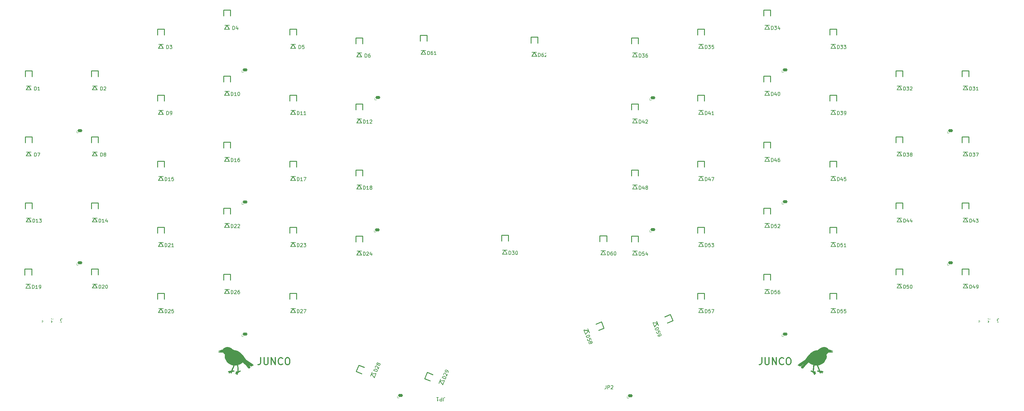
<source format=gto>
G04 #@! TF.GenerationSoftware,KiCad,Pcbnew,7.0.5-0*
G04 #@! TF.CreationDate,2023-06-12T12:02:39-07:00*
G04 #@! TF.ProjectId,Junco,4a756e63-6f2e-46b6-9963-61645f706362,rev?*
G04 #@! TF.SameCoordinates,Original*
G04 #@! TF.FileFunction,Legend,Top*
G04 #@! TF.FilePolarity,Positive*
%FSLAX46Y46*%
G04 Gerber Fmt 4.6, Leading zero omitted, Abs format (unit mm)*
G04 Created by KiCad (PCBNEW 7.0.5-0) date 2023-06-12 12:02:39*
%MOMM*%
%LPD*%
G01*
G04 APERTURE LIST*
G04 Aperture macros list*
%AMRoundRect*
0 Rectangle with rounded corners*
0 $1 Rounding radius*
0 $2 $3 $4 $5 $6 $7 $8 $9 X,Y pos of 4 corners*
0 Add a 4 corners polygon primitive as box body*
4,1,4,$2,$3,$4,$5,$6,$7,$8,$9,$2,$3,0*
0 Add four circle primitives for the rounded corners*
1,1,$1+$1,$2,$3*
1,1,$1+$1,$4,$5*
1,1,$1+$1,$6,$7*
1,1,$1+$1,$8,$9*
0 Add four rect primitives between the rounded corners*
20,1,$1+$1,$2,$3,$4,$5,0*
20,1,$1+$1,$4,$5,$6,$7,0*
20,1,$1+$1,$6,$7,$8,$9,0*
20,1,$1+$1,$8,$9,$2,$3,0*%
%AMHorizOval*
0 Thick line with rounded ends*
0 $1 width*
0 $2 $3 position (X,Y) of the first rounded end (center of the circle)*
0 $4 $5 position (X,Y) of the second rounded end (center of the circle)*
0 Add line between two ends*
20,1,$1,$2,$3,$4,$5,0*
0 Add two circle primitives to create the rounded ends*
1,1,$1,$2,$3*
1,1,$1,$4,$5*%
%AMRotRect*
0 Rectangle, with rotation*
0 The origin of the aperture is its center*
0 $1 length*
0 $2 width*
0 $3 Rotation angle, in degrees counterclockwise*
0 Add horizontal line*
21,1,$1,$2,0,0,$3*%
%AMFreePoly0*
4,1,21,-1.000000,0.000000,-0.988920,0.140791,-0.940222,0.322531,-0.854804,0.490175,-0.736396,0.636396,-0.590175,0.754804,-0.422531,0.840222,-0.240791,0.888920,-0.100000,0.900000,1.000000,0.900000,1.000000,-0.900000,-0.100000,-0.900000,-0.240791,-0.888920,-0.422531,-0.840222,-0.590175,-0.754804,-0.736396,-0.636396,-0.854804,-0.490175,-0.940222,-0.322531,-0.988920,-0.140791,-1.000000,0.000000,
-1.000000,0.000000,-1.000000,0.000000,$1*%
%AMFreePoly1*
4,1,20,-1.000000,0.900000,0.100000,0.900000,0.240791,0.888920,0.422531,0.840222,0.590175,0.754804,0.736396,0.636396,0.854804,0.490175,0.940222,0.322531,0.988920,0.140791,1.000000,0.000000,0.988920,-0.140791,0.940222,-0.322531,0.854804,-0.490175,0.736396,-0.636396,0.590175,-0.754804,0.422531,-0.840222,0.240791,-0.888920,0.100000,-0.900000,-1.000000,-0.900000,-1.000000,0.900000,
-1.000000,0.900000,$1*%
G04 Aperture macros list end*
%ADD10C,0.200000*%
%ADD11C,0.300000*%
%ADD12C,0.150000*%
%ADD13C,0.120000*%
%ADD14C,0.250000*%
%ADD15O,0.300000X3.200000*%
%ADD16O,1.000000X3.200000*%
%ADD17O,3.600000X0.300000*%
%ADD18O,3.600000X3.200000*%
%ADD19R,1.400000X0.820000*%
%ADD20RoundRect,0.205000X-0.495000X-0.205000X0.495000X-0.205000X0.495000X0.205000X-0.495000X0.205000X0*%
%ADD21FreePoly0,180.000000*%
%ADD22FreePoly1,180.000000*%
%ADD23C,0.500000*%
%ADD24FreePoly0,0.000000*%
%ADD25FreePoly1,0.000000*%
%ADD26C,1.750000*%
%ADD27C,3.987800*%
%ADD28C,3.300000*%
%ADD29R,1.400000X1.400000*%
%ADD30C,1.400000*%
%ADD31RotRect,1.400000X1.400000X158.000000*%
%ADD32RotRect,1.400000X1.400000X22.000000*%
%ADD33O,1.700000X1.700000*%
%ADD34R,1.700000X1.700000*%
%ADD35O,1.500000X2.800000*%
%ADD36C,3.000000*%
%ADD37C,4.000000*%
%ADD38R,2.000000X2.000000*%
%ADD39C,2.000000*%
%ADD40HorizOval,0.300000X1.344417X0.543180X-1.344417X-0.543180X0*%
%ADD41HorizOval,1.000000X1.019902X0.412067X-1.019902X-0.412067X0*%
%ADD42HorizOval,0.300000X-0.618101X1.529853X0.618101X-1.529853X0*%
%ADD43HorizOval,3.200000X-0.074921X0.185437X0.074921X-0.185437X0*%
%ADD44C,0.800000*%
%ADD45O,2.000000X1.600000*%
%ADD46HorizOval,0.300000X-1.344417X0.543180X1.344417X-0.543180X0*%
%ADD47HorizOval,1.000000X-1.019902X0.412067X1.019902X-0.412067X0*%
%ADD48HorizOval,0.300000X-0.618101X-1.529853X0.618101X1.529853X0*%
%ADD49HorizOval,3.200000X-0.074921X-0.185437X0.074921X0.185437X0*%
%ADD50R,2.000000X3.200000*%
G04 APERTURE END LIST*
D10*
X87415961Y-128380026D02*
X87427450Y-128380122D01*
X87427378Y-128380109D01*
X87516002Y-128383272D01*
X87604457Y-128390669D01*
X87692562Y-128402212D01*
X87780142Y-128417814D01*
X87867018Y-128437388D01*
X87953011Y-128460847D01*
X88037945Y-128488105D01*
X88121642Y-128519074D01*
X88203923Y-128553668D01*
X88284610Y-128591798D01*
X88363527Y-128633379D01*
X88440494Y-128678324D01*
X88515335Y-128726544D01*
X88587871Y-128777954D01*
X88657924Y-128832467D01*
X88725317Y-128889995D01*
X88767108Y-128922198D01*
X88809538Y-128953491D01*
X88896026Y-129013752D01*
X88984204Y-129071598D01*
X89073489Y-129127846D01*
X89253067Y-129238826D01*
X89342199Y-129295195D01*
X89430121Y-129353242D01*
X89454704Y-129349883D01*
X89479216Y-129346982D01*
X89503657Y-129344535D01*
X89528026Y-129342535D01*
X89552322Y-129340977D01*
X89576545Y-129339855D01*
X89600695Y-129339164D01*
X89624772Y-129338898D01*
X89682650Y-129339977D01*
X89740090Y-129343428D01*
X89853630Y-129357134D01*
X89965343Y-129379388D01*
X90075182Y-129409563D01*
X90183100Y-129447030D01*
X90289048Y-129491161D01*
X90392980Y-129541329D01*
X90494848Y-129596905D01*
X90594604Y-129657260D01*
X90692200Y-129721768D01*
X90787590Y-129789800D01*
X90880725Y-129860728D01*
X90971558Y-129933923D01*
X91060041Y-130008759D01*
X91229768Y-130160838D01*
X91342962Y-130270486D01*
X91453559Y-130382468D01*
X91561753Y-130496601D01*
X91667742Y-130612698D01*
X91873888Y-130850051D01*
X92073566Y-131093051D01*
X92268346Y-131340222D01*
X92459797Y-131590089D01*
X92838993Y-132092002D01*
X93361264Y-132425466D01*
X93622072Y-132594188D01*
X93881197Y-132765686D01*
X94137540Y-132941046D01*
X94390001Y-133121356D01*
X94637481Y-133307702D01*
X94878882Y-133501172D01*
X94551507Y-133703316D01*
X94508960Y-133725352D01*
X94465808Y-133744997D01*
X94421977Y-133761750D01*
X94399783Y-133768884D01*
X94377393Y-133775108D01*
X94354795Y-133780357D01*
X94331982Y-133784569D01*
X94308944Y-133787682D01*
X94285671Y-133789632D01*
X94262156Y-133790358D01*
X94238388Y-133789795D01*
X94214358Y-133787882D01*
X94190057Y-133784556D01*
X93958784Y-133609389D01*
X93730200Y-133430428D01*
X93278008Y-133065637D01*
X92827288Y-132699201D01*
X92600544Y-132518185D01*
X92371846Y-132340138D01*
X92566921Y-132555292D01*
X92766273Y-132767381D01*
X92968639Y-132977219D01*
X93172758Y-133185620D01*
X93581211Y-133601363D01*
X93783022Y-133810331D01*
X93981542Y-134021115D01*
X93972152Y-134052631D01*
X93961568Y-134084654D01*
X93949728Y-134116893D01*
X93936573Y-134149059D01*
X93922041Y-134180861D01*
X93906073Y-134212010D01*
X93888609Y-134242215D01*
X93869588Y-134271186D01*
X93848949Y-134298633D01*
X93826632Y-134324267D01*
X93802577Y-134347797D01*
X93789879Y-134358682D01*
X93776724Y-134368933D01*
X93763104Y-134378512D01*
X93749012Y-134387385D01*
X93734440Y-134395513D01*
X93719381Y-134402862D01*
X93703827Y-134409395D01*
X93687770Y-134415076D01*
X93671204Y-134419868D01*
X93654120Y-134423735D01*
X93635394Y-134420405D01*
X93617326Y-134416030D01*
X93599887Y-134410659D01*
X93583049Y-134404339D01*
X93566784Y-134397119D01*
X93551064Y-134389050D01*
X93535860Y-134380178D01*
X93521144Y-134370553D01*
X93506888Y-134360223D01*
X93493063Y-134349238D01*
X93479642Y-134337646D01*
X93466596Y-134325495D01*
X93441517Y-134299713D01*
X93417600Y-134272282D01*
X93394620Y-134243592D01*
X93372350Y-134214032D01*
X93329037Y-134153861D01*
X93285858Y-134094887D01*
X93263753Y-134066823D01*
X93241003Y-134040228D01*
X93075478Y-133851377D01*
X92906027Y-133666135D01*
X92733202Y-133484029D01*
X92557556Y-133304585D01*
X92379641Y-133127330D01*
X92200009Y-132951789D01*
X91837803Y-132603956D01*
X91782681Y-132665423D01*
X91725341Y-132724965D01*
X91665859Y-132782460D01*
X91604309Y-132837790D01*
X91540767Y-132890836D01*
X91475306Y-132941477D01*
X91408001Y-132989595D01*
X91338927Y-133035069D01*
X91268159Y-133077780D01*
X91195770Y-133117608D01*
X91121837Y-133154435D01*
X91046433Y-133188139D01*
X90969632Y-133218603D01*
X90891511Y-133245705D01*
X90812142Y-133269328D01*
X90731602Y-133289350D01*
X90712370Y-133292439D01*
X90693376Y-133296262D01*
X90674602Y-133300759D01*
X90656030Y-133305872D01*
X90637640Y-133311541D01*
X90619414Y-133317706D01*
X90601334Y-133324310D01*
X90583380Y-133331292D01*
X90547780Y-133346155D01*
X90512464Y-133361823D01*
X90442091Y-133393677D01*
X90492374Y-133880666D01*
X90538749Y-134368052D01*
X90557213Y-134611999D01*
X90570790Y-134856172D01*
X90578176Y-135100613D01*
X90578069Y-135345364D01*
X90609745Y-135339994D01*
X90640735Y-135332724D01*
X90671117Y-135323770D01*
X90700972Y-135313352D01*
X90730379Y-135301688D01*
X90759418Y-135288995D01*
X90788169Y-135275491D01*
X90816711Y-135261394D01*
X90930394Y-135203444D01*
X90959092Y-135189655D01*
X90988060Y-135176582D01*
X91017379Y-135164442D01*
X91047128Y-135153454D01*
X91055569Y-135149737D01*
X91063867Y-135147072D01*
X91072000Y-135145405D01*
X91079944Y-135144686D01*
X91087674Y-135144864D01*
X91095168Y-135145886D01*
X91102401Y-135147701D01*
X91109350Y-135150257D01*
X91115991Y-135153503D01*
X91122301Y-135157388D01*
X91128256Y-135161859D01*
X91133832Y-135166865D01*
X91139006Y-135172355D01*
X91143754Y-135178277D01*
X91148052Y-135184579D01*
X91151876Y-135191210D01*
X91155204Y-135198118D01*
X91158010Y-135205251D01*
X91160273Y-135212559D01*
X91161967Y-135219989D01*
X91163070Y-135227491D01*
X91163557Y-135235011D01*
X91163405Y-135242499D01*
X91162590Y-135249904D01*
X91161089Y-135257173D01*
X91158878Y-135264255D01*
X91155933Y-135271098D01*
X91152231Y-135277652D01*
X91147748Y-135283863D01*
X91142460Y-135289682D01*
X91136344Y-135295055D01*
X91129375Y-135299932D01*
X91076765Y-135329588D01*
X91023320Y-135357933D01*
X90969120Y-135384979D01*
X90914240Y-135410736D01*
X90858758Y-135435217D01*
X90802751Y-135458430D01*
X90746296Y-135480388D01*
X90689470Y-135501101D01*
X90650011Y-135532918D01*
X90611935Y-135566404D01*
X90575317Y-135601491D01*
X90540231Y-135638111D01*
X90506753Y-135676197D01*
X90474959Y-135715682D01*
X90444924Y-135756496D01*
X90416723Y-135798574D01*
X90390431Y-135841846D01*
X90366124Y-135886247D01*
X90343876Y-135931706D01*
X90323764Y-135978159D01*
X90305862Y-136025535D01*
X90290245Y-136073769D01*
X90276990Y-136122791D01*
X90266171Y-136172536D01*
X90263350Y-136179734D01*
X90260021Y-136186383D01*
X90256220Y-136192486D01*
X90251984Y-136198051D01*
X90247348Y-136203084D01*
X90242347Y-136207590D01*
X90237019Y-136211575D01*
X90231397Y-136215045D01*
X90225520Y-136218006D01*
X90219422Y-136220464D01*
X90213138Y-136222425D01*
X90206706Y-136223894D01*
X90200161Y-136224879D01*
X90193538Y-136225383D01*
X90186874Y-136225415D01*
X90180205Y-136224978D01*
X90173565Y-136224080D01*
X90166992Y-136222726D01*
X90160521Y-136220922D01*
X90154188Y-136218674D01*
X90148028Y-136215988D01*
X90142078Y-136212870D01*
X90136373Y-136209326D01*
X90130950Y-136205361D01*
X90125843Y-136200982D01*
X90121090Y-136196194D01*
X90116726Y-136191004D01*
X90112786Y-136185416D01*
X90109306Y-136179438D01*
X90106323Y-136173076D01*
X90103873Y-136166334D01*
X90101990Y-136159219D01*
X90104163Y-136131569D01*
X90107778Y-136104238D01*
X90112708Y-136077205D01*
X90118828Y-136050447D01*
X90126012Y-136023942D01*
X90134133Y-135997669D01*
X90143066Y-135971605D01*
X90152685Y-135945728D01*
X90173478Y-135894448D01*
X90195502Y-135843653D01*
X90217750Y-135793167D01*
X90239216Y-135742812D01*
X90223745Y-135747482D01*
X90208683Y-135753542D01*
X90193999Y-135760872D01*
X90179663Y-135769356D01*
X90165645Y-135778875D01*
X90151912Y-135789310D01*
X90125186Y-135812460D01*
X90099238Y-135837862D01*
X90073825Y-135864569D01*
X90023622Y-135918124D01*
X89998343Y-135943083D01*
X89972619Y-135965570D01*
X89959514Y-135975591D01*
X89946205Y-135984640D01*
X89932663Y-135992599D01*
X89918857Y-135999349D01*
X89904756Y-136004773D01*
X89890329Y-136008752D01*
X89875547Y-136011169D01*
X89860377Y-136011905D01*
X89844791Y-136010842D01*
X89828756Y-136007862D01*
X89812244Y-136002847D01*
X89795222Y-135995680D01*
X89793719Y-135977548D01*
X89793829Y-135960000D01*
X89795469Y-135943009D01*
X89798560Y-135926548D01*
X89803020Y-135910590D01*
X89808768Y-135895109D01*
X89815724Y-135880076D01*
X89823807Y-135865467D01*
X89832936Y-135851253D01*
X89843030Y-135837409D01*
X89854009Y-135823907D01*
X89865791Y-135810720D01*
X89878295Y-135797821D01*
X89891442Y-135785185D01*
X89919336Y-135760590D01*
X89948829Y-135736720D01*
X89979271Y-135713360D01*
X90040421Y-135667315D01*
X90069835Y-135644200D01*
X90097613Y-135620737D01*
X90123108Y-135596712D01*
X90134797Y-135584422D01*
X90145673Y-135571911D01*
X90127923Y-135577456D01*
X90108447Y-135582752D01*
X90087679Y-135587536D01*
X90066053Y-135591545D01*
X90044001Y-135594517D01*
X90021958Y-135596186D01*
X90000358Y-135596291D01*
X89979632Y-135594568D01*
X89969733Y-135592939D01*
X89960216Y-135590755D01*
X89951134Y-135587981D01*
X89942542Y-135584586D01*
X89934494Y-135580537D01*
X89927044Y-135575801D01*
X89920246Y-135570344D01*
X89914155Y-135564134D01*
X89908825Y-135557139D01*
X89904309Y-135549324D01*
X89900663Y-135540658D01*
X89897940Y-135531107D01*
X89896195Y-135520638D01*
X89895481Y-135509219D01*
X89895853Y-135496816D01*
X89897365Y-135483397D01*
X89909132Y-135470820D01*
X89921579Y-135459505D01*
X89934667Y-135449385D01*
X89948353Y-135440388D01*
X89962597Y-135432446D01*
X89977358Y-135425486D01*
X89992594Y-135419441D01*
X90008265Y-135414240D01*
X90024328Y-135409812D01*
X90040744Y-135406088D01*
X90074466Y-135400471D01*
X90109102Y-135396830D01*
X90144323Y-135394605D01*
X90215200Y-135392160D01*
X90250198Y-135390821D01*
X90284464Y-135388658D01*
X90317667Y-135385111D01*
X90349479Y-135379620D01*
X90364760Y-135375970D01*
X90379570Y-135371625D01*
X90393868Y-135366513D01*
X90407612Y-135360566D01*
X90402508Y-135122348D01*
X90391603Y-134884249D01*
X90376043Y-134646257D01*
X90356973Y-134408358D01*
X90268501Y-133457443D01*
X90166747Y-133481690D01*
X90064335Y-133503199D01*
X89961338Y-133521432D01*
X89857833Y-133535854D01*
X89805913Y-133541469D01*
X89753894Y-133545929D01*
X89701786Y-133549169D01*
X89649598Y-133551121D01*
X89597339Y-133551718D01*
X89545019Y-133550892D01*
X89492647Y-133548578D01*
X89440232Y-133544708D01*
X89401499Y-133656452D01*
X89359601Y-133766935D01*
X89315485Y-133876540D01*
X89270098Y-133985651D01*
X89179303Y-134203927D01*
X89135789Y-134313859D01*
X89094794Y-134424832D01*
X89046754Y-134513739D01*
X88999691Y-134603683D01*
X88955022Y-134694923D01*
X88934028Y-134741110D01*
X88914164Y-134787718D01*
X88895607Y-134834780D01*
X88878534Y-134882327D01*
X88863123Y-134930393D01*
X88849551Y-134979009D01*
X88837994Y-135028208D01*
X88828630Y-135078023D01*
X88821636Y-135128484D01*
X88817190Y-135179626D01*
X88874546Y-135175134D01*
X88931749Y-135168857D01*
X89045955Y-135153976D01*
X89103091Y-135146884D01*
X89160337Y-135141033D01*
X89217760Y-135137179D01*
X89246558Y-135136238D01*
X89275425Y-135136079D01*
X89282189Y-135137135D01*
X89288613Y-135138780D01*
X89294694Y-135140982D01*
X89300426Y-135143706D01*
X89305806Y-135146917D01*
X89310829Y-135150582D01*
X89315490Y-135154667D01*
X89319786Y-135159138D01*
X89323712Y-135163960D01*
X89327262Y-135169100D01*
X89330434Y-135174523D01*
X89333223Y-135180195D01*
X89335624Y-135186083D01*
X89337633Y-135192152D01*
X89339245Y-135198368D01*
X89340456Y-135204697D01*
X89341262Y-135211105D01*
X89341659Y-135217558D01*
X89341641Y-135224021D01*
X89341205Y-135230462D01*
X89340346Y-135236844D01*
X89339060Y-135243136D01*
X89337343Y-135249302D01*
X89335189Y-135255308D01*
X89332595Y-135261121D01*
X89329556Y-135266706D01*
X89326068Y-135272029D01*
X89322127Y-135277056D01*
X89317728Y-135281753D01*
X89312866Y-135286086D01*
X89307538Y-135290021D01*
X89301738Y-135293524D01*
X88743413Y-135372785D01*
X88732827Y-135396621D01*
X88721663Y-135420227D01*
X88698133Y-135466958D01*
X88650016Y-135559956D01*
X88638547Y-135583415D01*
X88627570Y-135607061D01*
X88617218Y-135630948D01*
X88607626Y-135655128D01*
X88598927Y-135679653D01*
X88591256Y-135704575D01*
X88584745Y-135729948D01*
X88579529Y-135755822D01*
X88576630Y-135762395D01*
X88573243Y-135768457D01*
X88569405Y-135774015D01*
X88565151Y-135779071D01*
X88560517Y-135783631D01*
X88555538Y-135787700D01*
X88550250Y-135791282D01*
X88544689Y-135794382D01*
X88538892Y-135797005D01*
X88532892Y-135799156D01*
X88526727Y-135800838D01*
X88520432Y-135802057D01*
X88514042Y-135802818D01*
X88507594Y-135803125D01*
X88501124Y-135802983D01*
X88494666Y-135802396D01*
X88488256Y-135801370D01*
X88481931Y-135799909D01*
X88475727Y-135798017D01*
X88469678Y-135795700D01*
X88463820Y-135792962D01*
X88458190Y-135789808D01*
X88452824Y-135786242D01*
X88447755Y-135782270D01*
X88443022Y-135777895D01*
X88438659Y-135773123D01*
X88434701Y-135767958D01*
X88431186Y-135762405D01*
X88428148Y-135756469D01*
X88425623Y-135750155D01*
X88423648Y-135743466D01*
X88422257Y-135736408D01*
X88421978Y-135724106D01*
X88422183Y-135711927D01*
X88423959Y-135687922D01*
X88427406Y-135664349D01*
X88432349Y-135641168D01*
X88438608Y-135618336D01*
X88446008Y-135595810D01*
X88454370Y-135573548D01*
X88463517Y-135551509D01*
X88483457Y-135507928D01*
X88504408Y-135464728D01*
X88524952Y-135421573D01*
X88534628Y-135399906D01*
X88543670Y-135378124D01*
X88469713Y-135419798D01*
X88396332Y-135463157D01*
X88324191Y-135508726D01*
X88288794Y-135532504D01*
X88253956Y-135557031D01*
X88219760Y-135582374D01*
X88186290Y-135608597D01*
X88153629Y-135635766D01*
X88121860Y-135663948D01*
X88091066Y-135693207D01*
X88061330Y-135723609D01*
X88032735Y-135755221D01*
X88005365Y-135788107D01*
X87982993Y-135787042D01*
X87963412Y-135784463D01*
X87946506Y-135780461D01*
X87932157Y-135775126D01*
X87920248Y-135768550D01*
X87915172Y-135764825D01*
X87910663Y-135760824D01*
X87906704Y-135756558D01*
X87903283Y-135752038D01*
X87897992Y-135742284D01*
X87894672Y-135731651D01*
X87893206Y-135720232D01*
X87893477Y-135708116D01*
X87895368Y-135695395D01*
X87898761Y-135682159D01*
X87903539Y-135668500D01*
X87909586Y-135654508D01*
X87916783Y-135640274D01*
X87925014Y-135625889D01*
X87934161Y-135611444D01*
X87944108Y-135597030D01*
X87954736Y-135582737D01*
X87977570Y-135554879D01*
X88001725Y-135528598D01*
X88026263Y-135504620D01*
X88050247Y-135483672D01*
X88072739Y-135466482D01*
X88083133Y-135459523D01*
X88092801Y-135453775D01*
X88083100Y-135450084D01*
X88073157Y-135447253D01*
X88062989Y-135445217D01*
X88052613Y-135443914D01*
X88042044Y-135443280D01*
X88031299Y-135443252D01*
X88009343Y-135444761D01*
X87986873Y-135447934D01*
X87964019Y-135452265D01*
X87917674Y-135462375D01*
X87894439Y-135467140D01*
X87871335Y-135471037D01*
X87848491Y-135473560D01*
X87837206Y-135474148D01*
X87826034Y-135474202D01*
X87814991Y-135473659D01*
X87804094Y-135472456D01*
X87793358Y-135470529D01*
X87782800Y-135467816D01*
X87772435Y-135464252D01*
X87762280Y-135459775D01*
X87752351Y-135454322D01*
X87742663Y-135447828D01*
X87737677Y-135442415D01*
X87733282Y-135436854D01*
X87729465Y-135431161D01*
X87726211Y-135425355D01*
X87723504Y-135419455D01*
X87721331Y-135413480D01*
X87719676Y-135407447D01*
X87718525Y-135401375D01*
X87717863Y-135395283D01*
X87717675Y-135389189D01*
X87717947Y-135383111D01*
X87718663Y-135377068D01*
X87719810Y-135371079D01*
X87721373Y-135365161D01*
X87723336Y-135359334D01*
X87725685Y-135353615D01*
X87728405Y-135348024D01*
X87731482Y-135342578D01*
X87734901Y-135337296D01*
X87738647Y-135332197D01*
X87742705Y-135327298D01*
X87747062Y-135322619D01*
X87751701Y-135318178D01*
X87756608Y-135313992D01*
X87761769Y-135310082D01*
X87767169Y-135306465D01*
X87772793Y-135303159D01*
X87778627Y-135300183D01*
X87784655Y-135297556D01*
X87790863Y-135295296D01*
X87797237Y-135293421D01*
X87803761Y-135291950D01*
X87906506Y-135276604D01*
X88009545Y-135263561D01*
X88112808Y-135252258D01*
X88216223Y-135242134D01*
X88423223Y-135223175D01*
X88629977Y-135202188D01*
X88648383Y-135092200D01*
X88673211Y-134984244D01*
X88703643Y-134878052D01*
X88738859Y-134773357D01*
X88778042Y-134669894D01*
X88820373Y-134567394D01*
X88911204Y-134364220D01*
X89004803Y-134161700D01*
X89094623Y-133957700D01*
X89136069Y-133854478D01*
X89174114Y-133750085D01*
X89207939Y-133644255D01*
X89236727Y-133536721D01*
X89060374Y-133513866D01*
X88885224Y-133479777D01*
X88712089Y-133434708D01*
X88541779Y-133378909D01*
X88375105Y-133312632D01*
X88212878Y-133236131D01*
X88055908Y-133149656D01*
X87905007Y-133053459D01*
X87760984Y-132947793D01*
X87624651Y-132832910D01*
X87496819Y-132709061D01*
X87378299Y-132576499D01*
X87269900Y-132435475D01*
X87172434Y-132286241D01*
X87086712Y-132129050D01*
X87013544Y-131964153D01*
X87002207Y-131925408D01*
X86988577Y-131887675D01*
X86973001Y-131850803D01*
X86955827Y-131814640D01*
X86937402Y-131779034D01*
X86918072Y-131743834D01*
X86878091Y-131674044D01*
X86838660Y-131604055D01*
X86820020Y-131568608D01*
X86802558Y-131532655D01*
X86786623Y-131496046D01*
X86772562Y-131458628D01*
X86760722Y-131420251D01*
X86751450Y-131380762D01*
X86737636Y-131321193D01*
X86727382Y-131261324D01*
X86720505Y-131201232D01*
X86716819Y-131140992D01*
X86716141Y-131080678D01*
X86718285Y-131020368D01*
X86723067Y-130960136D01*
X86730304Y-130900058D01*
X86739809Y-130840210D01*
X86751399Y-130780666D01*
X86764889Y-130721503D01*
X86780094Y-130662797D01*
X86796831Y-130604621D01*
X86814914Y-130547054D01*
X86854381Y-130434042D01*
X86778319Y-130373734D01*
X86702562Y-130310673D01*
X86665091Y-130278062D01*
X86628049Y-130244705D01*
X86591552Y-130210583D01*
X86555718Y-130175676D01*
X86520665Y-130139964D01*
X86486509Y-130103430D01*
X86453367Y-130066052D01*
X86421358Y-130027812D01*
X86390599Y-129988691D01*
X86361206Y-129948670D01*
X86333298Y-129907728D01*
X86306991Y-129865847D01*
X86129374Y-129849023D01*
X85950270Y-129837737D01*
X85770338Y-129830318D01*
X85590234Y-129825093D01*
X85232135Y-129814533D01*
X85055455Y-129805855D01*
X84881231Y-129792681D01*
X85187730Y-129712234D01*
X85493464Y-129628835D01*
X85798494Y-129542879D01*
X86102877Y-129454765D01*
X84878882Y-129464312D01*
X85208262Y-129353126D01*
X85538465Y-129244426D01*
X85869550Y-129138516D01*
X86201574Y-129035702D01*
X86210116Y-129010014D01*
X86219736Y-128984938D01*
X86230397Y-128960467D01*
X86242059Y-128936594D01*
X86254684Y-128913312D01*
X86268234Y-128890615D01*
X86282669Y-128868496D01*
X86297953Y-128846947D01*
X86314045Y-128825962D01*
X86330907Y-128805534D01*
X86366789Y-128766321D01*
X86405290Y-128729254D01*
X86446103Y-128694278D01*
X86488918Y-128661338D01*
X86533428Y-128630379D01*
X86579325Y-128601346D01*
X86626300Y-128574185D01*
X86674045Y-128548840D01*
X86722252Y-128525257D01*
X86770613Y-128503381D01*
X86818820Y-128483157D01*
X86852965Y-128470934D01*
X86887304Y-128459509D01*
X86921825Y-128448877D01*
X86956515Y-128439031D01*
X86991364Y-128429967D01*
X87026358Y-128421678D01*
X87061487Y-128414159D01*
X87096737Y-128407404D01*
X87132098Y-128401407D01*
X87167557Y-128396162D01*
X87203102Y-128391664D01*
X87238721Y-128387907D01*
X87310136Y-128382592D01*
X87381704Y-128380171D01*
X87393103Y-128380050D01*
X87404517Y-128380002D01*
X87415961Y-128380026D01*
G36*
X87415961Y-128380026D02*
G01*
X87427450Y-128380122D01*
X87427378Y-128380109D01*
X87516002Y-128383272D01*
X87604457Y-128390669D01*
X87692562Y-128402212D01*
X87780142Y-128417814D01*
X87867018Y-128437388D01*
X87953011Y-128460847D01*
X88037945Y-128488105D01*
X88121642Y-128519074D01*
X88203923Y-128553668D01*
X88284610Y-128591798D01*
X88363527Y-128633379D01*
X88440494Y-128678324D01*
X88515335Y-128726544D01*
X88587871Y-128777954D01*
X88657924Y-128832467D01*
X88725317Y-128889995D01*
X88767108Y-128922198D01*
X88809538Y-128953491D01*
X88896026Y-129013752D01*
X88984204Y-129071598D01*
X89073489Y-129127846D01*
X89253067Y-129238826D01*
X89342199Y-129295195D01*
X89430121Y-129353242D01*
X89454704Y-129349883D01*
X89479216Y-129346982D01*
X89503657Y-129344535D01*
X89528026Y-129342535D01*
X89552322Y-129340977D01*
X89576545Y-129339855D01*
X89600695Y-129339164D01*
X89624772Y-129338898D01*
X89682650Y-129339977D01*
X89740090Y-129343428D01*
X89853630Y-129357134D01*
X89965343Y-129379388D01*
X90075182Y-129409563D01*
X90183100Y-129447030D01*
X90289048Y-129491161D01*
X90392980Y-129541329D01*
X90494848Y-129596905D01*
X90594604Y-129657260D01*
X90692200Y-129721768D01*
X90787590Y-129789800D01*
X90880725Y-129860728D01*
X90971558Y-129933923D01*
X91060041Y-130008759D01*
X91229768Y-130160838D01*
X91342962Y-130270486D01*
X91453559Y-130382468D01*
X91561753Y-130496601D01*
X91667742Y-130612698D01*
X91873888Y-130850051D01*
X92073566Y-131093051D01*
X92268346Y-131340222D01*
X92459797Y-131590089D01*
X92838993Y-132092002D01*
X93361264Y-132425466D01*
X93622072Y-132594188D01*
X93881197Y-132765686D01*
X94137540Y-132941046D01*
X94390001Y-133121356D01*
X94637481Y-133307702D01*
X94878882Y-133501172D01*
X94551507Y-133703316D01*
X94508960Y-133725352D01*
X94465808Y-133744997D01*
X94421977Y-133761750D01*
X94399783Y-133768884D01*
X94377393Y-133775108D01*
X94354795Y-133780357D01*
X94331982Y-133784569D01*
X94308944Y-133787682D01*
X94285671Y-133789632D01*
X94262156Y-133790358D01*
X94238388Y-133789795D01*
X94214358Y-133787882D01*
X94190057Y-133784556D01*
X93958784Y-133609389D01*
X93730200Y-133430428D01*
X93278008Y-133065637D01*
X92827288Y-132699201D01*
X92600544Y-132518185D01*
X92371846Y-132340138D01*
X92566921Y-132555292D01*
X92766273Y-132767381D01*
X92968639Y-132977219D01*
X93172758Y-133185620D01*
X93581211Y-133601363D01*
X93783022Y-133810331D01*
X93981542Y-134021115D01*
X93972152Y-134052631D01*
X93961568Y-134084654D01*
X93949728Y-134116893D01*
X93936573Y-134149059D01*
X93922041Y-134180861D01*
X93906073Y-134212010D01*
X93888609Y-134242215D01*
X93869588Y-134271186D01*
X93848949Y-134298633D01*
X93826632Y-134324267D01*
X93802577Y-134347797D01*
X93789879Y-134358682D01*
X93776724Y-134368933D01*
X93763104Y-134378512D01*
X93749012Y-134387385D01*
X93734440Y-134395513D01*
X93719381Y-134402862D01*
X93703827Y-134409395D01*
X93687770Y-134415076D01*
X93671204Y-134419868D01*
X93654120Y-134423735D01*
X93635394Y-134420405D01*
X93617326Y-134416030D01*
X93599887Y-134410659D01*
X93583049Y-134404339D01*
X93566784Y-134397119D01*
X93551064Y-134389050D01*
X93535860Y-134380178D01*
X93521144Y-134370553D01*
X93506888Y-134360223D01*
X93493063Y-134349238D01*
X93479642Y-134337646D01*
X93466596Y-134325495D01*
X93441517Y-134299713D01*
X93417600Y-134272282D01*
X93394620Y-134243592D01*
X93372350Y-134214032D01*
X93329037Y-134153861D01*
X93285858Y-134094887D01*
X93263753Y-134066823D01*
X93241003Y-134040228D01*
X93075478Y-133851377D01*
X92906027Y-133666135D01*
X92733202Y-133484029D01*
X92557556Y-133304585D01*
X92379641Y-133127330D01*
X92200009Y-132951789D01*
X91837803Y-132603956D01*
X91782681Y-132665423D01*
X91725341Y-132724965D01*
X91665859Y-132782460D01*
X91604309Y-132837790D01*
X91540767Y-132890836D01*
X91475306Y-132941477D01*
X91408001Y-132989595D01*
X91338927Y-133035069D01*
X91268159Y-133077780D01*
X91195770Y-133117608D01*
X91121837Y-133154435D01*
X91046433Y-133188139D01*
X90969632Y-133218603D01*
X90891511Y-133245705D01*
X90812142Y-133269328D01*
X90731602Y-133289350D01*
X90712370Y-133292439D01*
X90693376Y-133296262D01*
X90674602Y-133300759D01*
X90656030Y-133305872D01*
X90637640Y-133311541D01*
X90619414Y-133317706D01*
X90601334Y-133324310D01*
X90583380Y-133331292D01*
X90547780Y-133346155D01*
X90512464Y-133361823D01*
X90442091Y-133393677D01*
X90492374Y-133880666D01*
X90538749Y-134368052D01*
X90557213Y-134611999D01*
X90570790Y-134856172D01*
X90578176Y-135100613D01*
X90578069Y-135345364D01*
X90609745Y-135339994D01*
X90640735Y-135332724D01*
X90671117Y-135323770D01*
X90700972Y-135313352D01*
X90730379Y-135301688D01*
X90759418Y-135288995D01*
X90788169Y-135275491D01*
X90816711Y-135261394D01*
X90930394Y-135203444D01*
X90959092Y-135189655D01*
X90988060Y-135176582D01*
X91017379Y-135164442D01*
X91047128Y-135153454D01*
X91055569Y-135149737D01*
X91063867Y-135147072D01*
X91072000Y-135145405D01*
X91079944Y-135144686D01*
X91087674Y-135144864D01*
X91095168Y-135145886D01*
X91102401Y-135147701D01*
X91109350Y-135150257D01*
X91115991Y-135153503D01*
X91122301Y-135157388D01*
X91128256Y-135161859D01*
X91133832Y-135166865D01*
X91139006Y-135172355D01*
X91143754Y-135178277D01*
X91148052Y-135184579D01*
X91151876Y-135191210D01*
X91155204Y-135198118D01*
X91158010Y-135205251D01*
X91160273Y-135212559D01*
X91161967Y-135219989D01*
X91163070Y-135227491D01*
X91163557Y-135235011D01*
X91163405Y-135242499D01*
X91162590Y-135249904D01*
X91161089Y-135257173D01*
X91158878Y-135264255D01*
X91155933Y-135271098D01*
X91152231Y-135277652D01*
X91147748Y-135283863D01*
X91142460Y-135289682D01*
X91136344Y-135295055D01*
X91129375Y-135299932D01*
X91076765Y-135329588D01*
X91023320Y-135357933D01*
X90969120Y-135384979D01*
X90914240Y-135410736D01*
X90858758Y-135435217D01*
X90802751Y-135458430D01*
X90746296Y-135480388D01*
X90689470Y-135501101D01*
X90650011Y-135532918D01*
X90611935Y-135566404D01*
X90575317Y-135601491D01*
X90540231Y-135638111D01*
X90506753Y-135676197D01*
X90474959Y-135715682D01*
X90444924Y-135756496D01*
X90416723Y-135798574D01*
X90390431Y-135841846D01*
X90366124Y-135886247D01*
X90343876Y-135931706D01*
X90323764Y-135978159D01*
X90305862Y-136025535D01*
X90290245Y-136073769D01*
X90276990Y-136122791D01*
X90266171Y-136172536D01*
X90263350Y-136179734D01*
X90260021Y-136186383D01*
X90256220Y-136192486D01*
X90251984Y-136198051D01*
X90247348Y-136203084D01*
X90242347Y-136207590D01*
X90237019Y-136211575D01*
X90231397Y-136215045D01*
X90225520Y-136218006D01*
X90219422Y-136220464D01*
X90213138Y-136222425D01*
X90206706Y-136223894D01*
X90200161Y-136224879D01*
X90193538Y-136225383D01*
X90186874Y-136225415D01*
X90180205Y-136224978D01*
X90173565Y-136224080D01*
X90166992Y-136222726D01*
X90160521Y-136220922D01*
X90154188Y-136218674D01*
X90148028Y-136215988D01*
X90142078Y-136212870D01*
X90136373Y-136209326D01*
X90130950Y-136205361D01*
X90125843Y-136200982D01*
X90121090Y-136196194D01*
X90116726Y-136191004D01*
X90112786Y-136185416D01*
X90109306Y-136179438D01*
X90106323Y-136173076D01*
X90103873Y-136166334D01*
X90101990Y-136159219D01*
X90104163Y-136131569D01*
X90107778Y-136104238D01*
X90112708Y-136077205D01*
X90118828Y-136050447D01*
X90126012Y-136023942D01*
X90134133Y-135997669D01*
X90143066Y-135971605D01*
X90152685Y-135945728D01*
X90173478Y-135894448D01*
X90195502Y-135843653D01*
X90217750Y-135793167D01*
X90239216Y-135742812D01*
X90223745Y-135747482D01*
X90208683Y-135753542D01*
X90193999Y-135760872D01*
X90179663Y-135769356D01*
X90165645Y-135778875D01*
X90151912Y-135789310D01*
X90125186Y-135812460D01*
X90099238Y-135837862D01*
X90073825Y-135864569D01*
X90023622Y-135918124D01*
X89998343Y-135943083D01*
X89972619Y-135965570D01*
X89959514Y-135975591D01*
X89946205Y-135984640D01*
X89932663Y-135992599D01*
X89918857Y-135999349D01*
X89904756Y-136004773D01*
X89890329Y-136008752D01*
X89875547Y-136011169D01*
X89860377Y-136011905D01*
X89844791Y-136010842D01*
X89828756Y-136007862D01*
X89812244Y-136002847D01*
X89795222Y-135995680D01*
X89793719Y-135977548D01*
X89793829Y-135960000D01*
X89795469Y-135943009D01*
X89798560Y-135926548D01*
X89803020Y-135910590D01*
X89808768Y-135895109D01*
X89815724Y-135880076D01*
X89823807Y-135865467D01*
X89832936Y-135851253D01*
X89843030Y-135837409D01*
X89854009Y-135823907D01*
X89865791Y-135810720D01*
X89878295Y-135797821D01*
X89891442Y-135785185D01*
X89919336Y-135760590D01*
X89948829Y-135736720D01*
X89979271Y-135713360D01*
X90040421Y-135667315D01*
X90069835Y-135644200D01*
X90097613Y-135620737D01*
X90123108Y-135596712D01*
X90134797Y-135584422D01*
X90145673Y-135571911D01*
X90127923Y-135577456D01*
X90108447Y-135582752D01*
X90087679Y-135587536D01*
X90066053Y-135591545D01*
X90044001Y-135594517D01*
X90021958Y-135596186D01*
X90000358Y-135596291D01*
X89979632Y-135594568D01*
X89969733Y-135592939D01*
X89960216Y-135590755D01*
X89951134Y-135587981D01*
X89942542Y-135584586D01*
X89934494Y-135580537D01*
X89927044Y-135575801D01*
X89920246Y-135570344D01*
X89914155Y-135564134D01*
X89908825Y-135557139D01*
X89904309Y-135549324D01*
X89900663Y-135540658D01*
X89897940Y-135531107D01*
X89896195Y-135520638D01*
X89895481Y-135509219D01*
X89895853Y-135496816D01*
X89897365Y-135483397D01*
X89909132Y-135470820D01*
X89921579Y-135459505D01*
X89934667Y-135449385D01*
X89948353Y-135440388D01*
X89962597Y-135432446D01*
X89977358Y-135425486D01*
X89992594Y-135419441D01*
X90008265Y-135414240D01*
X90024328Y-135409812D01*
X90040744Y-135406088D01*
X90074466Y-135400471D01*
X90109102Y-135396830D01*
X90144323Y-135394605D01*
X90215200Y-135392160D01*
X90250198Y-135390821D01*
X90284464Y-135388658D01*
X90317667Y-135385111D01*
X90349479Y-135379620D01*
X90364760Y-135375970D01*
X90379570Y-135371625D01*
X90393868Y-135366513D01*
X90407612Y-135360566D01*
X90402508Y-135122348D01*
X90391603Y-134884249D01*
X90376043Y-134646257D01*
X90356973Y-134408358D01*
X90268501Y-133457443D01*
X90166747Y-133481690D01*
X90064335Y-133503199D01*
X89961338Y-133521432D01*
X89857833Y-133535854D01*
X89805913Y-133541469D01*
X89753894Y-133545929D01*
X89701786Y-133549169D01*
X89649598Y-133551121D01*
X89597339Y-133551718D01*
X89545019Y-133550892D01*
X89492647Y-133548578D01*
X89440232Y-133544708D01*
X89401499Y-133656452D01*
X89359601Y-133766935D01*
X89315485Y-133876540D01*
X89270098Y-133985651D01*
X89179303Y-134203927D01*
X89135789Y-134313859D01*
X89094794Y-134424832D01*
X89046754Y-134513739D01*
X88999691Y-134603683D01*
X88955022Y-134694923D01*
X88934028Y-134741110D01*
X88914164Y-134787718D01*
X88895607Y-134834780D01*
X88878534Y-134882327D01*
X88863123Y-134930393D01*
X88849551Y-134979009D01*
X88837994Y-135028208D01*
X88828630Y-135078023D01*
X88821636Y-135128484D01*
X88817190Y-135179626D01*
X88874546Y-135175134D01*
X88931749Y-135168857D01*
X89045955Y-135153976D01*
X89103091Y-135146884D01*
X89160337Y-135141033D01*
X89217760Y-135137179D01*
X89246558Y-135136238D01*
X89275425Y-135136079D01*
X89282189Y-135137135D01*
X89288613Y-135138780D01*
X89294694Y-135140982D01*
X89300426Y-135143706D01*
X89305806Y-135146917D01*
X89310829Y-135150582D01*
X89315490Y-135154667D01*
X89319786Y-135159138D01*
X89323712Y-135163960D01*
X89327262Y-135169100D01*
X89330434Y-135174523D01*
X89333223Y-135180195D01*
X89335624Y-135186083D01*
X89337633Y-135192152D01*
X89339245Y-135198368D01*
X89340456Y-135204697D01*
X89341262Y-135211105D01*
X89341659Y-135217558D01*
X89341641Y-135224021D01*
X89341205Y-135230462D01*
X89340346Y-135236844D01*
X89339060Y-135243136D01*
X89337343Y-135249302D01*
X89335189Y-135255308D01*
X89332595Y-135261121D01*
X89329556Y-135266706D01*
X89326068Y-135272029D01*
X89322127Y-135277056D01*
X89317728Y-135281753D01*
X89312866Y-135286086D01*
X89307538Y-135290021D01*
X89301738Y-135293524D01*
X88743413Y-135372785D01*
X88732827Y-135396621D01*
X88721663Y-135420227D01*
X88698133Y-135466958D01*
X88650016Y-135559956D01*
X88638547Y-135583415D01*
X88627570Y-135607061D01*
X88617218Y-135630948D01*
X88607626Y-135655128D01*
X88598927Y-135679653D01*
X88591256Y-135704575D01*
X88584745Y-135729948D01*
X88579529Y-135755822D01*
X88576630Y-135762395D01*
X88573243Y-135768457D01*
X88569405Y-135774015D01*
X88565151Y-135779071D01*
X88560517Y-135783631D01*
X88555538Y-135787700D01*
X88550250Y-135791282D01*
X88544689Y-135794382D01*
X88538892Y-135797005D01*
X88532892Y-135799156D01*
X88526727Y-135800838D01*
X88520432Y-135802057D01*
X88514042Y-135802818D01*
X88507594Y-135803125D01*
X88501124Y-135802983D01*
X88494666Y-135802396D01*
X88488256Y-135801370D01*
X88481931Y-135799909D01*
X88475727Y-135798017D01*
X88469678Y-135795700D01*
X88463820Y-135792962D01*
X88458190Y-135789808D01*
X88452824Y-135786242D01*
X88447755Y-135782270D01*
X88443022Y-135777895D01*
X88438659Y-135773123D01*
X88434701Y-135767958D01*
X88431186Y-135762405D01*
X88428148Y-135756469D01*
X88425623Y-135750155D01*
X88423648Y-135743466D01*
X88422257Y-135736408D01*
X88421978Y-135724106D01*
X88422183Y-135711927D01*
X88423959Y-135687922D01*
X88427406Y-135664349D01*
X88432349Y-135641168D01*
X88438608Y-135618336D01*
X88446008Y-135595810D01*
X88454370Y-135573548D01*
X88463517Y-135551509D01*
X88483457Y-135507928D01*
X88504408Y-135464728D01*
X88524952Y-135421573D01*
X88534628Y-135399906D01*
X88543670Y-135378124D01*
X88469713Y-135419798D01*
X88396332Y-135463157D01*
X88324191Y-135508726D01*
X88288794Y-135532504D01*
X88253956Y-135557031D01*
X88219760Y-135582374D01*
X88186290Y-135608597D01*
X88153629Y-135635766D01*
X88121860Y-135663948D01*
X88091066Y-135693207D01*
X88061330Y-135723609D01*
X88032735Y-135755221D01*
X88005365Y-135788107D01*
X87982993Y-135787042D01*
X87963412Y-135784463D01*
X87946506Y-135780461D01*
X87932157Y-135775126D01*
X87920248Y-135768550D01*
X87915172Y-135764825D01*
X87910663Y-135760824D01*
X87906704Y-135756558D01*
X87903283Y-135752038D01*
X87897992Y-135742284D01*
X87894672Y-135731651D01*
X87893206Y-135720232D01*
X87893477Y-135708116D01*
X87895368Y-135695395D01*
X87898761Y-135682159D01*
X87903539Y-135668500D01*
X87909586Y-135654508D01*
X87916783Y-135640274D01*
X87925014Y-135625889D01*
X87934161Y-135611444D01*
X87944108Y-135597030D01*
X87954736Y-135582737D01*
X87977570Y-135554879D01*
X88001725Y-135528598D01*
X88026263Y-135504620D01*
X88050247Y-135483672D01*
X88072739Y-135466482D01*
X88083133Y-135459523D01*
X88092801Y-135453775D01*
X88083100Y-135450084D01*
X88073157Y-135447253D01*
X88062989Y-135445217D01*
X88052613Y-135443914D01*
X88042044Y-135443280D01*
X88031299Y-135443252D01*
X88009343Y-135444761D01*
X87986873Y-135447934D01*
X87964019Y-135452265D01*
X87917674Y-135462375D01*
X87894439Y-135467140D01*
X87871335Y-135471037D01*
X87848491Y-135473560D01*
X87837206Y-135474148D01*
X87826034Y-135474202D01*
X87814991Y-135473659D01*
X87804094Y-135472456D01*
X87793358Y-135470529D01*
X87782800Y-135467816D01*
X87772435Y-135464252D01*
X87762280Y-135459775D01*
X87752351Y-135454322D01*
X87742663Y-135447828D01*
X87737677Y-135442415D01*
X87733282Y-135436854D01*
X87729465Y-135431161D01*
X87726211Y-135425355D01*
X87723504Y-135419455D01*
X87721331Y-135413480D01*
X87719676Y-135407447D01*
X87718525Y-135401375D01*
X87717863Y-135395283D01*
X87717675Y-135389189D01*
X87717947Y-135383111D01*
X87718663Y-135377068D01*
X87719810Y-135371079D01*
X87721373Y-135365161D01*
X87723336Y-135359334D01*
X87725685Y-135353615D01*
X87728405Y-135348024D01*
X87731482Y-135342578D01*
X87734901Y-135337296D01*
X87738647Y-135332197D01*
X87742705Y-135327298D01*
X87747062Y-135322619D01*
X87751701Y-135318178D01*
X87756608Y-135313992D01*
X87761769Y-135310082D01*
X87767169Y-135306465D01*
X87772793Y-135303159D01*
X87778627Y-135300183D01*
X87784655Y-135297556D01*
X87790863Y-135295296D01*
X87797237Y-135293421D01*
X87803761Y-135291950D01*
X87906506Y-135276604D01*
X88009545Y-135263561D01*
X88112808Y-135252258D01*
X88216223Y-135242134D01*
X88423223Y-135223175D01*
X88629977Y-135202188D01*
X88648383Y-135092200D01*
X88673211Y-134984244D01*
X88703643Y-134878052D01*
X88738859Y-134773357D01*
X88778042Y-134669894D01*
X88820373Y-134567394D01*
X88911204Y-134364220D01*
X89004803Y-134161700D01*
X89094623Y-133957700D01*
X89136069Y-133854478D01*
X89174114Y-133750085D01*
X89207939Y-133644255D01*
X89236727Y-133536721D01*
X89060374Y-133513866D01*
X88885224Y-133479777D01*
X88712089Y-133434708D01*
X88541779Y-133378909D01*
X88375105Y-133312632D01*
X88212878Y-133236131D01*
X88055908Y-133149656D01*
X87905007Y-133053459D01*
X87760984Y-132947793D01*
X87624651Y-132832910D01*
X87496819Y-132709061D01*
X87378299Y-132576499D01*
X87269900Y-132435475D01*
X87172434Y-132286241D01*
X87086712Y-132129050D01*
X87013544Y-131964153D01*
X87002207Y-131925408D01*
X86988577Y-131887675D01*
X86973001Y-131850803D01*
X86955827Y-131814640D01*
X86937402Y-131779034D01*
X86918072Y-131743834D01*
X86878091Y-131674044D01*
X86838660Y-131604055D01*
X86820020Y-131568608D01*
X86802558Y-131532655D01*
X86786623Y-131496046D01*
X86772562Y-131458628D01*
X86760722Y-131420251D01*
X86751450Y-131380762D01*
X86737636Y-131321193D01*
X86727382Y-131261324D01*
X86720505Y-131201232D01*
X86716819Y-131140992D01*
X86716141Y-131080678D01*
X86718285Y-131020368D01*
X86723067Y-130960136D01*
X86730304Y-130900058D01*
X86739809Y-130840210D01*
X86751399Y-130780666D01*
X86764889Y-130721503D01*
X86780094Y-130662797D01*
X86796831Y-130604621D01*
X86814914Y-130547054D01*
X86854381Y-130434042D01*
X86778319Y-130373734D01*
X86702562Y-130310673D01*
X86665091Y-130278062D01*
X86628049Y-130244705D01*
X86591552Y-130210583D01*
X86555718Y-130175676D01*
X86520665Y-130139964D01*
X86486509Y-130103430D01*
X86453367Y-130066052D01*
X86421358Y-130027812D01*
X86390599Y-129988691D01*
X86361206Y-129948670D01*
X86333298Y-129907728D01*
X86306991Y-129865847D01*
X86129374Y-129849023D01*
X85950270Y-129837737D01*
X85770338Y-129830318D01*
X85590234Y-129825093D01*
X85232135Y-129814533D01*
X85055455Y-129805855D01*
X84881231Y-129792681D01*
X85187730Y-129712234D01*
X85493464Y-129628835D01*
X85798494Y-129542879D01*
X86102877Y-129454765D01*
X84878882Y-129464312D01*
X85208262Y-129353126D01*
X85538465Y-129244426D01*
X85869550Y-129138516D01*
X86201574Y-129035702D01*
X86210116Y-129010014D01*
X86219736Y-128984938D01*
X86230397Y-128960467D01*
X86242059Y-128936594D01*
X86254684Y-128913312D01*
X86268234Y-128890615D01*
X86282669Y-128868496D01*
X86297953Y-128846947D01*
X86314045Y-128825962D01*
X86330907Y-128805534D01*
X86366789Y-128766321D01*
X86405290Y-128729254D01*
X86446103Y-128694278D01*
X86488918Y-128661338D01*
X86533428Y-128630379D01*
X86579325Y-128601346D01*
X86626300Y-128574185D01*
X86674045Y-128548840D01*
X86722252Y-128525257D01*
X86770613Y-128503381D01*
X86818820Y-128483157D01*
X86852965Y-128470934D01*
X86887304Y-128459509D01*
X86921825Y-128448877D01*
X86956515Y-128439031D01*
X86991364Y-128429967D01*
X87026358Y-128421678D01*
X87061487Y-128414159D01*
X87096737Y-128407404D01*
X87132098Y-128401407D01*
X87167557Y-128396162D01*
X87203102Y-128391664D01*
X87238721Y-128387907D01*
X87310136Y-128382592D01*
X87381704Y-128380171D01*
X87393103Y-128380050D01*
X87404517Y-128380002D01*
X87415961Y-128380026D01*
G37*
X259364661Y-128380050D02*
X259376060Y-128380171D01*
X259447628Y-128382592D01*
X259519042Y-128387907D01*
X259554662Y-128391664D01*
X259590207Y-128396162D01*
X259625666Y-128401407D01*
X259661026Y-128407404D01*
X259696277Y-128414159D01*
X259731405Y-128421678D01*
X259766400Y-128429967D01*
X259801248Y-128439031D01*
X259835939Y-128448877D01*
X259870460Y-128459509D01*
X259904799Y-128470934D01*
X259938944Y-128483157D01*
X259987151Y-128503381D01*
X260035512Y-128525257D01*
X260083719Y-128548840D01*
X260131464Y-128574185D01*
X260178439Y-128601346D01*
X260224336Y-128630379D01*
X260268846Y-128661338D01*
X260311661Y-128694278D01*
X260352473Y-128729254D01*
X260390975Y-128766321D01*
X260426856Y-128805534D01*
X260443719Y-128825962D01*
X260459811Y-128846947D01*
X260475094Y-128868496D01*
X260489529Y-128890615D01*
X260503079Y-128913312D01*
X260515704Y-128936594D01*
X260527366Y-128960467D01*
X260538027Y-128984938D01*
X260547647Y-129010014D01*
X260556189Y-129035702D01*
X260888214Y-129138516D01*
X261219298Y-129244426D01*
X261549501Y-129353126D01*
X261878882Y-129464312D01*
X260654887Y-129454765D01*
X260959270Y-129542879D01*
X261264299Y-129628835D01*
X261570034Y-129712234D01*
X261876533Y-129792681D01*
X261702308Y-129805855D01*
X261525629Y-129814533D01*
X261167531Y-129825093D01*
X260987426Y-129830318D01*
X260807494Y-129837737D01*
X260628390Y-129849023D01*
X260450773Y-129865847D01*
X260424466Y-129907728D01*
X260396557Y-129948670D01*
X260367164Y-129988691D01*
X260336405Y-130027812D01*
X260304396Y-130066052D01*
X260271255Y-130103430D01*
X260237099Y-130139964D01*
X260202045Y-130175676D01*
X260166212Y-130210583D01*
X260129715Y-130244705D01*
X260092673Y-130278062D01*
X260055202Y-130310673D01*
X259979445Y-130373734D01*
X259903383Y-130434042D01*
X259942850Y-130547054D01*
X259960933Y-130604621D01*
X259977670Y-130662797D01*
X259992875Y-130721503D01*
X260006365Y-130780666D01*
X260017955Y-130840210D01*
X260027460Y-130900058D01*
X260034696Y-130960136D01*
X260039479Y-131020368D01*
X260041623Y-131080679D01*
X260040944Y-131140992D01*
X260037259Y-131201233D01*
X260030381Y-131261325D01*
X260020127Y-131321194D01*
X260006313Y-131380763D01*
X259997041Y-131420252D01*
X259985201Y-131458630D01*
X259971140Y-131496047D01*
X259955205Y-131532656D01*
X259937743Y-131568609D01*
X259919102Y-131604057D01*
X259879672Y-131674045D01*
X259839690Y-131743835D01*
X259820361Y-131779035D01*
X259801936Y-131814641D01*
X259784762Y-131850804D01*
X259769186Y-131887676D01*
X259755556Y-131925409D01*
X259744218Y-131964154D01*
X259671051Y-132129051D01*
X259585329Y-132286242D01*
X259487863Y-132435476D01*
X259379464Y-132576500D01*
X259260944Y-132709062D01*
X259133111Y-132832911D01*
X258996779Y-132947794D01*
X258852756Y-133053460D01*
X258701855Y-133149656D01*
X258544885Y-133236131D01*
X258382658Y-133312633D01*
X258215984Y-133378909D01*
X258045674Y-133434708D01*
X257872539Y-133479778D01*
X257697390Y-133513866D01*
X257521036Y-133536721D01*
X257549824Y-133644255D01*
X257583650Y-133750085D01*
X257621695Y-133854478D01*
X257663141Y-133957700D01*
X257752960Y-134161700D01*
X257846560Y-134364220D01*
X257937390Y-134567394D01*
X257979721Y-134669894D01*
X258018904Y-134773357D01*
X258054121Y-134878052D01*
X258084552Y-134984244D01*
X258109380Y-135092200D01*
X258127786Y-135202188D01*
X258334540Y-135223175D01*
X258541540Y-135242134D01*
X258644955Y-135252258D01*
X258748218Y-135263561D01*
X258851258Y-135276604D01*
X258954003Y-135291950D01*
X258960527Y-135293421D01*
X258966900Y-135295296D01*
X258973108Y-135297556D01*
X258979137Y-135300183D01*
X258984970Y-135303159D01*
X258990594Y-135306465D01*
X258995994Y-135310082D01*
X259001155Y-135313992D01*
X259006062Y-135318178D01*
X259010702Y-135322619D01*
X259015058Y-135327298D01*
X259019116Y-135332197D01*
X259022862Y-135337296D01*
X259026281Y-135342578D01*
X259029358Y-135348024D01*
X259032078Y-135353615D01*
X259034427Y-135359334D01*
X259036391Y-135365161D01*
X259037953Y-135371079D01*
X259039100Y-135377068D01*
X259039816Y-135383111D01*
X259040088Y-135389189D01*
X259039901Y-135395283D01*
X259039238Y-135401375D01*
X259038087Y-135407447D01*
X259036433Y-135413480D01*
X259034259Y-135419455D01*
X259031553Y-135425355D01*
X259028298Y-135431161D01*
X259024481Y-135436854D01*
X259020087Y-135442415D01*
X259015101Y-135447828D01*
X259005413Y-135454322D01*
X258995484Y-135459775D01*
X258985329Y-135464252D01*
X258974964Y-135467816D01*
X258964405Y-135470529D01*
X258953670Y-135472456D01*
X258942772Y-135473659D01*
X258931730Y-135474202D01*
X258920558Y-135474148D01*
X258909273Y-135473560D01*
X258886429Y-135471037D01*
X258863325Y-135467140D01*
X258840090Y-135462375D01*
X258793744Y-135452265D01*
X258770891Y-135447934D01*
X258748421Y-135444761D01*
X258726465Y-135443252D01*
X258715720Y-135443280D01*
X258705151Y-135443914D01*
X258694774Y-135445217D01*
X258684607Y-135447253D01*
X258674664Y-135450084D01*
X258664963Y-135453775D01*
X258674631Y-135459523D01*
X258685025Y-135466482D01*
X258707517Y-135483672D01*
X258731501Y-135504620D01*
X258756039Y-135528598D01*
X258780194Y-135554879D01*
X258803027Y-135582737D01*
X258813656Y-135597030D01*
X258823602Y-135611444D01*
X258832749Y-135625889D01*
X258840980Y-135640274D01*
X258848178Y-135654508D01*
X258854224Y-135668500D01*
X258859002Y-135682159D01*
X258862396Y-135695395D01*
X258864286Y-135708116D01*
X258864557Y-135720232D01*
X258863092Y-135731651D01*
X258859772Y-135742284D01*
X258854480Y-135752038D01*
X258851059Y-135756558D01*
X258847101Y-135760824D01*
X258842591Y-135764825D01*
X258837515Y-135768550D01*
X258825607Y-135775126D01*
X258811258Y-135780461D01*
X258794352Y-135784463D01*
X258774771Y-135787042D01*
X258752398Y-135788107D01*
X258725028Y-135755221D01*
X258696434Y-135723609D01*
X258666698Y-135693207D01*
X258635904Y-135663948D01*
X258604135Y-135635766D01*
X258571474Y-135608597D01*
X258538004Y-135582374D01*
X258503809Y-135557031D01*
X258468971Y-135532504D01*
X258433573Y-135508726D01*
X258361432Y-135463157D01*
X258288051Y-135419798D01*
X258214095Y-135378124D01*
X258223136Y-135399906D01*
X258232812Y-135421573D01*
X258253355Y-135464728D01*
X258274307Y-135507928D01*
X258294247Y-135551509D01*
X258303394Y-135573548D01*
X258311756Y-135595810D01*
X258319155Y-135618336D01*
X258325415Y-135641168D01*
X258330357Y-135664349D01*
X258333805Y-135687922D01*
X258335581Y-135711927D01*
X258335786Y-135724106D01*
X258335507Y-135736408D01*
X258334116Y-135743466D01*
X258332140Y-135750155D01*
X258329616Y-135756469D01*
X258326578Y-135762405D01*
X258323062Y-135767958D01*
X258319105Y-135773123D01*
X258314742Y-135777895D01*
X258310009Y-135782270D01*
X258304941Y-135786242D01*
X258299574Y-135789808D01*
X258293944Y-135792962D01*
X258288086Y-135795700D01*
X258282037Y-135798017D01*
X258275833Y-135799909D01*
X258269508Y-135801370D01*
X258263098Y-135802396D01*
X258256640Y-135802983D01*
X258250170Y-135803125D01*
X258243722Y-135802818D01*
X258237332Y-135802057D01*
X258231037Y-135800838D01*
X258224872Y-135799156D01*
X258218872Y-135797005D01*
X258213074Y-135794382D01*
X258207514Y-135791282D01*
X258202226Y-135787700D01*
X258197247Y-135783631D01*
X258192613Y-135779071D01*
X258188359Y-135774015D01*
X258184521Y-135768457D01*
X258181134Y-135762395D01*
X258178235Y-135755822D01*
X258173019Y-135729948D01*
X258166508Y-135704575D01*
X258158837Y-135679653D01*
X258150138Y-135655128D01*
X258140546Y-135630948D01*
X258130194Y-135607061D01*
X258119217Y-135583415D01*
X258107748Y-135559956D01*
X258059631Y-135466958D01*
X258036101Y-135420227D01*
X258024937Y-135396621D01*
X258014351Y-135372785D01*
X257456026Y-135293524D01*
X257450227Y-135290021D01*
X257444898Y-135286086D01*
X257440037Y-135281753D01*
X257435637Y-135277056D01*
X257431696Y-135272029D01*
X257428208Y-135266706D01*
X257425169Y-135261121D01*
X257422575Y-135255308D01*
X257420422Y-135249302D01*
X257418704Y-135243136D01*
X257417418Y-135236844D01*
X257416559Y-135230462D01*
X257416123Y-135224021D01*
X257416106Y-135217558D01*
X257416502Y-135211105D01*
X257417308Y-135204697D01*
X257418520Y-135198368D01*
X257420132Y-135192152D01*
X257422141Y-135186083D01*
X257424542Y-135180195D01*
X257427330Y-135174523D01*
X257430502Y-135169100D01*
X257434053Y-135163960D01*
X257437979Y-135159138D01*
X257442274Y-135154667D01*
X257446936Y-135150582D01*
X257451958Y-135146917D01*
X257457338Y-135143706D01*
X257463071Y-135140982D01*
X257469151Y-135138780D01*
X257475576Y-135137135D01*
X257482340Y-135136079D01*
X257511207Y-135136238D01*
X257540005Y-135137179D01*
X257597427Y-135141033D01*
X257654673Y-135146884D01*
X257711809Y-135153976D01*
X257826016Y-135168857D01*
X257883218Y-135175134D01*
X257940575Y-135179626D01*
X257936128Y-135128484D01*
X257929134Y-135078023D01*
X257919771Y-135028208D01*
X257908214Y-134979009D01*
X257894642Y-134930393D01*
X257879230Y-134882327D01*
X257862158Y-134834780D01*
X257843601Y-134787718D01*
X257823737Y-134741110D01*
X257802743Y-134694923D01*
X257758074Y-134603683D01*
X257711010Y-134513739D01*
X257662970Y-134424832D01*
X257621975Y-134313859D01*
X257578461Y-134203927D01*
X257487666Y-133985651D01*
X257442280Y-133876540D01*
X257398164Y-133766935D01*
X257356266Y-133656452D01*
X257317532Y-133544708D01*
X257265118Y-133548578D01*
X257212746Y-133550892D01*
X257160426Y-133551718D01*
X257108167Y-133551121D01*
X257055978Y-133549169D01*
X257003870Y-133545929D01*
X256951852Y-133541469D01*
X256899932Y-133535854D01*
X256796427Y-133521432D01*
X256693430Y-133503199D01*
X256591017Y-133481690D01*
X256489263Y-133457443D01*
X256400792Y-134408358D01*
X256381722Y-134646257D01*
X256366162Y-134884249D01*
X256355257Y-135122348D01*
X256350153Y-135360566D01*
X256363897Y-135366513D01*
X256378194Y-135371625D01*
X256393004Y-135375970D01*
X256408286Y-135379620D01*
X256440098Y-135385111D01*
X256473301Y-135388658D01*
X256507567Y-135390821D01*
X256542565Y-135392160D01*
X256613442Y-135394605D01*
X256648663Y-135396830D01*
X256683299Y-135400471D01*
X256717021Y-135406088D01*
X256733436Y-135409812D01*
X256749500Y-135414240D01*
X256765170Y-135419441D01*
X256780407Y-135425486D01*
X256795167Y-135432446D01*
X256809412Y-135440388D01*
X256823098Y-135449385D01*
X256836186Y-135459505D01*
X256848633Y-135470820D01*
X256860399Y-135483397D01*
X256861911Y-135496816D01*
X256862283Y-135509219D01*
X256861569Y-135520638D01*
X256859824Y-135531107D01*
X256857101Y-135540658D01*
X256853455Y-135549324D01*
X256848939Y-135557139D01*
X256843609Y-135564134D01*
X256837518Y-135570344D01*
X256830720Y-135575801D01*
X256823270Y-135580537D01*
X256815222Y-135584586D01*
X256806630Y-135587981D01*
X256797548Y-135590755D01*
X256788031Y-135592939D01*
X256778132Y-135594568D01*
X256757406Y-135596291D01*
X256735805Y-135596186D01*
X256713762Y-135594517D01*
X256691711Y-135591545D01*
X256670085Y-135587536D01*
X256649317Y-135582752D01*
X256629841Y-135577456D01*
X256612090Y-135571911D01*
X256622966Y-135584422D01*
X256634656Y-135596712D01*
X256660151Y-135620737D01*
X256687928Y-135644200D01*
X256717343Y-135667315D01*
X256778493Y-135713360D01*
X256808935Y-135736720D01*
X256838427Y-135760590D01*
X256866322Y-135785185D01*
X256879469Y-135797821D01*
X256891973Y-135810720D01*
X256903755Y-135823907D01*
X256914734Y-135837409D01*
X256924828Y-135851253D01*
X256933957Y-135865467D01*
X256942040Y-135880076D01*
X256948996Y-135895109D01*
X256954744Y-135910590D01*
X256959204Y-135926548D01*
X256962295Y-135943009D01*
X256963935Y-135960000D01*
X256964045Y-135977548D01*
X256962542Y-135995680D01*
X256945520Y-136002847D01*
X256929008Y-136007862D01*
X256912973Y-136010842D01*
X256897387Y-136011905D01*
X256882217Y-136011169D01*
X256867435Y-136008752D01*
X256853008Y-136004773D01*
X256838907Y-135999349D01*
X256825101Y-135992599D01*
X256811559Y-135984640D01*
X256798250Y-135975591D01*
X256785145Y-135965570D01*
X256759421Y-135943083D01*
X256734142Y-135918124D01*
X256683939Y-135864569D01*
X256658526Y-135837862D01*
X256632578Y-135812460D01*
X256605852Y-135789310D01*
X256592120Y-135778875D01*
X256578101Y-135769356D01*
X256563765Y-135760872D01*
X256549081Y-135753542D01*
X256534019Y-135747482D01*
X256518548Y-135742812D01*
X256540014Y-135793167D01*
X256562262Y-135843653D01*
X256584287Y-135894448D01*
X256605079Y-135945728D01*
X256614698Y-135971605D01*
X256623631Y-135997669D01*
X256631753Y-136023942D01*
X256638936Y-136050447D01*
X256645056Y-136077205D01*
X256649986Y-136104238D01*
X256653601Y-136131569D01*
X256655774Y-136159219D01*
X256653891Y-136166334D01*
X256651441Y-136173076D01*
X256648458Y-136179438D01*
X256644978Y-136185416D01*
X256641038Y-136191004D01*
X256636674Y-136196194D01*
X256631921Y-136200982D01*
X256626814Y-136205361D01*
X256621391Y-136209326D01*
X256615686Y-136212870D01*
X256609736Y-136215988D01*
X256603576Y-136218674D01*
X256597243Y-136220922D01*
X256590772Y-136222726D01*
X256584198Y-136224080D01*
X256577559Y-136224978D01*
X256570890Y-136225415D01*
X256564226Y-136225383D01*
X256557603Y-136224879D01*
X256551058Y-136223894D01*
X256544625Y-136222425D01*
X256538342Y-136220464D01*
X256532244Y-136218006D01*
X256526366Y-136215045D01*
X256520745Y-136211575D01*
X256515416Y-136207590D01*
X256510416Y-136203084D01*
X256505780Y-136198051D01*
X256501543Y-136192486D01*
X256497743Y-136186383D01*
X256494414Y-136179734D01*
X256491593Y-136172536D01*
X256480774Y-136122791D01*
X256467518Y-136073769D01*
X256451902Y-136025535D01*
X256434000Y-135978159D01*
X256413888Y-135931706D01*
X256391640Y-135886247D01*
X256367333Y-135841846D01*
X256341041Y-135798574D01*
X256312840Y-135756496D01*
X256282805Y-135715682D01*
X256251011Y-135676197D01*
X256217533Y-135638111D01*
X256182448Y-135601491D01*
X256145829Y-135566404D01*
X256107753Y-135532918D01*
X256068294Y-135501101D01*
X256011468Y-135480388D01*
X255955013Y-135458430D01*
X255899006Y-135435217D01*
X255843524Y-135410736D01*
X255788644Y-135384979D01*
X255734444Y-135357933D01*
X255680999Y-135329588D01*
X255628389Y-135299932D01*
X255621420Y-135295055D01*
X255615304Y-135289682D01*
X255610016Y-135283863D01*
X255605533Y-135277652D01*
X255601831Y-135271098D01*
X255598886Y-135264255D01*
X255596675Y-135257173D01*
X255595174Y-135249904D01*
X255594359Y-135242499D01*
X255594207Y-135235011D01*
X255594695Y-135227491D01*
X255595797Y-135219989D01*
X255597491Y-135212559D01*
X255599754Y-135205251D01*
X255602561Y-135198118D01*
X255605888Y-135191210D01*
X255609713Y-135184579D01*
X255614010Y-135178277D01*
X255618758Y-135172355D01*
X255623932Y-135166865D01*
X255629508Y-135161859D01*
X255635463Y-135157388D01*
X255641773Y-135153503D01*
X255648414Y-135150257D01*
X255655363Y-135147701D01*
X255662596Y-135145886D01*
X255670090Y-135144864D01*
X255677820Y-135144686D01*
X255685764Y-135145405D01*
X255693896Y-135147072D01*
X255702195Y-135149737D01*
X255710636Y-135153454D01*
X255740385Y-135164442D01*
X255769704Y-135176582D01*
X255798672Y-135189655D01*
X255827370Y-135203444D01*
X255941053Y-135261394D01*
X255969596Y-135275491D01*
X255998346Y-135288995D01*
X256027385Y-135301688D01*
X256056792Y-135313352D01*
X256086647Y-135323770D01*
X256117029Y-135332724D01*
X256148019Y-135339994D01*
X256179696Y-135345364D01*
X256179589Y-135100613D01*
X256186975Y-134856172D01*
X256200552Y-134611999D01*
X256219015Y-134368052D01*
X256265390Y-133880666D01*
X256315673Y-133393677D01*
X256245300Y-133361823D01*
X256209984Y-133346155D01*
X256174384Y-133331292D01*
X256156431Y-133324310D01*
X256138350Y-133317706D01*
X256120125Y-133311541D01*
X256101735Y-133305872D01*
X256083162Y-133300759D01*
X256064388Y-133296262D01*
X256045395Y-133292439D01*
X256026162Y-133289350D01*
X255945622Y-133269328D01*
X255866254Y-133245705D01*
X255788132Y-133218603D01*
X255711332Y-133188139D01*
X255635928Y-133154435D01*
X255561994Y-133117608D01*
X255489606Y-133077780D01*
X255418838Y-133035069D01*
X255349764Y-132989595D01*
X255282459Y-132941477D01*
X255216998Y-132890836D01*
X255153455Y-132837790D01*
X255091906Y-132782460D01*
X255032424Y-132724965D01*
X254975084Y-132665423D01*
X254919961Y-132603956D01*
X254557755Y-132951789D01*
X254378123Y-133127330D01*
X254200208Y-133304585D01*
X254024562Y-133484029D01*
X253851737Y-133666135D01*
X253682286Y-133851377D01*
X253516761Y-134040228D01*
X253494012Y-134066823D01*
X253471907Y-134094887D01*
X253428727Y-134153861D01*
X253385415Y-134214032D01*
X253363145Y-134243592D01*
X253340164Y-134272282D01*
X253316248Y-134299713D01*
X253291169Y-134325495D01*
X253278123Y-134337646D01*
X253264702Y-134349238D01*
X253250877Y-134360223D01*
X253236621Y-134370553D01*
X253221905Y-134380178D01*
X253206701Y-134389050D01*
X253190980Y-134397119D01*
X253174715Y-134404339D01*
X253157877Y-134410659D01*
X253140439Y-134416030D01*
X253122371Y-134420405D01*
X253103645Y-134423735D01*
X253086561Y-134419868D01*
X253069994Y-134415076D01*
X253053938Y-134409395D01*
X253038384Y-134402862D01*
X253023324Y-134395513D01*
X253008752Y-134387385D01*
X252994660Y-134378512D01*
X252981040Y-134368933D01*
X252967885Y-134358682D01*
X252955187Y-134347797D01*
X252931132Y-134324267D01*
X252908816Y-134298633D01*
X252888177Y-134271186D01*
X252869155Y-134242215D01*
X252851691Y-134212010D01*
X252835723Y-134180861D01*
X252821192Y-134149059D01*
X252808036Y-134116893D01*
X252796197Y-134084654D01*
X252785612Y-134052631D01*
X252776222Y-134021115D01*
X252974742Y-133810331D01*
X253176554Y-133601363D01*
X253585007Y-133185620D01*
X253789126Y-132977219D01*
X253991491Y-132767381D01*
X254190843Y-132555292D01*
X254385918Y-132340138D01*
X254157220Y-132518185D01*
X253930476Y-132699201D01*
X253479756Y-133065637D01*
X253027563Y-133430428D01*
X252798980Y-133609389D01*
X252567706Y-133784556D01*
X252543406Y-133787882D01*
X252519376Y-133789795D01*
X252495608Y-133790358D01*
X252472092Y-133789632D01*
X252448820Y-133787682D01*
X252425782Y-133784569D01*
X252402968Y-133780357D01*
X252380371Y-133775108D01*
X252357980Y-133768884D01*
X252335787Y-133761750D01*
X252291955Y-133744997D01*
X252248803Y-133725352D01*
X252206257Y-133703316D01*
X251878882Y-133501172D01*
X252120282Y-133307702D01*
X252367763Y-133121356D01*
X252620224Y-132941046D01*
X252876566Y-132765685D01*
X253135691Y-132594188D01*
X253396500Y-132425466D01*
X253918770Y-132092002D01*
X254297966Y-131590088D01*
X254489417Y-131340222D01*
X254684197Y-131093051D01*
X254883876Y-130850051D01*
X255090022Y-130612698D01*
X255196010Y-130496600D01*
X255304205Y-130382468D01*
X255414801Y-130270485D01*
X255527995Y-130160837D01*
X255697723Y-130008759D01*
X255786206Y-129933923D01*
X255877039Y-129860727D01*
X255970174Y-129789800D01*
X256065563Y-129721768D01*
X256163160Y-129657260D01*
X256262915Y-129596904D01*
X256364783Y-129541328D01*
X256468715Y-129491161D01*
X256574664Y-129447030D01*
X256682581Y-129409563D01*
X256792421Y-129379388D01*
X256904134Y-129357134D01*
X257017673Y-129343428D01*
X257075113Y-129339976D01*
X257132992Y-129338898D01*
X257157068Y-129339164D01*
X257181218Y-129339855D01*
X257205442Y-129340977D01*
X257229738Y-129342535D01*
X257254106Y-129344534D01*
X257278547Y-129346982D01*
X257303059Y-129349883D01*
X257327643Y-129353242D01*
X257415565Y-129295195D01*
X257504697Y-129238826D01*
X257684275Y-129127846D01*
X257773560Y-129071598D01*
X257861737Y-129013752D01*
X257948226Y-128953491D01*
X257990656Y-128922198D01*
X258032447Y-128889995D01*
X258099840Y-128832467D01*
X258169893Y-128777954D01*
X258242429Y-128726544D01*
X258317269Y-128678324D01*
X258394237Y-128633379D01*
X258473153Y-128591798D01*
X258553841Y-128553668D01*
X258636122Y-128519074D01*
X258719818Y-128488105D01*
X258804752Y-128460848D01*
X258890746Y-128437388D01*
X258977622Y-128417814D01*
X259065201Y-128402212D01*
X259153307Y-128390669D01*
X259241762Y-128383272D01*
X259330387Y-128380109D01*
X259330315Y-128380122D01*
X259341803Y-128380026D01*
X259353247Y-128380002D01*
X259364661Y-128380050D01*
G36*
X259364661Y-128380050D02*
G01*
X259376060Y-128380171D01*
X259447628Y-128382592D01*
X259519042Y-128387907D01*
X259554662Y-128391664D01*
X259590207Y-128396162D01*
X259625666Y-128401407D01*
X259661026Y-128407404D01*
X259696277Y-128414159D01*
X259731405Y-128421678D01*
X259766400Y-128429967D01*
X259801248Y-128439031D01*
X259835939Y-128448877D01*
X259870460Y-128459509D01*
X259904799Y-128470934D01*
X259938944Y-128483157D01*
X259987151Y-128503381D01*
X260035512Y-128525257D01*
X260083719Y-128548840D01*
X260131464Y-128574185D01*
X260178439Y-128601346D01*
X260224336Y-128630379D01*
X260268846Y-128661338D01*
X260311661Y-128694278D01*
X260352473Y-128729254D01*
X260390975Y-128766321D01*
X260426856Y-128805534D01*
X260443719Y-128825962D01*
X260459811Y-128846947D01*
X260475094Y-128868496D01*
X260489529Y-128890615D01*
X260503079Y-128913312D01*
X260515704Y-128936594D01*
X260527366Y-128960467D01*
X260538027Y-128984938D01*
X260547647Y-129010014D01*
X260556189Y-129035702D01*
X260888214Y-129138516D01*
X261219298Y-129244426D01*
X261549501Y-129353126D01*
X261878882Y-129464312D01*
X260654887Y-129454765D01*
X260959270Y-129542879D01*
X261264299Y-129628835D01*
X261570034Y-129712234D01*
X261876533Y-129792681D01*
X261702308Y-129805855D01*
X261525629Y-129814533D01*
X261167531Y-129825093D01*
X260987426Y-129830318D01*
X260807494Y-129837737D01*
X260628390Y-129849023D01*
X260450773Y-129865847D01*
X260424466Y-129907728D01*
X260396557Y-129948670D01*
X260367164Y-129988691D01*
X260336405Y-130027812D01*
X260304396Y-130066052D01*
X260271255Y-130103430D01*
X260237099Y-130139964D01*
X260202045Y-130175676D01*
X260166212Y-130210583D01*
X260129715Y-130244705D01*
X260092673Y-130278062D01*
X260055202Y-130310673D01*
X259979445Y-130373734D01*
X259903383Y-130434042D01*
X259942850Y-130547054D01*
X259960933Y-130604621D01*
X259977670Y-130662797D01*
X259992875Y-130721503D01*
X260006365Y-130780666D01*
X260017955Y-130840210D01*
X260027460Y-130900058D01*
X260034696Y-130960136D01*
X260039479Y-131020368D01*
X260041623Y-131080679D01*
X260040944Y-131140992D01*
X260037259Y-131201233D01*
X260030381Y-131261325D01*
X260020127Y-131321194D01*
X260006313Y-131380763D01*
X259997041Y-131420252D01*
X259985201Y-131458630D01*
X259971140Y-131496047D01*
X259955205Y-131532656D01*
X259937743Y-131568609D01*
X259919102Y-131604057D01*
X259879672Y-131674045D01*
X259839690Y-131743835D01*
X259820361Y-131779035D01*
X259801936Y-131814641D01*
X259784762Y-131850804D01*
X259769186Y-131887676D01*
X259755556Y-131925409D01*
X259744218Y-131964154D01*
X259671051Y-132129051D01*
X259585329Y-132286242D01*
X259487863Y-132435476D01*
X259379464Y-132576500D01*
X259260944Y-132709062D01*
X259133111Y-132832911D01*
X258996779Y-132947794D01*
X258852756Y-133053460D01*
X258701855Y-133149656D01*
X258544885Y-133236131D01*
X258382658Y-133312633D01*
X258215984Y-133378909D01*
X258045674Y-133434708D01*
X257872539Y-133479778D01*
X257697390Y-133513866D01*
X257521036Y-133536721D01*
X257549824Y-133644255D01*
X257583650Y-133750085D01*
X257621695Y-133854478D01*
X257663141Y-133957700D01*
X257752960Y-134161700D01*
X257846560Y-134364220D01*
X257937390Y-134567394D01*
X257979721Y-134669894D01*
X258018904Y-134773357D01*
X258054121Y-134878052D01*
X258084552Y-134984244D01*
X258109380Y-135092200D01*
X258127786Y-135202188D01*
X258334540Y-135223175D01*
X258541540Y-135242134D01*
X258644955Y-135252258D01*
X258748218Y-135263561D01*
X258851258Y-135276604D01*
X258954003Y-135291950D01*
X258960527Y-135293421D01*
X258966900Y-135295296D01*
X258973108Y-135297556D01*
X258979137Y-135300183D01*
X258984970Y-135303159D01*
X258990594Y-135306465D01*
X258995994Y-135310082D01*
X259001155Y-135313992D01*
X259006062Y-135318178D01*
X259010702Y-135322619D01*
X259015058Y-135327298D01*
X259019116Y-135332197D01*
X259022862Y-135337296D01*
X259026281Y-135342578D01*
X259029358Y-135348024D01*
X259032078Y-135353615D01*
X259034427Y-135359334D01*
X259036391Y-135365161D01*
X259037953Y-135371079D01*
X259039100Y-135377068D01*
X259039816Y-135383111D01*
X259040088Y-135389189D01*
X259039901Y-135395283D01*
X259039238Y-135401375D01*
X259038087Y-135407447D01*
X259036433Y-135413480D01*
X259034259Y-135419455D01*
X259031553Y-135425355D01*
X259028298Y-135431161D01*
X259024481Y-135436854D01*
X259020087Y-135442415D01*
X259015101Y-135447828D01*
X259005413Y-135454322D01*
X258995484Y-135459775D01*
X258985329Y-135464252D01*
X258974964Y-135467816D01*
X258964405Y-135470529D01*
X258953670Y-135472456D01*
X258942772Y-135473659D01*
X258931730Y-135474202D01*
X258920558Y-135474148D01*
X258909273Y-135473560D01*
X258886429Y-135471037D01*
X258863325Y-135467140D01*
X258840090Y-135462375D01*
X258793744Y-135452265D01*
X258770891Y-135447934D01*
X258748421Y-135444761D01*
X258726465Y-135443252D01*
X258715720Y-135443280D01*
X258705151Y-135443914D01*
X258694774Y-135445217D01*
X258684607Y-135447253D01*
X258674664Y-135450084D01*
X258664963Y-135453775D01*
X258674631Y-135459523D01*
X258685025Y-135466482D01*
X258707517Y-135483672D01*
X258731501Y-135504620D01*
X258756039Y-135528598D01*
X258780194Y-135554879D01*
X258803027Y-135582737D01*
X258813656Y-135597030D01*
X258823602Y-135611444D01*
X258832749Y-135625889D01*
X258840980Y-135640274D01*
X258848178Y-135654508D01*
X258854224Y-135668500D01*
X258859002Y-135682159D01*
X258862396Y-135695395D01*
X258864286Y-135708116D01*
X258864557Y-135720232D01*
X258863092Y-135731651D01*
X258859772Y-135742284D01*
X258854480Y-135752038D01*
X258851059Y-135756558D01*
X258847101Y-135760824D01*
X258842591Y-135764825D01*
X258837515Y-135768550D01*
X258825607Y-135775126D01*
X258811258Y-135780461D01*
X258794352Y-135784463D01*
X258774771Y-135787042D01*
X258752398Y-135788107D01*
X258725028Y-135755221D01*
X258696434Y-135723609D01*
X258666698Y-135693207D01*
X258635904Y-135663948D01*
X258604135Y-135635766D01*
X258571474Y-135608597D01*
X258538004Y-135582374D01*
X258503809Y-135557031D01*
X258468971Y-135532504D01*
X258433573Y-135508726D01*
X258361432Y-135463157D01*
X258288051Y-135419798D01*
X258214095Y-135378124D01*
X258223136Y-135399906D01*
X258232812Y-135421573D01*
X258253355Y-135464728D01*
X258274307Y-135507928D01*
X258294247Y-135551509D01*
X258303394Y-135573548D01*
X258311756Y-135595810D01*
X258319155Y-135618336D01*
X258325415Y-135641168D01*
X258330357Y-135664349D01*
X258333805Y-135687922D01*
X258335581Y-135711927D01*
X258335786Y-135724106D01*
X258335507Y-135736408D01*
X258334116Y-135743466D01*
X258332140Y-135750155D01*
X258329616Y-135756469D01*
X258326578Y-135762405D01*
X258323062Y-135767958D01*
X258319105Y-135773123D01*
X258314742Y-135777895D01*
X258310009Y-135782270D01*
X258304941Y-135786242D01*
X258299574Y-135789808D01*
X258293944Y-135792962D01*
X258288086Y-135795700D01*
X258282037Y-135798017D01*
X258275833Y-135799909D01*
X258269508Y-135801370D01*
X258263098Y-135802396D01*
X258256640Y-135802983D01*
X258250170Y-135803125D01*
X258243722Y-135802818D01*
X258237332Y-135802057D01*
X258231037Y-135800838D01*
X258224872Y-135799156D01*
X258218872Y-135797005D01*
X258213074Y-135794382D01*
X258207514Y-135791282D01*
X258202226Y-135787700D01*
X258197247Y-135783631D01*
X258192613Y-135779071D01*
X258188359Y-135774015D01*
X258184521Y-135768457D01*
X258181134Y-135762395D01*
X258178235Y-135755822D01*
X258173019Y-135729948D01*
X258166508Y-135704575D01*
X258158837Y-135679653D01*
X258150138Y-135655128D01*
X258140546Y-135630948D01*
X258130194Y-135607061D01*
X258119217Y-135583415D01*
X258107748Y-135559956D01*
X258059631Y-135466958D01*
X258036101Y-135420227D01*
X258024937Y-135396621D01*
X258014351Y-135372785D01*
X257456026Y-135293524D01*
X257450227Y-135290021D01*
X257444898Y-135286086D01*
X257440037Y-135281753D01*
X257435637Y-135277056D01*
X257431696Y-135272029D01*
X257428208Y-135266706D01*
X257425169Y-135261121D01*
X257422575Y-135255308D01*
X257420422Y-135249302D01*
X257418704Y-135243136D01*
X257417418Y-135236844D01*
X257416559Y-135230462D01*
X257416123Y-135224021D01*
X257416106Y-135217558D01*
X257416502Y-135211105D01*
X257417308Y-135204697D01*
X257418520Y-135198368D01*
X257420132Y-135192152D01*
X257422141Y-135186083D01*
X257424542Y-135180195D01*
X257427330Y-135174523D01*
X257430502Y-135169100D01*
X257434053Y-135163960D01*
X257437979Y-135159138D01*
X257442274Y-135154667D01*
X257446936Y-135150582D01*
X257451958Y-135146917D01*
X257457338Y-135143706D01*
X257463071Y-135140982D01*
X257469151Y-135138780D01*
X257475576Y-135137135D01*
X257482340Y-135136079D01*
X257511207Y-135136238D01*
X257540005Y-135137179D01*
X257597427Y-135141033D01*
X257654673Y-135146884D01*
X257711809Y-135153976D01*
X257826016Y-135168857D01*
X257883218Y-135175134D01*
X257940575Y-135179626D01*
X257936128Y-135128484D01*
X257929134Y-135078023D01*
X257919771Y-135028208D01*
X257908214Y-134979009D01*
X257894642Y-134930393D01*
X257879230Y-134882327D01*
X257862158Y-134834780D01*
X257843601Y-134787718D01*
X257823737Y-134741110D01*
X257802743Y-134694923D01*
X257758074Y-134603683D01*
X257711010Y-134513739D01*
X257662970Y-134424832D01*
X257621975Y-134313859D01*
X257578461Y-134203927D01*
X257487666Y-133985651D01*
X257442280Y-133876540D01*
X257398164Y-133766935D01*
X257356266Y-133656452D01*
X257317532Y-133544708D01*
X257265118Y-133548578D01*
X257212746Y-133550892D01*
X257160426Y-133551718D01*
X257108167Y-133551121D01*
X257055978Y-133549169D01*
X257003870Y-133545929D01*
X256951852Y-133541469D01*
X256899932Y-133535854D01*
X256796427Y-133521432D01*
X256693430Y-133503199D01*
X256591017Y-133481690D01*
X256489263Y-133457443D01*
X256400792Y-134408358D01*
X256381722Y-134646257D01*
X256366162Y-134884249D01*
X256355257Y-135122348D01*
X256350153Y-135360566D01*
X256363897Y-135366513D01*
X256378194Y-135371625D01*
X256393004Y-135375970D01*
X256408286Y-135379620D01*
X256440098Y-135385111D01*
X256473301Y-135388658D01*
X256507567Y-135390821D01*
X256542565Y-135392160D01*
X256613442Y-135394605D01*
X256648663Y-135396830D01*
X256683299Y-135400471D01*
X256717021Y-135406088D01*
X256733436Y-135409812D01*
X256749500Y-135414240D01*
X256765170Y-135419441D01*
X256780407Y-135425486D01*
X256795167Y-135432446D01*
X256809412Y-135440388D01*
X256823098Y-135449385D01*
X256836186Y-135459505D01*
X256848633Y-135470820D01*
X256860399Y-135483397D01*
X256861911Y-135496816D01*
X256862283Y-135509219D01*
X256861569Y-135520638D01*
X256859824Y-135531107D01*
X256857101Y-135540658D01*
X256853455Y-135549324D01*
X256848939Y-135557139D01*
X256843609Y-135564134D01*
X256837518Y-135570344D01*
X256830720Y-135575801D01*
X256823270Y-135580537D01*
X256815222Y-135584586D01*
X256806630Y-135587981D01*
X256797548Y-135590755D01*
X256788031Y-135592939D01*
X256778132Y-135594568D01*
X256757406Y-135596291D01*
X256735805Y-135596186D01*
X256713762Y-135594517D01*
X256691711Y-135591545D01*
X256670085Y-135587536D01*
X256649317Y-135582752D01*
X256629841Y-135577456D01*
X256612090Y-135571911D01*
X256622966Y-135584422D01*
X256634656Y-135596712D01*
X256660151Y-135620737D01*
X256687928Y-135644200D01*
X256717343Y-135667315D01*
X256778493Y-135713360D01*
X256808935Y-135736720D01*
X256838427Y-135760590D01*
X256866322Y-135785185D01*
X256879469Y-135797821D01*
X256891973Y-135810720D01*
X256903755Y-135823907D01*
X256914734Y-135837409D01*
X256924828Y-135851253D01*
X256933957Y-135865467D01*
X256942040Y-135880076D01*
X256948996Y-135895109D01*
X256954744Y-135910590D01*
X256959204Y-135926548D01*
X256962295Y-135943009D01*
X256963935Y-135960000D01*
X256964045Y-135977548D01*
X256962542Y-135995680D01*
X256945520Y-136002847D01*
X256929008Y-136007862D01*
X256912973Y-136010842D01*
X256897387Y-136011905D01*
X256882217Y-136011169D01*
X256867435Y-136008752D01*
X256853008Y-136004773D01*
X256838907Y-135999349D01*
X256825101Y-135992599D01*
X256811559Y-135984640D01*
X256798250Y-135975591D01*
X256785145Y-135965570D01*
X256759421Y-135943083D01*
X256734142Y-135918124D01*
X256683939Y-135864569D01*
X256658526Y-135837862D01*
X256632578Y-135812460D01*
X256605852Y-135789310D01*
X256592120Y-135778875D01*
X256578101Y-135769356D01*
X256563765Y-135760872D01*
X256549081Y-135753542D01*
X256534019Y-135747482D01*
X256518548Y-135742812D01*
X256540014Y-135793167D01*
X256562262Y-135843653D01*
X256584287Y-135894448D01*
X256605079Y-135945728D01*
X256614698Y-135971605D01*
X256623631Y-135997669D01*
X256631753Y-136023942D01*
X256638936Y-136050447D01*
X256645056Y-136077205D01*
X256649986Y-136104238D01*
X256653601Y-136131569D01*
X256655774Y-136159219D01*
X256653891Y-136166334D01*
X256651441Y-136173076D01*
X256648458Y-136179438D01*
X256644978Y-136185416D01*
X256641038Y-136191004D01*
X256636674Y-136196194D01*
X256631921Y-136200982D01*
X256626814Y-136205361D01*
X256621391Y-136209326D01*
X256615686Y-136212870D01*
X256609736Y-136215988D01*
X256603576Y-136218674D01*
X256597243Y-136220922D01*
X256590772Y-136222726D01*
X256584198Y-136224080D01*
X256577559Y-136224978D01*
X256570890Y-136225415D01*
X256564226Y-136225383D01*
X256557603Y-136224879D01*
X256551058Y-136223894D01*
X256544625Y-136222425D01*
X256538342Y-136220464D01*
X256532244Y-136218006D01*
X256526366Y-136215045D01*
X256520745Y-136211575D01*
X256515416Y-136207590D01*
X256510416Y-136203084D01*
X256505780Y-136198051D01*
X256501543Y-136192486D01*
X256497743Y-136186383D01*
X256494414Y-136179734D01*
X256491593Y-136172536D01*
X256480774Y-136122791D01*
X256467518Y-136073769D01*
X256451902Y-136025535D01*
X256434000Y-135978159D01*
X256413888Y-135931706D01*
X256391640Y-135886247D01*
X256367333Y-135841846D01*
X256341041Y-135798574D01*
X256312840Y-135756496D01*
X256282805Y-135715682D01*
X256251011Y-135676197D01*
X256217533Y-135638111D01*
X256182448Y-135601491D01*
X256145829Y-135566404D01*
X256107753Y-135532918D01*
X256068294Y-135501101D01*
X256011468Y-135480388D01*
X255955013Y-135458430D01*
X255899006Y-135435217D01*
X255843524Y-135410736D01*
X255788644Y-135384979D01*
X255734444Y-135357933D01*
X255680999Y-135329588D01*
X255628389Y-135299932D01*
X255621420Y-135295055D01*
X255615304Y-135289682D01*
X255610016Y-135283863D01*
X255605533Y-135277652D01*
X255601831Y-135271098D01*
X255598886Y-135264255D01*
X255596675Y-135257173D01*
X255595174Y-135249904D01*
X255594359Y-135242499D01*
X255594207Y-135235011D01*
X255594695Y-135227491D01*
X255595797Y-135219989D01*
X255597491Y-135212559D01*
X255599754Y-135205251D01*
X255602561Y-135198118D01*
X255605888Y-135191210D01*
X255609713Y-135184579D01*
X255614010Y-135178277D01*
X255618758Y-135172355D01*
X255623932Y-135166865D01*
X255629508Y-135161859D01*
X255635463Y-135157388D01*
X255641773Y-135153503D01*
X255648414Y-135150257D01*
X255655363Y-135147701D01*
X255662596Y-135145886D01*
X255670090Y-135144864D01*
X255677820Y-135144686D01*
X255685764Y-135145405D01*
X255693896Y-135147072D01*
X255702195Y-135149737D01*
X255710636Y-135153454D01*
X255740385Y-135164442D01*
X255769704Y-135176582D01*
X255798672Y-135189655D01*
X255827370Y-135203444D01*
X255941053Y-135261394D01*
X255969596Y-135275491D01*
X255998346Y-135288995D01*
X256027385Y-135301688D01*
X256056792Y-135313352D01*
X256086647Y-135323770D01*
X256117029Y-135332724D01*
X256148019Y-135339994D01*
X256179696Y-135345364D01*
X256179589Y-135100613D01*
X256186975Y-134856172D01*
X256200552Y-134611999D01*
X256219015Y-134368052D01*
X256265390Y-133880666D01*
X256315673Y-133393677D01*
X256245300Y-133361823D01*
X256209984Y-133346155D01*
X256174384Y-133331292D01*
X256156431Y-133324310D01*
X256138350Y-133317706D01*
X256120125Y-133311541D01*
X256101735Y-133305872D01*
X256083162Y-133300759D01*
X256064388Y-133296262D01*
X256045395Y-133292439D01*
X256026162Y-133289350D01*
X255945622Y-133269328D01*
X255866254Y-133245705D01*
X255788132Y-133218603D01*
X255711332Y-133188139D01*
X255635928Y-133154435D01*
X255561994Y-133117608D01*
X255489606Y-133077780D01*
X255418838Y-133035069D01*
X255349764Y-132989595D01*
X255282459Y-132941477D01*
X255216998Y-132890836D01*
X255153455Y-132837790D01*
X255091906Y-132782460D01*
X255032424Y-132724965D01*
X254975084Y-132665423D01*
X254919961Y-132603956D01*
X254557755Y-132951789D01*
X254378123Y-133127330D01*
X254200208Y-133304585D01*
X254024562Y-133484029D01*
X253851737Y-133666135D01*
X253682286Y-133851377D01*
X253516761Y-134040228D01*
X253494012Y-134066823D01*
X253471907Y-134094887D01*
X253428727Y-134153861D01*
X253385415Y-134214032D01*
X253363145Y-134243592D01*
X253340164Y-134272282D01*
X253316248Y-134299713D01*
X253291169Y-134325495D01*
X253278123Y-134337646D01*
X253264702Y-134349238D01*
X253250877Y-134360223D01*
X253236621Y-134370553D01*
X253221905Y-134380178D01*
X253206701Y-134389050D01*
X253190980Y-134397119D01*
X253174715Y-134404339D01*
X253157877Y-134410659D01*
X253140439Y-134416030D01*
X253122371Y-134420405D01*
X253103645Y-134423735D01*
X253086561Y-134419868D01*
X253069994Y-134415076D01*
X253053938Y-134409395D01*
X253038384Y-134402862D01*
X253023324Y-134395513D01*
X253008752Y-134387385D01*
X252994660Y-134378512D01*
X252981040Y-134368933D01*
X252967885Y-134358682D01*
X252955187Y-134347797D01*
X252931132Y-134324267D01*
X252908816Y-134298633D01*
X252888177Y-134271186D01*
X252869155Y-134242215D01*
X252851691Y-134212010D01*
X252835723Y-134180861D01*
X252821192Y-134149059D01*
X252808036Y-134116893D01*
X252796197Y-134084654D01*
X252785612Y-134052631D01*
X252776222Y-134021115D01*
X252974742Y-133810331D01*
X253176554Y-133601363D01*
X253585007Y-133185620D01*
X253789126Y-132977219D01*
X253991491Y-132767381D01*
X254190843Y-132555292D01*
X254385918Y-132340138D01*
X254157220Y-132518185D01*
X253930476Y-132699201D01*
X253479756Y-133065637D01*
X253027563Y-133430428D01*
X252798980Y-133609389D01*
X252567706Y-133784556D01*
X252543406Y-133787882D01*
X252519376Y-133789795D01*
X252495608Y-133790358D01*
X252472092Y-133789632D01*
X252448820Y-133787682D01*
X252425782Y-133784569D01*
X252402968Y-133780357D01*
X252380371Y-133775108D01*
X252357980Y-133768884D01*
X252335787Y-133761750D01*
X252291955Y-133744997D01*
X252248803Y-133725352D01*
X252206257Y-133703316D01*
X251878882Y-133501172D01*
X252120282Y-133307702D01*
X252367763Y-133121356D01*
X252620224Y-132941046D01*
X252876566Y-132765685D01*
X253135691Y-132594188D01*
X253396500Y-132425466D01*
X253918770Y-132092002D01*
X254297966Y-131590088D01*
X254489417Y-131340222D01*
X254684197Y-131093051D01*
X254883876Y-130850051D01*
X255090022Y-130612698D01*
X255196010Y-130496600D01*
X255304205Y-130382468D01*
X255414801Y-130270485D01*
X255527995Y-130160837D01*
X255697723Y-130008759D01*
X255786206Y-129933923D01*
X255877039Y-129860727D01*
X255970174Y-129789800D01*
X256065563Y-129721768D01*
X256163160Y-129657260D01*
X256262915Y-129596904D01*
X256364783Y-129541328D01*
X256468715Y-129491161D01*
X256574664Y-129447030D01*
X256682581Y-129409563D01*
X256792421Y-129379388D01*
X256904134Y-129357134D01*
X257017673Y-129343428D01*
X257075113Y-129339976D01*
X257132992Y-129338898D01*
X257157068Y-129339164D01*
X257181218Y-129339855D01*
X257205442Y-129340977D01*
X257229738Y-129342535D01*
X257254106Y-129344534D01*
X257278547Y-129346982D01*
X257303059Y-129349883D01*
X257327643Y-129353242D01*
X257415565Y-129295195D01*
X257504697Y-129238826D01*
X257684275Y-129127846D01*
X257773560Y-129071598D01*
X257861737Y-129013752D01*
X257948226Y-128953491D01*
X257990656Y-128922198D01*
X258032447Y-128889995D01*
X258099840Y-128832467D01*
X258169893Y-128777954D01*
X258242429Y-128726544D01*
X258317269Y-128678324D01*
X258394237Y-128633379D01*
X258473153Y-128591798D01*
X258553841Y-128553668D01*
X258636122Y-128519074D01*
X258719818Y-128488105D01*
X258804752Y-128460848D01*
X258890746Y-128437388D01*
X258977622Y-128417814D01*
X259065201Y-128402212D01*
X259153307Y-128390669D01*
X259241762Y-128383272D01*
X259330387Y-128380109D01*
X259330315Y-128380122D01*
X259341803Y-128380026D01*
X259353247Y-128380002D01*
X259364661Y-128380050D01*
G37*
D11*
X241401175Y-131373950D02*
X241401175Y-132802521D01*
X241401175Y-132802521D02*
X241305936Y-133088235D01*
X241305936Y-133088235D02*
X241115460Y-133278712D01*
X241115460Y-133278712D02*
X240829746Y-133373950D01*
X240829746Y-133373950D02*
X240639270Y-133373950D01*
X242353556Y-131373950D02*
X242353556Y-132992997D01*
X242353556Y-132992997D02*
X242448794Y-133183473D01*
X242448794Y-133183473D02*
X242544032Y-133278712D01*
X242544032Y-133278712D02*
X242734508Y-133373950D01*
X242734508Y-133373950D02*
X243115461Y-133373950D01*
X243115461Y-133373950D02*
X243305937Y-133278712D01*
X243305937Y-133278712D02*
X243401175Y-133183473D01*
X243401175Y-133183473D02*
X243496413Y-132992997D01*
X243496413Y-132992997D02*
X243496413Y-131373950D01*
X244448794Y-133373950D02*
X244448794Y-131373950D01*
X244448794Y-131373950D02*
X245591651Y-133373950D01*
X245591651Y-133373950D02*
X245591651Y-131373950D01*
X247686889Y-133183473D02*
X247591651Y-133278712D01*
X247591651Y-133278712D02*
X247305937Y-133373950D01*
X247305937Y-133373950D02*
X247115461Y-133373950D01*
X247115461Y-133373950D02*
X246829746Y-133278712D01*
X246829746Y-133278712D02*
X246639270Y-133088235D01*
X246639270Y-133088235D02*
X246544032Y-132897759D01*
X246544032Y-132897759D02*
X246448794Y-132516807D01*
X246448794Y-132516807D02*
X246448794Y-132231092D01*
X246448794Y-132231092D02*
X246544032Y-131850140D01*
X246544032Y-131850140D02*
X246639270Y-131659664D01*
X246639270Y-131659664D02*
X246829746Y-131469188D01*
X246829746Y-131469188D02*
X247115461Y-131373950D01*
X247115461Y-131373950D02*
X247305937Y-131373950D01*
X247305937Y-131373950D02*
X247591651Y-131469188D01*
X247591651Y-131469188D02*
X247686889Y-131564426D01*
X248924984Y-131373950D02*
X249305937Y-131373950D01*
X249305937Y-131373950D02*
X249496413Y-131469188D01*
X249496413Y-131469188D02*
X249686889Y-131659664D01*
X249686889Y-131659664D02*
X249782127Y-132040616D01*
X249782127Y-132040616D02*
X249782127Y-132707283D01*
X249782127Y-132707283D02*
X249686889Y-133088235D01*
X249686889Y-133088235D02*
X249496413Y-133278712D01*
X249496413Y-133278712D02*
X249305937Y-133373950D01*
X249305937Y-133373950D02*
X248924984Y-133373950D01*
X248924984Y-133373950D02*
X248734508Y-133278712D01*
X248734508Y-133278712D02*
X248544032Y-133088235D01*
X248544032Y-133088235D02*
X248448794Y-132707283D01*
X248448794Y-132707283D02*
X248448794Y-132040616D01*
X248448794Y-132040616D02*
X248544032Y-131659664D01*
X248544032Y-131659664D02*
X248734508Y-131469188D01*
X248734508Y-131469188D02*
X248924984Y-131373950D01*
X97021739Y-131373950D02*
X97021739Y-132802521D01*
X97021739Y-132802521D02*
X96926500Y-133088235D01*
X96926500Y-133088235D02*
X96736024Y-133278712D01*
X96736024Y-133278712D02*
X96450310Y-133373950D01*
X96450310Y-133373950D02*
X96259834Y-133373950D01*
X97974120Y-131373950D02*
X97974120Y-132992997D01*
X97974120Y-132992997D02*
X98069358Y-133183473D01*
X98069358Y-133183473D02*
X98164596Y-133278712D01*
X98164596Y-133278712D02*
X98355072Y-133373950D01*
X98355072Y-133373950D02*
X98736025Y-133373950D01*
X98736025Y-133373950D02*
X98926501Y-133278712D01*
X98926501Y-133278712D02*
X99021739Y-133183473D01*
X99021739Y-133183473D02*
X99116977Y-132992997D01*
X99116977Y-132992997D02*
X99116977Y-131373950D01*
X100069358Y-133373950D02*
X100069358Y-131373950D01*
X100069358Y-131373950D02*
X101212215Y-133373950D01*
X101212215Y-133373950D02*
X101212215Y-131373950D01*
X103307453Y-133183473D02*
X103212215Y-133278712D01*
X103212215Y-133278712D02*
X102926501Y-133373950D01*
X102926501Y-133373950D02*
X102736025Y-133373950D01*
X102736025Y-133373950D02*
X102450310Y-133278712D01*
X102450310Y-133278712D02*
X102259834Y-133088235D01*
X102259834Y-133088235D02*
X102164596Y-132897759D01*
X102164596Y-132897759D02*
X102069358Y-132516807D01*
X102069358Y-132516807D02*
X102069358Y-132231092D01*
X102069358Y-132231092D02*
X102164596Y-131850140D01*
X102164596Y-131850140D02*
X102259834Y-131659664D01*
X102259834Y-131659664D02*
X102450310Y-131469188D01*
X102450310Y-131469188D02*
X102736025Y-131373950D01*
X102736025Y-131373950D02*
X102926501Y-131373950D01*
X102926501Y-131373950D02*
X103212215Y-131469188D01*
X103212215Y-131469188D02*
X103307453Y-131564426D01*
X104545548Y-131373950D02*
X104926501Y-131373950D01*
X104926501Y-131373950D02*
X105116977Y-131469188D01*
X105116977Y-131469188D02*
X105307453Y-131659664D01*
X105307453Y-131659664D02*
X105402691Y-132040616D01*
X105402691Y-132040616D02*
X105402691Y-132707283D01*
X105402691Y-132707283D02*
X105307453Y-133088235D01*
X105307453Y-133088235D02*
X105116977Y-133278712D01*
X105116977Y-133278712D02*
X104926501Y-133373950D01*
X104926501Y-133373950D02*
X104545548Y-133373950D01*
X104545548Y-133373950D02*
X104355072Y-133278712D01*
X104355072Y-133278712D02*
X104164596Y-133088235D01*
X104164596Y-133088235D02*
X104069358Y-132707283D01*
X104069358Y-132707283D02*
X104069358Y-132040616D01*
X104069358Y-132040616D02*
X104164596Y-131659664D01*
X104164596Y-131659664D02*
X104355072Y-131469188D01*
X104355072Y-131469188D02*
X104545548Y-131373950D01*
D12*
X149681141Y-143848919D02*
X149681141Y-143134634D01*
X149681141Y-143134634D02*
X149728760Y-142991777D01*
X149728760Y-142991777D02*
X149823998Y-142896539D01*
X149823998Y-142896539D02*
X149966855Y-142848919D01*
X149966855Y-142848919D02*
X150062093Y-142848919D01*
X149204950Y-142848919D02*
X149204950Y-143848919D01*
X149204950Y-143848919D02*
X148823998Y-143848919D01*
X148823998Y-143848919D02*
X148728760Y-143801300D01*
X148728760Y-143801300D02*
X148681141Y-143753681D01*
X148681141Y-143753681D02*
X148633522Y-143658443D01*
X148633522Y-143658443D02*
X148633522Y-143515586D01*
X148633522Y-143515586D02*
X148681141Y-143420348D01*
X148681141Y-143420348D02*
X148728760Y-143372729D01*
X148728760Y-143372729D02*
X148823998Y-143325110D01*
X148823998Y-143325110D02*
X149204950Y-143325110D01*
X147681141Y-142848919D02*
X148252569Y-142848919D01*
X147966855Y-142848919D02*
X147966855Y-143848919D01*
X147966855Y-143848919D02*
X148062093Y-143706062D01*
X148062093Y-143706062D02*
X148157331Y-143610824D01*
X148157331Y-143610824D02*
X148252569Y-143563205D01*
X196549893Y-139394234D02*
X196549893Y-140108519D01*
X196549893Y-140108519D02*
X196502274Y-140251376D01*
X196502274Y-140251376D02*
X196407036Y-140346615D01*
X196407036Y-140346615D02*
X196264179Y-140394234D01*
X196264179Y-140394234D02*
X196168941Y-140394234D01*
X197026084Y-140394234D02*
X197026084Y-139394234D01*
X197026084Y-139394234D02*
X197407036Y-139394234D01*
X197407036Y-139394234D02*
X197502274Y-139441853D01*
X197502274Y-139441853D02*
X197549893Y-139489472D01*
X197549893Y-139489472D02*
X197597512Y-139584710D01*
X197597512Y-139584710D02*
X197597512Y-139727567D01*
X197597512Y-139727567D02*
X197549893Y-139822805D01*
X197549893Y-139822805D02*
X197502274Y-139870424D01*
X197502274Y-139870424D02*
X197407036Y-139918043D01*
X197407036Y-139918043D02*
X197026084Y-139918043D01*
X197978465Y-139489472D02*
X198026084Y-139441853D01*
X198026084Y-139441853D02*
X198121322Y-139394234D01*
X198121322Y-139394234D02*
X198359417Y-139394234D01*
X198359417Y-139394234D02*
X198454655Y-139441853D01*
X198454655Y-139441853D02*
X198502274Y-139489472D01*
X198502274Y-139489472D02*
X198549893Y-139584710D01*
X198549893Y-139584710D02*
X198549893Y-139679948D01*
X198549893Y-139679948D02*
X198502274Y-139822805D01*
X198502274Y-139822805D02*
X197930846Y-140394234D01*
X197930846Y-140394234D02*
X198549893Y-140394234D01*
X244148778Y-55793443D02*
X244148778Y-54793443D01*
X244148778Y-54793443D02*
X244386873Y-54793443D01*
X244386873Y-54793443D02*
X244529730Y-54841062D01*
X244529730Y-54841062D02*
X244624968Y-54936300D01*
X244624968Y-54936300D02*
X244672587Y-55031538D01*
X244672587Y-55031538D02*
X244720206Y-55222014D01*
X244720206Y-55222014D02*
X244720206Y-55364871D01*
X244720206Y-55364871D02*
X244672587Y-55555347D01*
X244672587Y-55555347D02*
X244624968Y-55650585D01*
X244624968Y-55650585D02*
X244529730Y-55745824D01*
X244529730Y-55745824D02*
X244386873Y-55793443D01*
X244386873Y-55793443D02*
X244148778Y-55793443D01*
X245577349Y-55126776D02*
X245577349Y-55793443D01*
X245339254Y-54745824D02*
X245101159Y-55460109D01*
X245101159Y-55460109D02*
X245720206Y-55460109D01*
X246291635Y-54793443D02*
X246386873Y-54793443D01*
X246386873Y-54793443D02*
X246482111Y-54841062D01*
X246482111Y-54841062D02*
X246529730Y-54888681D01*
X246529730Y-54888681D02*
X246577349Y-54983919D01*
X246577349Y-54983919D02*
X246624968Y-55174395D01*
X246624968Y-55174395D02*
X246624968Y-55412490D01*
X246624968Y-55412490D02*
X246577349Y-55602966D01*
X246577349Y-55602966D02*
X246529730Y-55698204D01*
X246529730Y-55698204D02*
X246482111Y-55745824D01*
X246482111Y-55745824D02*
X246386873Y-55793443D01*
X246386873Y-55793443D02*
X246291635Y-55793443D01*
X246291635Y-55793443D02*
X246196397Y-55745824D01*
X246196397Y-55745824D02*
X246148778Y-55698204D01*
X246148778Y-55698204D02*
X246101159Y-55602966D01*
X246101159Y-55602966D02*
X246053540Y-55412490D01*
X246053540Y-55412490D02*
X246053540Y-55174395D01*
X246053540Y-55174395D02*
X246101159Y-54983919D01*
X246101159Y-54983919D02*
X246148778Y-54888681D01*
X246148778Y-54888681D02*
X246196397Y-54841062D01*
X246196397Y-54841062D02*
X246291635Y-54793443D01*
X127082169Y-44743443D02*
X127082169Y-43743443D01*
X127082169Y-43743443D02*
X127320264Y-43743443D01*
X127320264Y-43743443D02*
X127463121Y-43791062D01*
X127463121Y-43791062D02*
X127558359Y-43886300D01*
X127558359Y-43886300D02*
X127605978Y-43981538D01*
X127605978Y-43981538D02*
X127653597Y-44172014D01*
X127653597Y-44172014D02*
X127653597Y-44314871D01*
X127653597Y-44314871D02*
X127605978Y-44505347D01*
X127605978Y-44505347D02*
X127558359Y-44600585D01*
X127558359Y-44600585D02*
X127463121Y-44695824D01*
X127463121Y-44695824D02*
X127320264Y-44743443D01*
X127320264Y-44743443D02*
X127082169Y-44743443D01*
X128510740Y-43743443D02*
X128320264Y-43743443D01*
X128320264Y-43743443D02*
X128225026Y-43791062D01*
X128225026Y-43791062D02*
X128177407Y-43838681D01*
X128177407Y-43838681D02*
X128082169Y-43981538D01*
X128082169Y-43981538D02*
X128034550Y-44172014D01*
X128034550Y-44172014D02*
X128034550Y-44552966D01*
X128034550Y-44552966D02*
X128082169Y-44648204D01*
X128082169Y-44648204D02*
X128129788Y-44695824D01*
X128129788Y-44695824D02*
X128225026Y-44743443D01*
X128225026Y-44743443D02*
X128415502Y-44743443D01*
X128415502Y-44743443D02*
X128510740Y-44695824D01*
X128510740Y-44695824D02*
X128558359Y-44648204D01*
X128558359Y-44648204D02*
X128605978Y-44552966D01*
X128605978Y-44552966D02*
X128605978Y-44314871D01*
X128605978Y-44314871D02*
X128558359Y-44219633D01*
X128558359Y-44219633D02*
X128510740Y-44172014D01*
X128510740Y-44172014D02*
X128415502Y-44124395D01*
X128415502Y-44124395D02*
X128225026Y-44124395D01*
X128225026Y-44124395D02*
X128129788Y-44172014D01*
X128129788Y-44172014D02*
X128082169Y-44219633D01*
X128082169Y-44219633D02*
X128034550Y-44314871D01*
X130556472Y-135437792D02*
X129629288Y-135063185D01*
X129629288Y-135063185D02*
X129718480Y-134842427D01*
X129718480Y-134842427D02*
X129816147Y-134727811D01*
X129816147Y-134727811D02*
X129940127Y-134675184D01*
X129940127Y-134675184D02*
X130046269Y-134666710D01*
X130046269Y-134666710D02*
X130240713Y-134693912D01*
X130240713Y-134693912D02*
X130373168Y-134747427D01*
X130373168Y-134747427D02*
X130531936Y-134862932D01*
X130531936Y-134862932D02*
X130602401Y-134942761D01*
X130602401Y-134942761D02*
X130655028Y-135066741D01*
X130655028Y-135066741D02*
X130645664Y-135217034D01*
X130645664Y-135217034D02*
X130556472Y-135437792D01*
X130074359Y-134215830D02*
X130048046Y-134153840D01*
X130048046Y-134153840D02*
X130039571Y-134047698D01*
X130039571Y-134047698D02*
X130128764Y-133826940D01*
X130128764Y-133826940D02*
X130208592Y-133756475D01*
X130208592Y-133756475D02*
X130270582Y-133730162D01*
X130270582Y-133730162D02*
X130376724Y-133721687D01*
X130376724Y-133721687D02*
X130465027Y-133757364D01*
X130465027Y-133757364D02*
X130579643Y-133855031D01*
X130579643Y-133855031D02*
X130895402Y-134598911D01*
X130895402Y-134598911D02*
X131127301Y-134024940D01*
X130811543Y-133281060D02*
X130731714Y-133351525D01*
X130731714Y-133351525D02*
X130669724Y-133377838D01*
X130669724Y-133377838D02*
X130563583Y-133386313D01*
X130563583Y-133386313D02*
X130519431Y-133368474D01*
X130519431Y-133368474D02*
X130448966Y-133288646D01*
X130448966Y-133288646D02*
X130422653Y-133226656D01*
X130422653Y-133226656D02*
X130414178Y-133120514D01*
X130414178Y-133120514D02*
X130485532Y-132943908D01*
X130485532Y-132943908D02*
X130565360Y-132873443D01*
X130565360Y-132873443D02*
X130627350Y-132847130D01*
X130627350Y-132847130D02*
X130733492Y-132838655D01*
X130733492Y-132838655D02*
X130777643Y-132856493D01*
X130777643Y-132856493D02*
X130848108Y-132936322D01*
X130848108Y-132936322D02*
X130874421Y-132998312D01*
X130874421Y-132998312D02*
X130882896Y-133104454D01*
X130882896Y-133104454D02*
X130811543Y-133281060D01*
X130811543Y-133281060D02*
X130820017Y-133387202D01*
X130820017Y-133387202D02*
X130846331Y-133449192D01*
X130846331Y-133449192D02*
X130916795Y-133529020D01*
X130916795Y-133529020D02*
X131093402Y-133600374D01*
X131093402Y-133600374D02*
X131199543Y-133591899D01*
X131199543Y-133591899D02*
X131261534Y-133565586D01*
X131261534Y-133565586D02*
X131341362Y-133495121D01*
X131341362Y-133495121D02*
X131412716Y-133318514D01*
X131412716Y-133318514D02*
X131404241Y-133212373D01*
X131404241Y-133212373D02*
X131377928Y-133150383D01*
X131377928Y-133150383D02*
X131307463Y-133070554D01*
X131307463Y-133070554D02*
X131130856Y-132999201D01*
X131130856Y-132999201D02*
X131024715Y-133007676D01*
X131024715Y-133007676D02*
X130962725Y-133033989D01*
X130962725Y-133033989D02*
X130882896Y-133104454D01*
X190771291Y-125159995D02*
X191698475Y-124785388D01*
X191698475Y-124785388D02*
X191787667Y-125006146D01*
X191787667Y-125006146D02*
X191797031Y-125156439D01*
X191797031Y-125156439D02*
X191744404Y-125280419D01*
X191744404Y-125280419D02*
X191673939Y-125360248D01*
X191673939Y-125360248D02*
X191515171Y-125475753D01*
X191515171Y-125475753D02*
X191382717Y-125529268D01*
X191382717Y-125529268D02*
X191188272Y-125556470D01*
X191188272Y-125556470D02*
X191082130Y-125547995D01*
X191082130Y-125547995D02*
X190958150Y-125495369D01*
X190958150Y-125495369D02*
X190860483Y-125380753D01*
X190860483Y-125380753D02*
X190771291Y-125159995D01*
X192251466Y-126154088D02*
X192073082Y-125712572D01*
X192073082Y-125712572D02*
X191613727Y-125846804D01*
X191613727Y-125846804D02*
X191675717Y-125873118D01*
X191675717Y-125873118D02*
X191755546Y-125943582D01*
X191755546Y-125943582D02*
X191844738Y-126164340D01*
X191844738Y-126164340D02*
X191836263Y-126270482D01*
X191836263Y-126270482D02*
X191809950Y-126332472D01*
X191809950Y-126332472D02*
X191739485Y-126412300D01*
X191739485Y-126412300D02*
X191518727Y-126501493D01*
X191518727Y-126501493D02*
X191412585Y-126493018D01*
X191412585Y-126493018D02*
X191350595Y-126466705D01*
X191350595Y-126466705D02*
X191270767Y-126396240D01*
X191270767Y-126396240D02*
X191181575Y-126175482D01*
X191181575Y-126175482D02*
X191190049Y-126069340D01*
X191190049Y-126069340D02*
X191216363Y-126007350D01*
X192086001Y-126888605D02*
X192094475Y-126782463D01*
X192094475Y-126782463D02*
X192120789Y-126720473D01*
X192120789Y-126720473D02*
X192191253Y-126640645D01*
X192191253Y-126640645D02*
X192235405Y-126622806D01*
X192235405Y-126622806D02*
X192341547Y-126631281D01*
X192341547Y-126631281D02*
X192403537Y-126657594D01*
X192403537Y-126657594D02*
X192483365Y-126728059D01*
X192483365Y-126728059D02*
X192554719Y-126904665D01*
X192554719Y-126904665D02*
X192546244Y-127010807D01*
X192546244Y-127010807D02*
X192519931Y-127072797D01*
X192519931Y-127072797D02*
X192449466Y-127152625D01*
X192449466Y-127152625D02*
X192405314Y-127170464D01*
X192405314Y-127170464D02*
X192299173Y-127161989D01*
X192299173Y-127161989D02*
X192237183Y-127135676D01*
X192237183Y-127135676D02*
X192157354Y-127065211D01*
X192157354Y-127065211D02*
X192086001Y-126888605D01*
X192086001Y-126888605D02*
X192006172Y-126818140D01*
X192006172Y-126818140D02*
X191944182Y-126791827D01*
X191944182Y-126791827D02*
X191838040Y-126783352D01*
X191838040Y-126783352D02*
X191661434Y-126854705D01*
X191661434Y-126854705D02*
X191590969Y-126934534D01*
X191590969Y-126934534D02*
X191564656Y-126996524D01*
X191564656Y-126996524D02*
X191556181Y-127102666D01*
X191556181Y-127102666D02*
X191627535Y-127279272D01*
X191627535Y-127279272D02*
X191707363Y-127349737D01*
X191707363Y-127349737D02*
X191769353Y-127376050D01*
X191769353Y-127376050D02*
X191875495Y-127384525D01*
X191875495Y-127384525D02*
X192052101Y-127313171D01*
X192052101Y-127313171D02*
X192122566Y-127233343D01*
X192122566Y-127233343D02*
X192148879Y-127171353D01*
X192148879Y-127171353D02*
X192157354Y-127065211D01*
X88505978Y-112943443D02*
X88505978Y-111943443D01*
X88505978Y-111943443D02*
X88744073Y-111943443D01*
X88744073Y-111943443D02*
X88886930Y-111991062D01*
X88886930Y-111991062D02*
X88982168Y-112086300D01*
X88982168Y-112086300D02*
X89029787Y-112181538D01*
X89029787Y-112181538D02*
X89077406Y-112372014D01*
X89077406Y-112372014D02*
X89077406Y-112514871D01*
X89077406Y-112514871D02*
X89029787Y-112705347D01*
X89029787Y-112705347D02*
X88982168Y-112800585D01*
X88982168Y-112800585D02*
X88886930Y-112895824D01*
X88886930Y-112895824D02*
X88744073Y-112943443D01*
X88744073Y-112943443D02*
X88505978Y-112943443D01*
X89458359Y-112038681D02*
X89505978Y-111991062D01*
X89505978Y-111991062D02*
X89601216Y-111943443D01*
X89601216Y-111943443D02*
X89839311Y-111943443D01*
X89839311Y-111943443D02*
X89934549Y-111991062D01*
X89934549Y-111991062D02*
X89982168Y-112038681D01*
X89982168Y-112038681D02*
X90029787Y-112133919D01*
X90029787Y-112133919D02*
X90029787Y-112229157D01*
X90029787Y-112229157D02*
X89982168Y-112372014D01*
X89982168Y-112372014D02*
X89410740Y-112943443D01*
X89410740Y-112943443D02*
X90029787Y-112943443D01*
X90886930Y-111943443D02*
X90696454Y-111943443D01*
X90696454Y-111943443D02*
X90601216Y-111991062D01*
X90601216Y-111991062D02*
X90553597Y-112038681D01*
X90553597Y-112038681D02*
X90458359Y-112181538D01*
X90458359Y-112181538D02*
X90410740Y-112372014D01*
X90410740Y-112372014D02*
X90410740Y-112752966D01*
X90410740Y-112752966D02*
X90458359Y-112848204D01*
X90458359Y-112848204D02*
X90505978Y-112895824D01*
X90505978Y-112895824D02*
X90601216Y-112943443D01*
X90601216Y-112943443D02*
X90791692Y-112943443D01*
X90791692Y-112943443D02*
X90886930Y-112895824D01*
X90886930Y-112895824D02*
X90934549Y-112848204D01*
X90934549Y-112848204D02*
X90982168Y-112752966D01*
X90982168Y-112752966D02*
X90982168Y-112514871D01*
X90982168Y-112514871D02*
X90934549Y-112419633D01*
X90934549Y-112419633D02*
X90886930Y-112372014D01*
X90886930Y-112372014D02*
X90791692Y-112324395D01*
X90791692Y-112324395D02*
X90601216Y-112324395D01*
X90601216Y-112324395D02*
X90505978Y-112372014D01*
X90505978Y-112372014D02*
X90458359Y-112419633D01*
X90458359Y-112419633D02*
X90410740Y-112514871D01*
X263198778Y-99393443D02*
X263198778Y-98393443D01*
X263198778Y-98393443D02*
X263436873Y-98393443D01*
X263436873Y-98393443D02*
X263579730Y-98441062D01*
X263579730Y-98441062D02*
X263674968Y-98536300D01*
X263674968Y-98536300D02*
X263722587Y-98631538D01*
X263722587Y-98631538D02*
X263770206Y-98822014D01*
X263770206Y-98822014D02*
X263770206Y-98964871D01*
X263770206Y-98964871D02*
X263722587Y-99155347D01*
X263722587Y-99155347D02*
X263674968Y-99250585D01*
X263674968Y-99250585D02*
X263579730Y-99345824D01*
X263579730Y-99345824D02*
X263436873Y-99393443D01*
X263436873Y-99393443D02*
X263198778Y-99393443D01*
X264674968Y-98393443D02*
X264198778Y-98393443D01*
X264198778Y-98393443D02*
X264151159Y-98869633D01*
X264151159Y-98869633D02*
X264198778Y-98822014D01*
X264198778Y-98822014D02*
X264294016Y-98774395D01*
X264294016Y-98774395D02*
X264532111Y-98774395D01*
X264532111Y-98774395D02*
X264627349Y-98822014D01*
X264627349Y-98822014D02*
X264674968Y-98869633D01*
X264674968Y-98869633D02*
X264722587Y-98964871D01*
X264722587Y-98964871D02*
X264722587Y-99202966D01*
X264722587Y-99202966D02*
X264674968Y-99298204D01*
X264674968Y-99298204D02*
X264627349Y-99345824D01*
X264627349Y-99345824D02*
X264532111Y-99393443D01*
X264532111Y-99393443D02*
X264294016Y-99393443D01*
X264294016Y-99393443D02*
X264198778Y-99345824D01*
X264198778Y-99345824D02*
X264151159Y-99298204D01*
X265674968Y-99393443D02*
X265103540Y-99393443D01*
X265389254Y-99393443D02*
X265389254Y-98393443D01*
X265389254Y-98393443D02*
X265294016Y-98536300D01*
X265294016Y-98536300D02*
X265198778Y-98631538D01*
X265198778Y-98631538D02*
X265103540Y-98679157D01*
X244148778Y-93893443D02*
X244148778Y-92893443D01*
X244148778Y-92893443D02*
X244386873Y-92893443D01*
X244386873Y-92893443D02*
X244529730Y-92941062D01*
X244529730Y-92941062D02*
X244624968Y-93036300D01*
X244624968Y-93036300D02*
X244672587Y-93131538D01*
X244672587Y-93131538D02*
X244720206Y-93322014D01*
X244720206Y-93322014D02*
X244720206Y-93464871D01*
X244720206Y-93464871D02*
X244672587Y-93655347D01*
X244672587Y-93655347D02*
X244624968Y-93750585D01*
X244624968Y-93750585D02*
X244529730Y-93845824D01*
X244529730Y-93845824D02*
X244386873Y-93893443D01*
X244386873Y-93893443D02*
X244148778Y-93893443D01*
X245624968Y-92893443D02*
X245148778Y-92893443D01*
X245148778Y-92893443D02*
X245101159Y-93369633D01*
X245101159Y-93369633D02*
X245148778Y-93322014D01*
X245148778Y-93322014D02*
X245244016Y-93274395D01*
X245244016Y-93274395D02*
X245482111Y-93274395D01*
X245482111Y-93274395D02*
X245577349Y-93322014D01*
X245577349Y-93322014D02*
X245624968Y-93369633D01*
X245624968Y-93369633D02*
X245672587Y-93464871D01*
X245672587Y-93464871D02*
X245672587Y-93702966D01*
X245672587Y-93702966D02*
X245624968Y-93798204D01*
X245624968Y-93798204D02*
X245577349Y-93845824D01*
X245577349Y-93845824D02*
X245482111Y-93893443D01*
X245482111Y-93893443D02*
X245244016Y-93893443D01*
X245244016Y-93893443D02*
X245148778Y-93845824D01*
X245148778Y-93845824D02*
X245101159Y-93798204D01*
X246053540Y-92988681D02*
X246101159Y-92941062D01*
X246101159Y-92941062D02*
X246196397Y-92893443D01*
X246196397Y-92893443D02*
X246434492Y-92893443D01*
X246434492Y-92893443D02*
X246529730Y-92941062D01*
X246529730Y-92941062D02*
X246577349Y-92988681D01*
X246577349Y-92988681D02*
X246624968Y-93083919D01*
X246624968Y-93083919D02*
X246624968Y-93179157D01*
X246624968Y-93179157D02*
X246577349Y-93322014D01*
X246577349Y-93322014D02*
X246005921Y-93893443D01*
X246005921Y-93893443D02*
X246624968Y-93893443D01*
X50882169Y-73293443D02*
X50882169Y-72293443D01*
X50882169Y-72293443D02*
X51120264Y-72293443D01*
X51120264Y-72293443D02*
X51263121Y-72341062D01*
X51263121Y-72341062D02*
X51358359Y-72436300D01*
X51358359Y-72436300D02*
X51405978Y-72531538D01*
X51405978Y-72531538D02*
X51453597Y-72722014D01*
X51453597Y-72722014D02*
X51453597Y-72864871D01*
X51453597Y-72864871D02*
X51405978Y-73055347D01*
X51405978Y-73055347D02*
X51358359Y-73150585D01*
X51358359Y-73150585D02*
X51263121Y-73245824D01*
X51263121Y-73245824D02*
X51120264Y-73293443D01*
X51120264Y-73293443D02*
X50882169Y-73293443D01*
X52025026Y-72722014D02*
X51929788Y-72674395D01*
X51929788Y-72674395D02*
X51882169Y-72626776D01*
X51882169Y-72626776D02*
X51834550Y-72531538D01*
X51834550Y-72531538D02*
X51834550Y-72483919D01*
X51834550Y-72483919D02*
X51882169Y-72388681D01*
X51882169Y-72388681D02*
X51929788Y-72341062D01*
X51929788Y-72341062D02*
X52025026Y-72293443D01*
X52025026Y-72293443D02*
X52215502Y-72293443D01*
X52215502Y-72293443D02*
X52310740Y-72341062D01*
X52310740Y-72341062D02*
X52358359Y-72388681D01*
X52358359Y-72388681D02*
X52405978Y-72483919D01*
X52405978Y-72483919D02*
X52405978Y-72531538D01*
X52405978Y-72531538D02*
X52358359Y-72626776D01*
X52358359Y-72626776D02*
X52310740Y-72674395D01*
X52310740Y-72674395D02*
X52215502Y-72722014D01*
X52215502Y-72722014D02*
X52025026Y-72722014D01*
X52025026Y-72722014D02*
X51929788Y-72769633D01*
X51929788Y-72769633D02*
X51882169Y-72817252D01*
X51882169Y-72817252D02*
X51834550Y-72912490D01*
X51834550Y-72912490D02*
X51834550Y-73102966D01*
X51834550Y-73102966D02*
X51882169Y-73198204D01*
X51882169Y-73198204D02*
X51929788Y-73245824D01*
X51929788Y-73245824D02*
X52025026Y-73293443D01*
X52025026Y-73293443D02*
X52215502Y-73293443D01*
X52215502Y-73293443D02*
X52310740Y-73245824D01*
X52310740Y-73245824D02*
X52358359Y-73198204D01*
X52358359Y-73198204D02*
X52405978Y-73102966D01*
X52405978Y-73102966D02*
X52405978Y-72912490D01*
X52405978Y-72912490D02*
X52358359Y-72817252D01*
X52358359Y-72817252D02*
X52310740Y-72769633D01*
X52310740Y-72769633D02*
X52215502Y-72722014D01*
X126605978Y-63793443D02*
X126605978Y-62793443D01*
X126605978Y-62793443D02*
X126844073Y-62793443D01*
X126844073Y-62793443D02*
X126986930Y-62841062D01*
X126986930Y-62841062D02*
X127082168Y-62936300D01*
X127082168Y-62936300D02*
X127129787Y-63031538D01*
X127129787Y-63031538D02*
X127177406Y-63222014D01*
X127177406Y-63222014D02*
X127177406Y-63364871D01*
X127177406Y-63364871D02*
X127129787Y-63555347D01*
X127129787Y-63555347D02*
X127082168Y-63650585D01*
X127082168Y-63650585D02*
X126986930Y-63745824D01*
X126986930Y-63745824D02*
X126844073Y-63793443D01*
X126844073Y-63793443D02*
X126605978Y-63793443D01*
X128129787Y-63793443D02*
X127558359Y-63793443D01*
X127844073Y-63793443D02*
X127844073Y-62793443D01*
X127844073Y-62793443D02*
X127748835Y-62936300D01*
X127748835Y-62936300D02*
X127653597Y-63031538D01*
X127653597Y-63031538D02*
X127558359Y-63079157D01*
X128510740Y-62888681D02*
X128558359Y-62841062D01*
X128558359Y-62841062D02*
X128653597Y-62793443D01*
X128653597Y-62793443D02*
X128891692Y-62793443D01*
X128891692Y-62793443D02*
X128986930Y-62841062D01*
X128986930Y-62841062D02*
X129034549Y-62888681D01*
X129034549Y-62888681D02*
X129082168Y-62983919D01*
X129082168Y-62983919D02*
X129082168Y-63079157D01*
X129082168Y-63079157D02*
X129034549Y-63222014D01*
X129034549Y-63222014D02*
X128463121Y-63793443D01*
X128463121Y-63793443D02*
X129082168Y-63793443D01*
X206048778Y-63793443D02*
X206048778Y-62793443D01*
X206048778Y-62793443D02*
X206286873Y-62793443D01*
X206286873Y-62793443D02*
X206429730Y-62841062D01*
X206429730Y-62841062D02*
X206524968Y-62936300D01*
X206524968Y-62936300D02*
X206572587Y-63031538D01*
X206572587Y-63031538D02*
X206620206Y-63222014D01*
X206620206Y-63222014D02*
X206620206Y-63364871D01*
X206620206Y-63364871D02*
X206572587Y-63555347D01*
X206572587Y-63555347D02*
X206524968Y-63650585D01*
X206524968Y-63650585D02*
X206429730Y-63745824D01*
X206429730Y-63745824D02*
X206286873Y-63793443D01*
X206286873Y-63793443D02*
X206048778Y-63793443D01*
X207477349Y-63126776D02*
X207477349Y-63793443D01*
X207239254Y-62745824D02*
X207001159Y-63460109D01*
X207001159Y-63460109D02*
X207620206Y-63460109D01*
X207953540Y-62888681D02*
X208001159Y-62841062D01*
X208001159Y-62841062D02*
X208096397Y-62793443D01*
X208096397Y-62793443D02*
X208334492Y-62793443D01*
X208334492Y-62793443D02*
X208429730Y-62841062D01*
X208429730Y-62841062D02*
X208477349Y-62888681D01*
X208477349Y-62888681D02*
X208524968Y-62983919D01*
X208524968Y-62983919D02*
X208524968Y-63079157D01*
X208524968Y-63079157D02*
X208477349Y-63222014D01*
X208477349Y-63222014D02*
X207905921Y-63793443D01*
X207905921Y-63793443D02*
X208524968Y-63793443D01*
X168558089Y-101634819D02*
X168558089Y-100634819D01*
X168558089Y-100634819D02*
X168796184Y-100634819D01*
X168796184Y-100634819D02*
X168939041Y-100682438D01*
X168939041Y-100682438D02*
X169034279Y-100777676D01*
X169034279Y-100777676D02*
X169081898Y-100872914D01*
X169081898Y-100872914D02*
X169129517Y-101063390D01*
X169129517Y-101063390D02*
X169129517Y-101206247D01*
X169129517Y-101206247D02*
X169081898Y-101396723D01*
X169081898Y-101396723D02*
X169034279Y-101491961D01*
X169034279Y-101491961D02*
X168939041Y-101587200D01*
X168939041Y-101587200D02*
X168796184Y-101634819D01*
X168796184Y-101634819D02*
X168558089Y-101634819D01*
X169462851Y-100634819D02*
X170081898Y-100634819D01*
X170081898Y-100634819D02*
X169748565Y-101015771D01*
X169748565Y-101015771D02*
X169891422Y-101015771D01*
X169891422Y-101015771D02*
X169986660Y-101063390D01*
X169986660Y-101063390D02*
X170034279Y-101111009D01*
X170034279Y-101111009D02*
X170081898Y-101206247D01*
X170081898Y-101206247D02*
X170081898Y-101444342D01*
X170081898Y-101444342D02*
X170034279Y-101539580D01*
X170034279Y-101539580D02*
X169986660Y-101587200D01*
X169986660Y-101587200D02*
X169891422Y-101634819D01*
X169891422Y-101634819D02*
X169605708Y-101634819D01*
X169605708Y-101634819D02*
X169510470Y-101587200D01*
X169510470Y-101587200D02*
X169462851Y-101539580D01*
X170700946Y-100634819D02*
X170796184Y-100634819D01*
X170796184Y-100634819D02*
X170891422Y-100682438D01*
X170891422Y-100682438D02*
X170939041Y-100730057D01*
X170939041Y-100730057D02*
X170986660Y-100825295D01*
X170986660Y-100825295D02*
X171034279Y-101015771D01*
X171034279Y-101015771D02*
X171034279Y-101253866D01*
X171034279Y-101253866D02*
X170986660Y-101444342D01*
X170986660Y-101444342D02*
X170939041Y-101539580D01*
X170939041Y-101539580D02*
X170891422Y-101587200D01*
X170891422Y-101587200D02*
X170796184Y-101634819D01*
X170796184Y-101634819D02*
X170700946Y-101634819D01*
X170700946Y-101634819D02*
X170605708Y-101587200D01*
X170605708Y-101587200D02*
X170558089Y-101539580D01*
X170558089Y-101539580D02*
X170510470Y-101444342D01*
X170510470Y-101444342D02*
X170462851Y-101253866D01*
X170462851Y-101253866D02*
X170462851Y-101015771D01*
X170462851Y-101015771D02*
X170510470Y-100825295D01*
X170510470Y-100825295D02*
X170558089Y-100730057D01*
X170558089Y-100730057D02*
X170605708Y-100682438D01*
X170605708Y-100682438D02*
X170700946Y-100634819D01*
X150283846Y-137499652D02*
X149356662Y-137125045D01*
X149356662Y-137125045D02*
X149445854Y-136904287D01*
X149445854Y-136904287D02*
X149543521Y-136789671D01*
X149543521Y-136789671D02*
X149667501Y-136737044D01*
X149667501Y-136737044D02*
X149773643Y-136728570D01*
X149773643Y-136728570D02*
X149968087Y-136755772D01*
X149968087Y-136755772D02*
X150100542Y-136809287D01*
X150100542Y-136809287D02*
X150259310Y-136924792D01*
X150259310Y-136924792D02*
X150329775Y-137004621D01*
X150329775Y-137004621D02*
X150382402Y-137128601D01*
X150382402Y-137128601D02*
X150373038Y-137278894D01*
X150373038Y-137278894D02*
X150283846Y-137499652D01*
X149801733Y-136277690D02*
X149775420Y-136215700D01*
X149775420Y-136215700D02*
X149766945Y-136109558D01*
X149766945Y-136109558D02*
X149856138Y-135888800D01*
X149856138Y-135888800D02*
X149935966Y-135818335D01*
X149935966Y-135818335D02*
X149997956Y-135792022D01*
X149997956Y-135792022D02*
X150104098Y-135783547D01*
X150104098Y-135783547D02*
X150192401Y-135819224D01*
X150192401Y-135819224D02*
X150307017Y-135916891D01*
X150307017Y-135916891D02*
X150622776Y-136660771D01*
X150622776Y-136660771D02*
X150854675Y-136086800D01*
X151033059Y-135645284D02*
X151104413Y-135468678D01*
X151104413Y-135468678D02*
X151095938Y-135362536D01*
X151095938Y-135362536D02*
X151069625Y-135300546D01*
X151069625Y-135300546D02*
X150972847Y-135158728D01*
X150972847Y-135158728D02*
X150814079Y-135043222D01*
X150814079Y-135043222D02*
X150460866Y-134900515D01*
X150460866Y-134900515D02*
X150354724Y-134908990D01*
X150354724Y-134908990D02*
X150292734Y-134935303D01*
X150292734Y-134935303D02*
X150212906Y-135005768D01*
X150212906Y-135005768D02*
X150141552Y-135182374D01*
X150141552Y-135182374D02*
X150150027Y-135288516D01*
X150150027Y-135288516D02*
X150176340Y-135350506D01*
X150176340Y-135350506D02*
X150246805Y-135430334D01*
X150246805Y-135430334D02*
X150467563Y-135519526D01*
X150467563Y-135519526D02*
X150573705Y-135511052D01*
X150573705Y-135511052D02*
X150635695Y-135484738D01*
X150635695Y-135484738D02*
X150715523Y-135414274D01*
X150715523Y-135414274D02*
X150786877Y-135237667D01*
X150786877Y-135237667D02*
X150778402Y-135131526D01*
X150778402Y-135131526D02*
X150752089Y-135069536D01*
X150752089Y-135069536D02*
X150681624Y-134989707D01*
X301298778Y-92343443D02*
X301298778Y-91343443D01*
X301298778Y-91343443D02*
X301536873Y-91343443D01*
X301536873Y-91343443D02*
X301679730Y-91391062D01*
X301679730Y-91391062D02*
X301774968Y-91486300D01*
X301774968Y-91486300D02*
X301822587Y-91581538D01*
X301822587Y-91581538D02*
X301870206Y-91772014D01*
X301870206Y-91772014D02*
X301870206Y-91914871D01*
X301870206Y-91914871D02*
X301822587Y-92105347D01*
X301822587Y-92105347D02*
X301774968Y-92200585D01*
X301774968Y-92200585D02*
X301679730Y-92295824D01*
X301679730Y-92295824D02*
X301536873Y-92343443D01*
X301536873Y-92343443D02*
X301298778Y-92343443D01*
X302727349Y-91676776D02*
X302727349Y-92343443D01*
X302489254Y-91295824D02*
X302251159Y-92010109D01*
X302251159Y-92010109D02*
X302870206Y-92010109D01*
X303155921Y-91343443D02*
X303774968Y-91343443D01*
X303774968Y-91343443D02*
X303441635Y-91724395D01*
X303441635Y-91724395D02*
X303584492Y-91724395D01*
X303584492Y-91724395D02*
X303679730Y-91772014D01*
X303679730Y-91772014D02*
X303727349Y-91819633D01*
X303727349Y-91819633D02*
X303774968Y-91914871D01*
X303774968Y-91914871D02*
X303774968Y-92152966D01*
X303774968Y-92152966D02*
X303727349Y-92248204D01*
X303727349Y-92248204D02*
X303679730Y-92295824D01*
X303679730Y-92295824D02*
X303584492Y-92343443D01*
X303584492Y-92343443D02*
X303298778Y-92343443D01*
X303298778Y-92343443D02*
X303203540Y-92295824D01*
X303203540Y-92295824D02*
X303155921Y-92248204D01*
X69455978Y-99393443D02*
X69455978Y-98393443D01*
X69455978Y-98393443D02*
X69694073Y-98393443D01*
X69694073Y-98393443D02*
X69836930Y-98441062D01*
X69836930Y-98441062D02*
X69932168Y-98536300D01*
X69932168Y-98536300D02*
X69979787Y-98631538D01*
X69979787Y-98631538D02*
X70027406Y-98822014D01*
X70027406Y-98822014D02*
X70027406Y-98964871D01*
X70027406Y-98964871D02*
X69979787Y-99155347D01*
X69979787Y-99155347D02*
X69932168Y-99250585D01*
X69932168Y-99250585D02*
X69836930Y-99345824D01*
X69836930Y-99345824D02*
X69694073Y-99393443D01*
X69694073Y-99393443D02*
X69455978Y-99393443D01*
X70408359Y-98488681D02*
X70455978Y-98441062D01*
X70455978Y-98441062D02*
X70551216Y-98393443D01*
X70551216Y-98393443D02*
X70789311Y-98393443D01*
X70789311Y-98393443D02*
X70884549Y-98441062D01*
X70884549Y-98441062D02*
X70932168Y-98488681D01*
X70932168Y-98488681D02*
X70979787Y-98583919D01*
X70979787Y-98583919D02*
X70979787Y-98679157D01*
X70979787Y-98679157D02*
X70932168Y-98822014D01*
X70932168Y-98822014D02*
X70360740Y-99393443D01*
X70360740Y-99393443D02*
X70979787Y-99393443D01*
X71932168Y-99393443D02*
X71360740Y-99393443D01*
X71646454Y-99393443D02*
X71646454Y-98393443D01*
X71646454Y-98393443D02*
X71551216Y-98536300D01*
X71551216Y-98536300D02*
X71455978Y-98631538D01*
X71455978Y-98631538D02*
X71360740Y-98679157D01*
X225098778Y-99393443D02*
X225098778Y-98393443D01*
X225098778Y-98393443D02*
X225336873Y-98393443D01*
X225336873Y-98393443D02*
X225479730Y-98441062D01*
X225479730Y-98441062D02*
X225574968Y-98536300D01*
X225574968Y-98536300D02*
X225622587Y-98631538D01*
X225622587Y-98631538D02*
X225670206Y-98822014D01*
X225670206Y-98822014D02*
X225670206Y-98964871D01*
X225670206Y-98964871D02*
X225622587Y-99155347D01*
X225622587Y-99155347D02*
X225574968Y-99250585D01*
X225574968Y-99250585D02*
X225479730Y-99345824D01*
X225479730Y-99345824D02*
X225336873Y-99393443D01*
X225336873Y-99393443D02*
X225098778Y-99393443D01*
X226574968Y-98393443D02*
X226098778Y-98393443D01*
X226098778Y-98393443D02*
X226051159Y-98869633D01*
X226051159Y-98869633D02*
X226098778Y-98822014D01*
X226098778Y-98822014D02*
X226194016Y-98774395D01*
X226194016Y-98774395D02*
X226432111Y-98774395D01*
X226432111Y-98774395D02*
X226527349Y-98822014D01*
X226527349Y-98822014D02*
X226574968Y-98869633D01*
X226574968Y-98869633D02*
X226622587Y-98964871D01*
X226622587Y-98964871D02*
X226622587Y-99202966D01*
X226622587Y-99202966D02*
X226574968Y-99298204D01*
X226574968Y-99298204D02*
X226527349Y-99345824D01*
X226527349Y-99345824D02*
X226432111Y-99393443D01*
X226432111Y-99393443D02*
X226194016Y-99393443D01*
X226194016Y-99393443D02*
X226098778Y-99345824D01*
X226098778Y-99345824D02*
X226051159Y-99298204D01*
X226955921Y-98393443D02*
X227574968Y-98393443D01*
X227574968Y-98393443D02*
X227241635Y-98774395D01*
X227241635Y-98774395D02*
X227384492Y-98774395D01*
X227384492Y-98774395D02*
X227479730Y-98822014D01*
X227479730Y-98822014D02*
X227527349Y-98869633D01*
X227527349Y-98869633D02*
X227574968Y-98964871D01*
X227574968Y-98964871D02*
X227574968Y-99202966D01*
X227574968Y-99202966D02*
X227527349Y-99298204D01*
X227527349Y-99298204D02*
X227479730Y-99345824D01*
X227479730Y-99345824D02*
X227384492Y-99393443D01*
X227384492Y-99393443D02*
X227098778Y-99393443D01*
X227098778Y-99393443D02*
X227003540Y-99345824D01*
X227003540Y-99345824D02*
X226955921Y-99298204D01*
X301298778Y-54243443D02*
X301298778Y-53243443D01*
X301298778Y-53243443D02*
X301536873Y-53243443D01*
X301536873Y-53243443D02*
X301679730Y-53291062D01*
X301679730Y-53291062D02*
X301774968Y-53386300D01*
X301774968Y-53386300D02*
X301822587Y-53481538D01*
X301822587Y-53481538D02*
X301870206Y-53672014D01*
X301870206Y-53672014D02*
X301870206Y-53814871D01*
X301870206Y-53814871D02*
X301822587Y-54005347D01*
X301822587Y-54005347D02*
X301774968Y-54100585D01*
X301774968Y-54100585D02*
X301679730Y-54195824D01*
X301679730Y-54195824D02*
X301536873Y-54243443D01*
X301536873Y-54243443D02*
X301298778Y-54243443D01*
X302203540Y-53243443D02*
X302822587Y-53243443D01*
X302822587Y-53243443D02*
X302489254Y-53624395D01*
X302489254Y-53624395D02*
X302632111Y-53624395D01*
X302632111Y-53624395D02*
X302727349Y-53672014D01*
X302727349Y-53672014D02*
X302774968Y-53719633D01*
X302774968Y-53719633D02*
X302822587Y-53814871D01*
X302822587Y-53814871D02*
X302822587Y-54052966D01*
X302822587Y-54052966D02*
X302774968Y-54148204D01*
X302774968Y-54148204D02*
X302727349Y-54195824D01*
X302727349Y-54195824D02*
X302632111Y-54243443D01*
X302632111Y-54243443D02*
X302346397Y-54243443D01*
X302346397Y-54243443D02*
X302251159Y-54195824D01*
X302251159Y-54195824D02*
X302203540Y-54148204D01*
X303774968Y-54243443D02*
X303203540Y-54243443D01*
X303489254Y-54243443D02*
X303489254Y-53243443D01*
X303489254Y-53243443D02*
X303394016Y-53386300D01*
X303394016Y-53386300D02*
X303298778Y-53481538D01*
X303298778Y-53481538D02*
X303203540Y-53529157D01*
X107555978Y-61293443D02*
X107555978Y-60293443D01*
X107555978Y-60293443D02*
X107794073Y-60293443D01*
X107794073Y-60293443D02*
X107936930Y-60341062D01*
X107936930Y-60341062D02*
X108032168Y-60436300D01*
X108032168Y-60436300D02*
X108079787Y-60531538D01*
X108079787Y-60531538D02*
X108127406Y-60722014D01*
X108127406Y-60722014D02*
X108127406Y-60864871D01*
X108127406Y-60864871D02*
X108079787Y-61055347D01*
X108079787Y-61055347D02*
X108032168Y-61150585D01*
X108032168Y-61150585D02*
X107936930Y-61245824D01*
X107936930Y-61245824D02*
X107794073Y-61293443D01*
X107794073Y-61293443D02*
X107555978Y-61293443D01*
X109079787Y-61293443D02*
X108508359Y-61293443D01*
X108794073Y-61293443D02*
X108794073Y-60293443D01*
X108794073Y-60293443D02*
X108698835Y-60436300D01*
X108698835Y-60436300D02*
X108603597Y-60531538D01*
X108603597Y-60531538D02*
X108508359Y-60579157D01*
X110032168Y-61293443D02*
X109460740Y-61293443D01*
X109746454Y-61293443D02*
X109746454Y-60293443D01*
X109746454Y-60293443D02*
X109651216Y-60436300D01*
X109651216Y-60436300D02*
X109555978Y-60531538D01*
X109555978Y-60531538D02*
X109460740Y-60579157D01*
X36290476Y-121157200D02*
X36433333Y-121204819D01*
X36433333Y-121204819D02*
X36671428Y-121204819D01*
X36671428Y-121204819D02*
X36766666Y-121157200D01*
X36766666Y-121157200D02*
X36814285Y-121109580D01*
X36814285Y-121109580D02*
X36861904Y-121014342D01*
X36861904Y-121014342D02*
X36861904Y-120919104D01*
X36861904Y-120919104D02*
X36814285Y-120823866D01*
X36814285Y-120823866D02*
X36766666Y-120776247D01*
X36766666Y-120776247D02*
X36671428Y-120728628D01*
X36671428Y-120728628D02*
X36480952Y-120681009D01*
X36480952Y-120681009D02*
X36385714Y-120633390D01*
X36385714Y-120633390D02*
X36338095Y-120585771D01*
X36338095Y-120585771D02*
X36290476Y-120490533D01*
X36290476Y-120490533D02*
X36290476Y-120395295D01*
X36290476Y-120395295D02*
X36338095Y-120300057D01*
X36338095Y-120300057D02*
X36385714Y-120252438D01*
X36385714Y-120252438D02*
X36480952Y-120204819D01*
X36480952Y-120204819D02*
X36719047Y-120204819D01*
X36719047Y-120204819D02*
X36861904Y-120252438D01*
X37195238Y-120204819D02*
X37433333Y-121204819D01*
X37433333Y-121204819D02*
X37623809Y-120490533D01*
X37623809Y-120490533D02*
X37814285Y-121204819D01*
X37814285Y-121204819D02*
X38052381Y-120204819D01*
X38957142Y-121204819D02*
X38385714Y-121204819D01*
X38671428Y-121204819D02*
X38671428Y-120204819D01*
X38671428Y-120204819D02*
X38576190Y-120347676D01*
X38576190Y-120347676D02*
X38480952Y-120442914D01*
X38480952Y-120442914D02*
X38385714Y-120490533D01*
X39433333Y-121204819D02*
X39623809Y-121204819D01*
X39623809Y-121204819D02*
X39719047Y-121157200D01*
X39719047Y-121157200D02*
X39766666Y-121109580D01*
X39766666Y-121109580D02*
X39861904Y-120966723D01*
X39861904Y-120966723D02*
X39909523Y-120776247D01*
X39909523Y-120776247D02*
X39909523Y-120395295D01*
X39909523Y-120395295D02*
X39861904Y-120300057D01*
X39861904Y-120300057D02*
X39814285Y-120252438D01*
X39814285Y-120252438D02*
X39719047Y-120204819D01*
X39719047Y-120204819D02*
X39528571Y-120204819D01*
X39528571Y-120204819D02*
X39433333Y-120252438D01*
X39433333Y-120252438D02*
X39385714Y-120300057D01*
X39385714Y-120300057D02*
X39338095Y-120395295D01*
X39338095Y-120395295D02*
X39338095Y-120633390D01*
X39338095Y-120633390D02*
X39385714Y-120728628D01*
X39385714Y-120728628D02*
X39433333Y-120776247D01*
X39433333Y-120776247D02*
X39528571Y-120823866D01*
X39528571Y-120823866D02*
X39719047Y-120823866D01*
X39719047Y-120823866D02*
X39814285Y-120776247D01*
X39814285Y-120776247D02*
X39861904Y-120728628D01*
X39861904Y-120728628D02*
X39909523Y-120633390D01*
X225098778Y-80343443D02*
X225098778Y-79343443D01*
X225098778Y-79343443D02*
X225336873Y-79343443D01*
X225336873Y-79343443D02*
X225479730Y-79391062D01*
X225479730Y-79391062D02*
X225574968Y-79486300D01*
X225574968Y-79486300D02*
X225622587Y-79581538D01*
X225622587Y-79581538D02*
X225670206Y-79772014D01*
X225670206Y-79772014D02*
X225670206Y-79914871D01*
X225670206Y-79914871D02*
X225622587Y-80105347D01*
X225622587Y-80105347D02*
X225574968Y-80200585D01*
X225574968Y-80200585D02*
X225479730Y-80295824D01*
X225479730Y-80295824D02*
X225336873Y-80343443D01*
X225336873Y-80343443D02*
X225098778Y-80343443D01*
X226527349Y-79676776D02*
X226527349Y-80343443D01*
X226289254Y-79295824D02*
X226051159Y-80010109D01*
X226051159Y-80010109D02*
X226670206Y-80010109D01*
X226955921Y-79343443D02*
X227622587Y-79343443D01*
X227622587Y-79343443D02*
X227194016Y-80343443D01*
X225098778Y-61293443D02*
X225098778Y-60293443D01*
X225098778Y-60293443D02*
X225336873Y-60293443D01*
X225336873Y-60293443D02*
X225479730Y-60341062D01*
X225479730Y-60341062D02*
X225574968Y-60436300D01*
X225574968Y-60436300D02*
X225622587Y-60531538D01*
X225622587Y-60531538D02*
X225670206Y-60722014D01*
X225670206Y-60722014D02*
X225670206Y-60864871D01*
X225670206Y-60864871D02*
X225622587Y-61055347D01*
X225622587Y-61055347D02*
X225574968Y-61150585D01*
X225574968Y-61150585D02*
X225479730Y-61245824D01*
X225479730Y-61245824D02*
X225336873Y-61293443D01*
X225336873Y-61293443D02*
X225098778Y-61293443D01*
X226527349Y-60626776D02*
X226527349Y-61293443D01*
X226289254Y-60245824D02*
X226051159Y-60960109D01*
X226051159Y-60960109D02*
X226670206Y-60960109D01*
X227574968Y-61293443D02*
X227003540Y-61293443D01*
X227289254Y-61293443D02*
X227289254Y-60293443D01*
X227289254Y-60293443D02*
X227194016Y-60436300D01*
X227194016Y-60436300D02*
X227098778Y-60531538D01*
X227098778Y-60531538D02*
X227003540Y-60579157D01*
X263198778Y-80343443D02*
X263198778Y-79343443D01*
X263198778Y-79343443D02*
X263436873Y-79343443D01*
X263436873Y-79343443D02*
X263579730Y-79391062D01*
X263579730Y-79391062D02*
X263674968Y-79486300D01*
X263674968Y-79486300D02*
X263722587Y-79581538D01*
X263722587Y-79581538D02*
X263770206Y-79772014D01*
X263770206Y-79772014D02*
X263770206Y-79914871D01*
X263770206Y-79914871D02*
X263722587Y-80105347D01*
X263722587Y-80105347D02*
X263674968Y-80200585D01*
X263674968Y-80200585D02*
X263579730Y-80295824D01*
X263579730Y-80295824D02*
X263436873Y-80343443D01*
X263436873Y-80343443D02*
X263198778Y-80343443D01*
X264627349Y-79676776D02*
X264627349Y-80343443D01*
X264389254Y-79295824D02*
X264151159Y-80010109D01*
X264151159Y-80010109D02*
X264770206Y-80010109D01*
X265627349Y-79343443D02*
X265151159Y-79343443D01*
X265151159Y-79343443D02*
X265103540Y-79819633D01*
X265103540Y-79819633D02*
X265151159Y-79772014D01*
X265151159Y-79772014D02*
X265246397Y-79724395D01*
X265246397Y-79724395D02*
X265484492Y-79724395D01*
X265484492Y-79724395D02*
X265579730Y-79772014D01*
X265579730Y-79772014D02*
X265627349Y-79819633D01*
X265627349Y-79819633D02*
X265674968Y-79914871D01*
X265674968Y-79914871D02*
X265674968Y-80152966D01*
X265674968Y-80152966D02*
X265627349Y-80248204D01*
X265627349Y-80248204D02*
X265579730Y-80295824D01*
X265579730Y-80295824D02*
X265484492Y-80343443D01*
X265484492Y-80343443D02*
X265246397Y-80343443D01*
X265246397Y-80343443D02*
X265151159Y-80295824D01*
X265151159Y-80295824D02*
X265103540Y-80248204D01*
X263198778Y-61293443D02*
X263198778Y-60293443D01*
X263198778Y-60293443D02*
X263436873Y-60293443D01*
X263436873Y-60293443D02*
X263579730Y-60341062D01*
X263579730Y-60341062D02*
X263674968Y-60436300D01*
X263674968Y-60436300D02*
X263722587Y-60531538D01*
X263722587Y-60531538D02*
X263770206Y-60722014D01*
X263770206Y-60722014D02*
X263770206Y-60864871D01*
X263770206Y-60864871D02*
X263722587Y-61055347D01*
X263722587Y-61055347D02*
X263674968Y-61150585D01*
X263674968Y-61150585D02*
X263579730Y-61245824D01*
X263579730Y-61245824D02*
X263436873Y-61293443D01*
X263436873Y-61293443D02*
X263198778Y-61293443D01*
X264103540Y-60293443D02*
X264722587Y-60293443D01*
X264722587Y-60293443D02*
X264389254Y-60674395D01*
X264389254Y-60674395D02*
X264532111Y-60674395D01*
X264532111Y-60674395D02*
X264627349Y-60722014D01*
X264627349Y-60722014D02*
X264674968Y-60769633D01*
X264674968Y-60769633D02*
X264722587Y-60864871D01*
X264722587Y-60864871D02*
X264722587Y-61102966D01*
X264722587Y-61102966D02*
X264674968Y-61198204D01*
X264674968Y-61198204D02*
X264627349Y-61245824D01*
X264627349Y-61245824D02*
X264532111Y-61293443D01*
X264532111Y-61293443D02*
X264246397Y-61293443D01*
X264246397Y-61293443D02*
X264151159Y-61245824D01*
X264151159Y-61245824D02*
X264103540Y-61198204D01*
X265198778Y-61293443D02*
X265389254Y-61293443D01*
X265389254Y-61293443D02*
X265484492Y-61245824D01*
X265484492Y-61245824D02*
X265532111Y-61198204D01*
X265532111Y-61198204D02*
X265627349Y-61055347D01*
X265627349Y-61055347D02*
X265674968Y-60864871D01*
X265674968Y-60864871D02*
X265674968Y-60483919D01*
X265674968Y-60483919D02*
X265627349Y-60388681D01*
X265627349Y-60388681D02*
X265579730Y-60341062D01*
X265579730Y-60341062D02*
X265484492Y-60293443D01*
X265484492Y-60293443D02*
X265294016Y-60293443D01*
X265294016Y-60293443D02*
X265198778Y-60341062D01*
X265198778Y-60341062D02*
X265151159Y-60388681D01*
X265151159Y-60388681D02*
X265103540Y-60483919D01*
X265103540Y-60483919D02*
X265103540Y-60722014D01*
X265103540Y-60722014D02*
X265151159Y-60817252D01*
X265151159Y-60817252D02*
X265198778Y-60864871D01*
X265198778Y-60864871D02*
X265294016Y-60912490D01*
X265294016Y-60912490D02*
X265484492Y-60912490D01*
X265484492Y-60912490D02*
X265579730Y-60864871D01*
X265579730Y-60864871D02*
X265627349Y-60817252D01*
X265627349Y-60817252D02*
X265674968Y-60722014D01*
X225098778Y-42243443D02*
X225098778Y-41243443D01*
X225098778Y-41243443D02*
X225336873Y-41243443D01*
X225336873Y-41243443D02*
X225479730Y-41291062D01*
X225479730Y-41291062D02*
X225574968Y-41386300D01*
X225574968Y-41386300D02*
X225622587Y-41481538D01*
X225622587Y-41481538D02*
X225670206Y-41672014D01*
X225670206Y-41672014D02*
X225670206Y-41814871D01*
X225670206Y-41814871D02*
X225622587Y-42005347D01*
X225622587Y-42005347D02*
X225574968Y-42100585D01*
X225574968Y-42100585D02*
X225479730Y-42195824D01*
X225479730Y-42195824D02*
X225336873Y-42243443D01*
X225336873Y-42243443D02*
X225098778Y-42243443D01*
X226003540Y-41243443D02*
X226622587Y-41243443D01*
X226622587Y-41243443D02*
X226289254Y-41624395D01*
X226289254Y-41624395D02*
X226432111Y-41624395D01*
X226432111Y-41624395D02*
X226527349Y-41672014D01*
X226527349Y-41672014D02*
X226574968Y-41719633D01*
X226574968Y-41719633D02*
X226622587Y-41814871D01*
X226622587Y-41814871D02*
X226622587Y-42052966D01*
X226622587Y-42052966D02*
X226574968Y-42148204D01*
X226574968Y-42148204D02*
X226527349Y-42195824D01*
X226527349Y-42195824D02*
X226432111Y-42243443D01*
X226432111Y-42243443D02*
X226146397Y-42243443D01*
X226146397Y-42243443D02*
X226051159Y-42195824D01*
X226051159Y-42195824D02*
X226003540Y-42148204D01*
X227527349Y-41243443D02*
X227051159Y-41243443D01*
X227051159Y-41243443D02*
X227003540Y-41719633D01*
X227003540Y-41719633D02*
X227051159Y-41672014D01*
X227051159Y-41672014D02*
X227146397Y-41624395D01*
X227146397Y-41624395D02*
X227384492Y-41624395D01*
X227384492Y-41624395D02*
X227479730Y-41672014D01*
X227479730Y-41672014D02*
X227527349Y-41719633D01*
X227527349Y-41719633D02*
X227574968Y-41814871D01*
X227574968Y-41814871D02*
X227574968Y-42052966D01*
X227574968Y-42052966D02*
X227527349Y-42148204D01*
X227527349Y-42148204D02*
X227479730Y-42195824D01*
X227479730Y-42195824D02*
X227384492Y-42243443D01*
X227384492Y-42243443D02*
X227146397Y-42243443D01*
X227146397Y-42243443D02*
X227051159Y-42195824D01*
X227051159Y-42195824D02*
X227003540Y-42148204D01*
X126605978Y-101893443D02*
X126605978Y-100893443D01*
X126605978Y-100893443D02*
X126844073Y-100893443D01*
X126844073Y-100893443D02*
X126986930Y-100941062D01*
X126986930Y-100941062D02*
X127082168Y-101036300D01*
X127082168Y-101036300D02*
X127129787Y-101131538D01*
X127129787Y-101131538D02*
X127177406Y-101322014D01*
X127177406Y-101322014D02*
X127177406Y-101464871D01*
X127177406Y-101464871D02*
X127129787Y-101655347D01*
X127129787Y-101655347D02*
X127082168Y-101750585D01*
X127082168Y-101750585D02*
X126986930Y-101845824D01*
X126986930Y-101845824D02*
X126844073Y-101893443D01*
X126844073Y-101893443D02*
X126605978Y-101893443D01*
X127558359Y-100988681D02*
X127605978Y-100941062D01*
X127605978Y-100941062D02*
X127701216Y-100893443D01*
X127701216Y-100893443D02*
X127939311Y-100893443D01*
X127939311Y-100893443D02*
X128034549Y-100941062D01*
X128034549Y-100941062D02*
X128082168Y-100988681D01*
X128082168Y-100988681D02*
X128129787Y-101083919D01*
X128129787Y-101083919D02*
X128129787Y-101179157D01*
X128129787Y-101179157D02*
X128082168Y-101322014D01*
X128082168Y-101322014D02*
X127510740Y-101893443D01*
X127510740Y-101893443D02*
X128129787Y-101893443D01*
X128986930Y-101226776D02*
X128986930Y-101893443D01*
X128748835Y-100845824D02*
X128510740Y-101560109D01*
X128510740Y-101560109D02*
X129129787Y-101560109D01*
X282248778Y-92343443D02*
X282248778Y-91343443D01*
X282248778Y-91343443D02*
X282486873Y-91343443D01*
X282486873Y-91343443D02*
X282629730Y-91391062D01*
X282629730Y-91391062D02*
X282724968Y-91486300D01*
X282724968Y-91486300D02*
X282772587Y-91581538D01*
X282772587Y-91581538D02*
X282820206Y-91772014D01*
X282820206Y-91772014D02*
X282820206Y-91914871D01*
X282820206Y-91914871D02*
X282772587Y-92105347D01*
X282772587Y-92105347D02*
X282724968Y-92200585D01*
X282724968Y-92200585D02*
X282629730Y-92295824D01*
X282629730Y-92295824D02*
X282486873Y-92343443D01*
X282486873Y-92343443D02*
X282248778Y-92343443D01*
X283677349Y-91676776D02*
X283677349Y-92343443D01*
X283439254Y-91295824D02*
X283201159Y-92010109D01*
X283201159Y-92010109D02*
X283820206Y-92010109D01*
X284629730Y-91676776D02*
X284629730Y-92343443D01*
X284391635Y-91295824D02*
X284153540Y-92010109D01*
X284153540Y-92010109D02*
X284772587Y-92010109D01*
X69932169Y-61293443D02*
X69932169Y-60293443D01*
X69932169Y-60293443D02*
X70170264Y-60293443D01*
X70170264Y-60293443D02*
X70313121Y-60341062D01*
X70313121Y-60341062D02*
X70408359Y-60436300D01*
X70408359Y-60436300D02*
X70455978Y-60531538D01*
X70455978Y-60531538D02*
X70503597Y-60722014D01*
X70503597Y-60722014D02*
X70503597Y-60864871D01*
X70503597Y-60864871D02*
X70455978Y-61055347D01*
X70455978Y-61055347D02*
X70408359Y-61150585D01*
X70408359Y-61150585D02*
X70313121Y-61245824D01*
X70313121Y-61245824D02*
X70170264Y-61293443D01*
X70170264Y-61293443D02*
X69932169Y-61293443D01*
X70979788Y-61293443D02*
X71170264Y-61293443D01*
X71170264Y-61293443D02*
X71265502Y-61245824D01*
X71265502Y-61245824D02*
X71313121Y-61198204D01*
X71313121Y-61198204D02*
X71408359Y-61055347D01*
X71408359Y-61055347D02*
X71455978Y-60864871D01*
X71455978Y-60864871D02*
X71455978Y-60483919D01*
X71455978Y-60483919D02*
X71408359Y-60388681D01*
X71408359Y-60388681D02*
X71360740Y-60341062D01*
X71360740Y-60341062D02*
X71265502Y-60293443D01*
X71265502Y-60293443D02*
X71075026Y-60293443D01*
X71075026Y-60293443D02*
X70979788Y-60341062D01*
X70979788Y-60341062D02*
X70932169Y-60388681D01*
X70932169Y-60388681D02*
X70884550Y-60483919D01*
X70884550Y-60483919D02*
X70884550Y-60722014D01*
X70884550Y-60722014D02*
X70932169Y-60817252D01*
X70932169Y-60817252D02*
X70979788Y-60864871D01*
X70979788Y-60864871D02*
X71075026Y-60912490D01*
X71075026Y-60912490D02*
X71265502Y-60912490D01*
X71265502Y-60912490D02*
X71360740Y-60864871D01*
X71360740Y-60864871D02*
X71408359Y-60817252D01*
X71408359Y-60817252D02*
X71455978Y-60722014D01*
X108032169Y-42243443D02*
X108032169Y-41243443D01*
X108032169Y-41243443D02*
X108270264Y-41243443D01*
X108270264Y-41243443D02*
X108413121Y-41291062D01*
X108413121Y-41291062D02*
X108508359Y-41386300D01*
X108508359Y-41386300D02*
X108555978Y-41481538D01*
X108555978Y-41481538D02*
X108603597Y-41672014D01*
X108603597Y-41672014D02*
X108603597Y-41814871D01*
X108603597Y-41814871D02*
X108555978Y-42005347D01*
X108555978Y-42005347D02*
X108508359Y-42100585D01*
X108508359Y-42100585D02*
X108413121Y-42195824D01*
X108413121Y-42195824D02*
X108270264Y-42243443D01*
X108270264Y-42243443D02*
X108032169Y-42243443D01*
X109508359Y-41243443D02*
X109032169Y-41243443D01*
X109032169Y-41243443D02*
X108984550Y-41719633D01*
X108984550Y-41719633D02*
X109032169Y-41672014D01*
X109032169Y-41672014D02*
X109127407Y-41624395D01*
X109127407Y-41624395D02*
X109365502Y-41624395D01*
X109365502Y-41624395D02*
X109460740Y-41672014D01*
X109460740Y-41672014D02*
X109508359Y-41719633D01*
X109508359Y-41719633D02*
X109555978Y-41814871D01*
X109555978Y-41814871D02*
X109555978Y-42052966D01*
X109555978Y-42052966D02*
X109508359Y-42148204D01*
X109508359Y-42148204D02*
X109460740Y-42195824D01*
X109460740Y-42195824D02*
X109365502Y-42243443D01*
X109365502Y-42243443D02*
X109127407Y-42243443D01*
X109127407Y-42243443D02*
X109032169Y-42195824D01*
X109032169Y-42195824D02*
X108984550Y-42148204D01*
X206048778Y-44743443D02*
X206048778Y-43743443D01*
X206048778Y-43743443D02*
X206286873Y-43743443D01*
X206286873Y-43743443D02*
X206429730Y-43791062D01*
X206429730Y-43791062D02*
X206524968Y-43886300D01*
X206524968Y-43886300D02*
X206572587Y-43981538D01*
X206572587Y-43981538D02*
X206620206Y-44172014D01*
X206620206Y-44172014D02*
X206620206Y-44314871D01*
X206620206Y-44314871D02*
X206572587Y-44505347D01*
X206572587Y-44505347D02*
X206524968Y-44600585D01*
X206524968Y-44600585D02*
X206429730Y-44695824D01*
X206429730Y-44695824D02*
X206286873Y-44743443D01*
X206286873Y-44743443D02*
X206048778Y-44743443D01*
X206953540Y-43743443D02*
X207572587Y-43743443D01*
X207572587Y-43743443D02*
X207239254Y-44124395D01*
X207239254Y-44124395D02*
X207382111Y-44124395D01*
X207382111Y-44124395D02*
X207477349Y-44172014D01*
X207477349Y-44172014D02*
X207524968Y-44219633D01*
X207524968Y-44219633D02*
X207572587Y-44314871D01*
X207572587Y-44314871D02*
X207572587Y-44552966D01*
X207572587Y-44552966D02*
X207524968Y-44648204D01*
X207524968Y-44648204D02*
X207477349Y-44695824D01*
X207477349Y-44695824D02*
X207382111Y-44743443D01*
X207382111Y-44743443D02*
X207096397Y-44743443D01*
X207096397Y-44743443D02*
X207001159Y-44695824D01*
X207001159Y-44695824D02*
X206953540Y-44648204D01*
X208429730Y-43743443D02*
X208239254Y-43743443D01*
X208239254Y-43743443D02*
X208144016Y-43791062D01*
X208144016Y-43791062D02*
X208096397Y-43838681D01*
X208096397Y-43838681D02*
X208001159Y-43981538D01*
X208001159Y-43981538D02*
X207953540Y-44172014D01*
X207953540Y-44172014D02*
X207953540Y-44552966D01*
X207953540Y-44552966D02*
X208001159Y-44648204D01*
X208001159Y-44648204D02*
X208048778Y-44695824D01*
X208048778Y-44695824D02*
X208144016Y-44743443D01*
X208144016Y-44743443D02*
X208334492Y-44743443D01*
X208334492Y-44743443D02*
X208429730Y-44695824D01*
X208429730Y-44695824D02*
X208477349Y-44648204D01*
X208477349Y-44648204D02*
X208524968Y-44552966D01*
X208524968Y-44552966D02*
X208524968Y-44314871D01*
X208524968Y-44314871D02*
X208477349Y-44219633D01*
X208477349Y-44219633D02*
X208429730Y-44172014D01*
X208429730Y-44172014D02*
X208334492Y-44124395D01*
X208334492Y-44124395D02*
X208144016Y-44124395D01*
X208144016Y-44124395D02*
X208048778Y-44172014D01*
X208048778Y-44172014D02*
X208001159Y-44219633D01*
X208001159Y-44219633D02*
X207953540Y-44314871D01*
X145125714Y-43994819D02*
X145125714Y-42994819D01*
X145125714Y-42994819D02*
X145363809Y-42994819D01*
X145363809Y-42994819D02*
X145506666Y-43042438D01*
X145506666Y-43042438D02*
X145601904Y-43137676D01*
X145601904Y-43137676D02*
X145649523Y-43232914D01*
X145649523Y-43232914D02*
X145697142Y-43423390D01*
X145697142Y-43423390D02*
X145697142Y-43566247D01*
X145697142Y-43566247D02*
X145649523Y-43756723D01*
X145649523Y-43756723D02*
X145601904Y-43851961D01*
X145601904Y-43851961D02*
X145506666Y-43947200D01*
X145506666Y-43947200D02*
X145363809Y-43994819D01*
X145363809Y-43994819D02*
X145125714Y-43994819D01*
X146554285Y-42994819D02*
X146363809Y-42994819D01*
X146363809Y-42994819D02*
X146268571Y-43042438D01*
X146268571Y-43042438D02*
X146220952Y-43090057D01*
X146220952Y-43090057D02*
X146125714Y-43232914D01*
X146125714Y-43232914D02*
X146078095Y-43423390D01*
X146078095Y-43423390D02*
X146078095Y-43804342D01*
X146078095Y-43804342D02*
X146125714Y-43899580D01*
X146125714Y-43899580D02*
X146173333Y-43947200D01*
X146173333Y-43947200D02*
X146268571Y-43994819D01*
X146268571Y-43994819D02*
X146459047Y-43994819D01*
X146459047Y-43994819D02*
X146554285Y-43947200D01*
X146554285Y-43947200D02*
X146601904Y-43899580D01*
X146601904Y-43899580D02*
X146649523Y-43804342D01*
X146649523Y-43804342D02*
X146649523Y-43566247D01*
X146649523Y-43566247D02*
X146601904Y-43471009D01*
X146601904Y-43471009D02*
X146554285Y-43423390D01*
X146554285Y-43423390D02*
X146459047Y-43375771D01*
X146459047Y-43375771D02*
X146268571Y-43375771D01*
X146268571Y-43375771D02*
X146173333Y-43423390D01*
X146173333Y-43423390D02*
X146125714Y-43471009D01*
X146125714Y-43471009D02*
X146078095Y-43566247D01*
X147601904Y-43994819D02*
X147030476Y-43994819D01*
X147316190Y-43994819D02*
X147316190Y-42994819D01*
X147316190Y-42994819D02*
X147220952Y-43137676D01*
X147220952Y-43137676D02*
X147125714Y-43232914D01*
X147125714Y-43232914D02*
X147030476Y-43280533D01*
X50405978Y-111393443D02*
X50405978Y-110393443D01*
X50405978Y-110393443D02*
X50644073Y-110393443D01*
X50644073Y-110393443D02*
X50786930Y-110441062D01*
X50786930Y-110441062D02*
X50882168Y-110536300D01*
X50882168Y-110536300D02*
X50929787Y-110631538D01*
X50929787Y-110631538D02*
X50977406Y-110822014D01*
X50977406Y-110822014D02*
X50977406Y-110964871D01*
X50977406Y-110964871D02*
X50929787Y-111155347D01*
X50929787Y-111155347D02*
X50882168Y-111250585D01*
X50882168Y-111250585D02*
X50786930Y-111345824D01*
X50786930Y-111345824D02*
X50644073Y-111393443D01*
X50644073Y-111393443D02*
X50405978Y-111393443D01*
X51358359Y-110488681D02*
X51405978Y-110441062D01*
X51405978Y-110441062D02*
X51501216Y-110393443D01*
X51501216Y-110393443D02*
X51739311Y-110393443D01*
X51739311Y-110393443D02*
X51834549Y-110441062D01*
X51834549Y-110441062D02*
X51882168Y-110488681D01*
X51882168Y-110488681D02*
X51929787Y-110583919D01*
X51929787Y-110583919D02*
X51929787Y-110679157D01*
X51929787Y-110679157D02*
X51882168Y-110822014D01*
X51882168Y-110822014D02*
X51310740Y-111393443D01*
X51310740Y-111393443D02*
X51929787Y-111393443D01*
X52548835Y-110393443D02*
X52644073Y-110393443D01*
X52644073Y-110393443D02*
X52739311Y-110441062D01*
X52739311Y-110441062D02*
X52786930Y-110488681D01*
X52786930Y-110488681D02*
X52834549Y-110583919D01*
X52834549Y-110583919D02*
X52882168Y-110774395D01*
X52882168Y-110774395D02*
X52882168Y-111012490D01*
X52882168Y-111012490D02*
X52834549Y-111202966D01*
X52834549Y-111202966D02*
X52786930Y-111298204D01*
X52786930Y-111298204D02*
X52739311Y-111345824D01*
X52739311Y-111345824D02*
X52644073Y-111393443D01*
X52644073Y-111393443D02*
X52548835Y-111393443D01*
X52548835Y-111393443D02*
X52453597Y-111345824D01*
X52453597Y-111345824D02*
X52405978Y-111298204D01*
X52405978Y-111298204D02*
X52358359Y-111202966D01*
X52358359Y-111202966D02*
X52310740Y-111012490D01*
X52310740Y-111012490D02*
X52310740Y-110774395D01*
X52310740Y-110774395D02*
X52358359Y-110583919D01*
X52358359Y-110583919D02*
X52405978Y-110488681D01*
X52405978Y-110488681D02*
X52453597Y-110441062D01*
X52453597Y-110441062D02*
X52548835Y-110393443D01*
X69932169Y-42243443D02*
X69932169Y-41243443D01*
X69932169Y-41243443D02*
X70170264Y-41243443D01*
X70170264Y-41243443D02*
X70313121Y-41291062D01*
X70313121Y-41291062D02*
X70408359Y-41386300D01*
X70408359Y-41386300D02*
X70455978Y-41481538D01*
X70455978Y-41481538D02*
X70503597Y-41672014D01*
X70503597Y-41672014D02*
X70503597Y-41814871D01*
X70503597Y-41814871D02*
X70455978Y-42005347D01*
X70455978Y-42005347D02*
X70408359Y-42100585D01*
X70408359Y-42100585D02*
X70313121Y-42195824D01*
X70313121Y-42195824D02*
X70170264Y-42243443D01*
X70170264Y-42243443D02*
X69932169Y-42243443D01*
X70836931Y-41243443D02*
X71455978Y-41243443D01*
X71455978Y-41243443D02*
X71122645Y-41624395D01*
X71122645Y-41624395D02*
X71265502Y-41624395D01*
X71265502Y-41624395D02*
X71360740Y-41672014D01*
X71360740Y-41672014D02*
X71408359Y-41719633D01*
X71408359Y-41719633D02*
X71455978Y-41814871D01*
X71455978Y-41814871D02*
X71455978Y-42052966D01*
X71455978Y-42052966D02*
X71408359Y-42148204D01*
X71408359Y-42148204D02*
X71360740Y-42195824D01*
X71360740Y-42195824D02*
X71265502Y-42243443D01*
X71265502Y-42243443D02*
X70979788Y-42243443D01*
X70979788Y-42243443D02*
X70884550Y-42195824D01*
X70884550Y-42195824D02*
X70836931Y-42148204D01*
X282248778Y-111393443D02*
X282248778Y-110393443D01*
X282248778Y-110393443D02*
X282486873Y-110393443D01*
X282486873Y-110393443D02*
X282629730Y-110441062D01*
X282629730Y-110441062D02*
X282724968Y-110536300D01*
X282724968Y-110536300D02*
X282772587Y-110631538D01*
X282772587Y-110631538D02*
X282820206Y-110822014D01*
X282820206Y-110822014D02*
X282820206Y-110964871D01*
X282820206Y-110964871D02*
X282772587Y-111155347D01*
X282772587Y-111155347D02*
X282724968Y-111250585D01*
X282724968Y-111250585D02*
X282629730Y-111345824D01*
X282629730Y-111345824D02*
X282486873Y-111393443D01*
X282486873Y-111393443D02*
X282248778Y-111393443D01*
X283724968Y-110393443D02*
X283248778Y-110393443D01*
X283248778Y-110393443D02*
X283201159Y-110869633D01*
X283201159Y-110869633D02*
X283248778Y-110822014D01*
X283248778Y-110822014D02*
X283344016Y-110774395D01*
X283344016Y-110774395D02*
X283582111Y-110774395D01*
X283582111Y-110774395D02*
X283677349Y-110822014D01*
X283677349Y-110822014D02*
X283724968Y-110869633D01*
X283724968Y-110869633D02*
X283772587Y-110964871D01*
X283772587Y-110964871D02*
X283772587Y-111202966D01*
X283772587Y-111202966D02*
X283724968Y-111298204D01*
X283724968Y-111298204D02*
X283677349Y-111345824D01*
X283677349Y-111345824D02*
X283582111Y-111393443D01*
X283582111Y-111393443D02*
X283344016Y-111393443D01*
X283344016Y-111393443D02*
X283248778Y-111345824D01*
X283248778Y-111345824D02*
X283201159Y-111298204D01*
X284391635Y-110393443D02*
X284486873Y-110393443D01*
X284486873Y-110393443D02*
X284582111Y-110441062D01*
X284582111Y-110441062D02*
X284629730Y-110488681D01*
X284629730Y-110488681D02*
X284677349Y-110583919D01*
X284677349Y-110583919D02*
X284724968Y-110774395D01*
X284724968Y-110774395D02*
X284724968Y-111012490D01*
X284724968Y-111012490D02*
X284677349Y-111202966D01*
X284677349Y-111202966D02*
X284629730Y-111298204D01*
X284629730Y-111298204D02*
X284582111Y-111345824D01*
X284582111Y-111345824D02*
X284486873Y-111393443D01*
X284486873Y-111393443D02*
X284391635Y-111393443D01*
X284391635Y-111393443D02*
X284296397Y-111345824D01*
X284296397Y-111345824D02*
X284248778Y-111298204D01*
X284248778Y-111298204D02*
X284201159Y-111202966D01*
X284201159Y-111202966D02*
X284153540Y-111012490D01*
X284153540Y-111012490D02*
X284153540Y-110774395D01*
X284153540Y-110774395D02*
X284201159Y-110583919D01*
X284201159Y-110583919D02*
X284248778Y-110488681D01*
X284248778Y-110488681D02*
X284296397Y-110441062D01*
X284296397Y-110441062D02*
X284391635Y-110393443D01*
X282248778Y-73293443D02*
X282248778Y-72293443D01*
X282248778Y-72293443D02*
X282486873Y-72293443D01*
X282486873Y-72293443D02*
X282629730Y-72341062D01*
X282629730Y-72341062D02*
X282724968Y-72436300D01*
X282724968Y-72436300D02*
X282772587Y-72531538D01*
X282772587Y-72531538D02*
X282820206Y-72722014D01*
X282820206Y-72722014D02*
X282820206Y-72864871D01*
X282820206Y-72864871D02*
X282772587Y-73055347D01*
X282772587Y-73055347D02*
X282724968Y-73150585D01*
X282724968Y-73150585D02*
X282629730Y-73245824D01*
X282629730Y-73245824D02*
X282486873Y-73293443D01*
X282486873Y-73293443D02*
X282248778Y-73293443D01*
X283153540Y-72293443D02*
X283772587Y-72293443D01*
X283772587Y-72293443D02*
X283439254Y-72674395D01*
X283439254Y-72674395D02*
X283582111Y-72674395D01*
X283582111Y-72674395D02*
X283677349Y-72722014D01*
X283677349Y-72722014D02*
X283724968Y-72769633D01*
X283724968Y-72769633D02*
X283772587Y-72864871D01*
X283772587Y-72864871D02*
X283772587Y-73102966D01*
X283772587Y-73102966D02*
X283724968Y-73198204D01*
X283724968Y-73198204D02*
X283677349Y-73245824D01*
X283677349Y-73245824D02*
X283582111Y-73293443D01*
X283582111Y-73293443D02*
X283296397Y-73293443D01*
X283296397Y-73293443D02*
X283201159Y-73245824D01*
X283201159Y-73245824D02*
X283153540Y-73198204D01*
X284344016Y-72722014D02*
X284248778Y-72674395D01*
X284248778Y-72674395D02*
X284201159Y-72626776D01*
X284201159Y-72626776D02*
X284153540Y-72531538D01*
X284153540Y-72531538D02*
X284153540Y-72483919D01*
X284153540Y-72483919D02*
X284201159Y-72388681D01*
X284201159Y-72388681D02*
X284248778Y-72341062D01*
X284248778Y-72341062D02*
X284344016Y-72293443D01*
X284344016Y-72293443D02*
X284534492Y-72293443D01*
X284534492Y-72293443D02*
X284629730Y-72341062D01*
X284629730Y-72341062D02*
X284677349Y-72388681D01*
X284677349Y-72388681D02*
X284724968Y-72483919D01*
X284724968Y-72483919D02*
X284724968Y-72531538D01*
X284724968Y-72531538D02*
X284677349Y-72626776D01*
X284677349Y-72626776D02*
X284629730Y-72674395D01*
X284629730Y-72674395D02*
X284534492Y-72722014D01*
X284534492Y-72722014D02*
X284344016Y-72722014D01*
X284344016Y-72722014D02*
X284248778Y-72769633D01*
X284248778Y-72769633D02*
X284201159Y-72817252D01*
X284201159Y-72817252D02*
X284153540Y-72912490D01*
X284153540Y-72912490D02*
X284153540Y-73102966D01*
X284153540Y-73102966D02*
X284201159Y-73198204D01*
X284201159Y-73198204D02*
X284248778Y-73245824D01*
X284248778Y-73245824D02*
X284344016Y-73293443D01*
X284344016Y-73293443D02*
X284534492Y-73293443D01*
X284534492Y-73293443D02*
X284629730Y-73245824D01*
X284629730Y-73245824D02*
X284677349Y-73198204D01*
X284677349Y-73198204D02*
X284724968Y-73102966D01*
X284724968Y-73102966D02*
X284724968Y-72912490D01*
X284724968Y-72912490D02*
X284677349Y-72817252D01*
X284677349Y-72817252D02*
X284629730Y-72769633D01*
X284629730Y-72769633D02*
X284534492Y-72722014D01*
X306227676Y-121157200D02*
X306370533Y-121204819D01*
X306370533Y-121204819D02*
X306608628Y-121204819D01*
X306608628Y-121204819D02*
X306703866Y-121157200D01*
X306703866Y-121157200D02*
X306751485Y-121109580D01*
X306751485Y-121109580D02*
X306799104Y-121014342D01*
X306799104Y-121014342D02*
X306799104Y-120919104D01*
X306799104Y-120919104D02*
X306751485Y-120823866D01*
X306751485Y-120823866D02*
X306703866Y-120776247D01*
X306703866Y-120776247D02*
X306608628Y-120728628D01*
X306608628Y-120728628D02*
X306418152Y-120681009D01*
X306418152Y-120681009D02*
X306322914Y-120633390D01*
X306322914Y-120633390D02*
X306275295Y-120585771D01*
X306275295Y-120585771D02*
X306227676Y-120490533D01*
X306227676Y-120490533D02*
X306227676Y-120395295D01*
X306227676Y-120395295D02*
X306275295Y-120300057D01*
X306275295Y-120300057D02*
X306322914Y-120252438D01*
X306322914Y-120252438D02*
X306418152Y-120204819D01*
X306418152Y-120204819D02*
X306656247Y-120204819D01*
X306656247Y-120204819D02*
X306799104Y-120252438D01*
X307132438Y-120204819D02*
X307370533Y-121204819D01*
X307370533Y-121204819D02*
X307561009Y-120490533D01*
X307561009Y-120490533D02*
X307751485Y-121204819D01*
X307751485Y-121204819D02*
X307989581Y-120204819D01*
X308799104Y-120538152D02*
X308799104Y-121204819D01*
X308561009Y-120157200D02*
X308322914Y-120871485D01*
X308322914Y-120871485D02*
X308941961Y-120871485D01*
X309370533Y-121204819D02*
X309561009Y-121204819D01*
X309561009Y-121204819D02*
X309656247Y-121157200D01*
X309656247Y-121157200D02*
X309703866Y-121109580D01*
X309703866Y-121109580D02*
X309799104Y-120966723D01*
X309799104Y-120966723D02*
X309846723Y-120776247D01*
X309846723Y-120776247D02*
X309846723Y-120395295D01*
X309846723Y-120395295D02*
X309799104Y-120300057D01*
X309799104Y-120300057D02*
X309751485Y-120252438D01*
X309751485Y-120252438D02*
X309656247Y-120204819D01*
X309656247Y-120204819D02*
X309465771Y-120204819D01*
X309465771Y-120204819D02*
X309370533Y-120252438D01*
X309370533Y-120252438D02*
X309322914Y-120300057D01*
X309322914Y-120300057D02*
X309275295Y-120395295D01*
X309275295Y-120395295D02*
X309275295Y-120633390D01*
X309275295Y-120633390D02*
X309322914Y-120728628D01*
X309322914Y-120728628D02*
X309370533Y-120776247D01*
X309370533Y-120776247D02*
X309465771Y-120823866D01*
X309465771Y-120823866D02*
X309656247Y-120823866D01*
X309656247Y-120823866D02*
X309751485Y-120776247D01*
X309751485Y-120776247D02*
X309799104Y-120728628D01*
X309799104Y-120728628D02*
X309846723Y-120633390D01*
X177045714Y-44544819D02*
X177045714Y-43544819D01*
X177045714Y-43544819D02*
X177283809Y-43544819D01*
X177283809Y-43544819D02*
X177426666Y-43592438D01*
X177426666Y-43592438D02*
X177521904Y-43687676D01*
X177521904Y-43687676D02*
X177569523Y-43782914D01*
X177569523Y-43782914D02*
X177617142Y-43973390D01*
X177617142Y-43973390D02*
X177617142Y-44116247D01*
X177617142Y-44116247D02*
X177569523Y-44306723D01*
X177569523Y-44306723D02*
X177521904Y-44401961D01*
X177521904Y-44401961D02*
X177426666Y-44497200D01*
X177426666Y-44497200D02*
X177283809Y-44544819D01*
X177283809Y-44544819D02*
X177045714Y-44544819D01*
X178474285Y-43544819D02*
X178283809Y-43544819D01*
X178283809Y-43544819D02*
X178188571Y-43592438D01*
X178188571Y-43592438D02*
X178140952Y-43640057D01*
X178140952Y-43640057D02*
X178045714Y-43782914D01*
X178045714Y-43782914D02*
X177998095Y-43973390D01*
X177998095Y-43973390D02*
X177998095Y-44354342D01*
X177998095Y-44354342D02*
X178045714Y-44449580D01*
X178045714Y-44449580D02*
X178093333Y-44497200D01*
X178093333Y-44497200D02*
X178188571Y-44544819D01*
X178188571Y-44544819D02*
X178379047Y-44544819D01*
X178379047Y-44544819D02*
X178474285Y-44497200D01*
X178474285Y-44497200D02*
X178521904Y-44449580D01*
X178521904Y-44449580D02*
X178569523Y-44354342D01*
X178569523Y-44354342D02*
X178569523Y-44116247D01*
X178569523Y-44116247D02*
X178521904Y-44021009D01*
X178521904Y-44021009D02*
X178474285Y-43973390D01*
X178474285Y-43973390D02*
X178379047Y-43925771D01*
X178379047Y-43925771D02*
X178188571Y-43925771D01*
X178188571Y-43925771D02*
X178093333Y-43973390D01*
X178093333Y-43973390D02*
X178045714Y-44021009D01*
X178045714Y-44021009D02*
X177998095Y-44116247D01*
X178950476Y-43640057D02*
X178998095Y-43592438D01*
X178998095Y-43592438D02*
X179093333Y-43544819D01*
X179093333Y-43544819D02*
X179331428Y-43544819D01*
X179331428Y-43544819D02*
X179426666Y-43592438D01*
X179426666Y-43592438D02*
X179474285Y-43640057D01*
X179474285Y-43640057D02*
X179521904Y-43735295D01*
X179521904Y-43735295D02*
X179521904Y-43830533D01*
X179521904Y-43830533D02*
X179474285Y-43973390D01*
X179474285Y-43973390D02*
X178902857Y-44544819D01*
X178902857Y-44544819D02*
X179521904Y-44544819D01*
X107555978Y-118443443D02*
X107555978Y-117443443D01*
X107555978Y-117443443D02*
X107794073Y-117443443D01*
X107794073Y-117443443D02*
X107936930Y-117491062D01*
X107936930Y-117491062D02*
X108032168Y-117586300D01*
X108032168Y-117586300D02*
X108079787Y-117681538D01*
X108079787Y-117681538D02*
X108127406Y-117872014D01*
X108127406Y-117872014D02*
X108127406Y-118014871D01*
X108127406Y-118014871D02*
X108079787Y-118205347D01*
X108079787Y-118205347D02*
X108032168Y-118300585D01*
X108032168Y-118300585D02*
X107936930Y-118395824D01*
X107936930Y-118395824D02*
X107794073Y-118443443D01*
X107794073Y-118443443D02*
X107555978Y-118443443D01*
X108508359Y-117538681D02*
X108555978Y-117491062D01*
X108555978Y-117491062D02*
X108651216Y-117443443D01*
X108651216Y-117443443D02*
X108889311Y-117443443D01*
X108889311Y-117443443D02*
X108984549Y-117491062D01*
X108984549Y-117491062D02*
X109032168Y-117538681D01*
X109032168Y-117538681D02*
X109079787Y-117633919D01*
X109079787Y-117633919D02*
X109079787Y-117729157D01*
X109079787Y-117729157D02*
X109032168Y-117872014D01*
X109032168Y-117872014D02*
X108460740Y-118443443D01*
X108460740Y-118443443D02*
X109079787Y-118443443D01*
X109413121Y-117443443D02*
X110079787Y-117443443D01*
X110079787Y-117443443D02*
X109651216Y-118443443D01*
X88505978Y-74843443D02*
X88505978Y-73843443D01*
X88505978Y-73843443D02*
X88744073Y-73843443D01*
X88744073Y-73843443D02*
X88886930Y-73891062D01*
X88886930Y-73891062D02*
X88982168Y-73986300D01*
X88982168Y-73986300D02*
X89029787Y-74081538D01*
X89029787Y-74081538D02*
X89077406Y-74272014D01*
X89077406Y-74272014D02*
X89077406Y-74414871D01*
X89077406Y-74414871D02*
X89029787Y-74605347D01*
X89029787Y-74605347D02*
X88982168Y-74700585D01*
X88982168Y-74700585D02*
X88886930Y-74795824D01*
X88886930Y-74795824D02*
X88744073Y-74843443D01*
X88744073Y-74843443D02*
X88505978Y-74843443D01*
X90029787Y-74843443D02*
X89458359Y-74843443D01*
X89744073Y-74843443D02*
X89744073Y-73843443D01*
X89744073Y-73843443D02*
X89648835Y-73986300D01*
X89648835Y-73986300D02*
X89553597Y-74081538D01*
X89553597Y-74081538D02*
X89458359Y-74129157D01*
X90886930Y-73843443D02*
X90696454Y-73843443D01*
X90696454Y-73843443D02*
X90601216Y-73891062D01*
X90601216Y-73891062D02*
X90553597Y-73938681D01*
X90553597Y-73938681D02*
X90458359Y-74081538D01*
X90458359Y-74081538D02*
X90410740Y-74272014D01*
X90410740Y-74272014D02*
X90410740Y-74652966D01*
X90410740Y-74652966D02*
X90458359Y-74748204D01*
X90458359Y-74748204D02*
X90505978Y-74795824D01*
X90505978Y-74795824D02*
X90601216Y-74843443D01*
X90601216Y-74843443D02*
X90791692Y-74843443D01*
X90791692Y-74843443D02*
X90886930Y-74795824D01*
X90886930Y-74795824D02*
X90934549Y-74748204D01*
X90934549Y-74748204D02*
X90982168Y-74652966D01*
X90982168Y-74652966D02*
X90982168Y-74414871D01*
X90982168Y-74414871D02*
X90934549Y-74319633D01*
X90934549Y-74319633D02*
X90886930Y-74272014D01*
X90886930Y-74272014D02*
X90791692Y-74224395D01*
X90791692Y-74224395D02*
X90601216Y-74224395D01*
X90601216Y-74224395D02*
X90505978Y-74272014D01*
X90505978Y-74272014D02*
X90458359Y-74319633D01*
X90458359Y-74319633D02*
X90410740Y-74414871D01*
X126605978Y-82843443D02*
X126605978Y-81843443D01*
X126605978Y-81843443D02*
X126844073Y-81843443D01*
X126844073Y-81843443D02*
X126986930Y-81891062D01*
X126986930Y-81891062D02*
X127082168Y-81986300D01*
X127082168Y-81986300D02*
X127129787Y-82081538D01*
X127129787Y-82081538D02*
X127177406Y-82272014D01*
X127177406Y-82272014D02*
X127177406Y-82414871D01*
X127177406Y-82414871D02*
X127129787Y-82605347D01*
X127129787Y-82605347D02*
X127082168Y-82700585D01*
X127082168Y-82700585D02*
X126986930Y-82795824D01*
X126986930Y-82795824D02*
X126844073Y-82843443D01*
X126844073Y-82843443D02*
X126605978Y-82843443D01*
X128129787Y-82843443D02*
X127558359Y-82843443D01*
X127844073Y-82843443D02*
X127844073Y-81843443D01*
X127844073Y-81843443D02*
X127748835Y-81986300D01*
X127748835Y-81986300D02*
X127653597Y-82081538D01*
X127653597Y-82081538D02*
X127558359Y-82129157D01*
X128701216Y-82272014D02*
X128605978Y-82224395D01*
X128605978Y-82224395D02*
X128558359Y-82176776D01*
X128558359Y-82176776D02*
X128510740Y-82081538D01*
X128510740Y-82081538D02*
X128510740Y-82033919D01*
X128510740Y-82033919D02*
X128558359Y-81938681D01*
X128558359Y-81938681D02*
X128605978Y-81891062D01*
X128605978Y-81891062D02*
X128701216Y-81843443D01*
X128701216Y-81843443D02*
X128891692Y-81843443D01*
X128891692Y-81843443D02*
X128986930Y-81891062D01*
X128986930Y-81891062D02*
X129034549Y-81938681D01*
X129034549Y-81938681D02*
X129082168Y-82033919D01*
X129082168Y-82033919D02*
X129082168Y-82081538D01*
X129082168Y-82081538D02*
X129034549Y-82176776D01*
X129034549Y-82176776D02*
X128986930Y-82224395D01*
X128986930Y-82224395D02*
X128891692Y-82272014D01*
X128891692Y-82272014D02*
X128701216Y-82272014D01*
X128701216Y-82272014D02*
X128605978Y-82319633D01*
X128605978Y-82319633D02*
X128558359Y-82367252D01*
X128558359Y-82367252D02*
X128510740Y-82462490D01*
X128510740Y-82462490D02*
X128510740Y-82652966D01*
X128510740Y-82652966D02*
X128558359Y-82748204D01*
X128558359Y-82748204D02*
X128605978Y-82795824D01*
X128605978Y-82795824D02*
X128701216Y-82843443D01*
X128701216Y-82843443D02*
X128891692Y-82843443D01*
X128891692Y-82843443D02*
X128986930Y-82795824D01*
X128986930Y-82795824D02*
X129034549Y-82748204D01*
X129034549Y-82748204D02*
X129082168Y-82652966D01*
X129082168Y-82652966D02*
X129082168Y-82462490D01*
X129082168Y-82462490D02*
X129034549Y-82367252D01*
X129034549Y-82367252D02*
X128986930Y-82319633D01*
X128986930Y-82319633D02*
X128891692Y-82272014D01*
X88505978Y-93893443D02*
X88505978Y-92893443D01*
X88505978Y-92893443D02*
X88744073Y-92893443D01*
X88744073Y-92893443D02*
X88886930Y-92941062D01*
X88886930Y-92941062D02*
X88982168Y-93036300D01*
X88982168Y-93036300D02*
X89029787Y-93131538D01*
X89029787Y-93131538D02*
X89077406Y-93322014D01*
X89077406Y-93322014D02*
X89077406Y-93464871D01*
X89077406Y-93464871D02*
X89029787Y-93655347D01*
X89029787Y-93655347D02*
X88982168Y-93750585D01*
X88982168Y-93750585D02*
X88886930Y-93845824D01*
X88886930Y-93845824D02*
X88744073Y-93893443D01*
X88744073Y-93893443D02*
X88505978Y-93893443D01*
X89458359Y-92988681D02*
X89505978Y-92941062D01*
X89505978Y-92941062D02*
X89601216Y-92893443D01*
X89601216Y-92893443D02*
X89839311Y-92893443D01*
X89839311Y-92893443D02*
X89934549Y-92941062D01*
X89934549Y-92941062D02*
X89982168Y-92988681D01*
X89982168Y-92988681D02*
X90029787Y-93083919D01*
X90029787Y-93083919D02*
X90029787Y-93179157D01*
X90029787Y-93179157D02*
X89982168Y-93322014D01*
X89982168Y-93322014D02*
X89410740Y-93893443D01*
X89410740Y-93893443D02*
X90029787Y-93893443D01*
X90410740Y-92988681D02*
X90458359Y-92941062D01*
X90458359Y-92941062D02*
X90553597Y-92893443D01*
X90553597Y-92893443D02*
X90791692Y-92893443D01*
X90791692Y-92893443D02*
X90886930Y-92941062D01*
X90886930Y-92941062D02*
X90934549Y-92988681D01*
X90934549Y-92988681D02*
X90982168Y-93083919D01*
X90982168Y-93083919D02*
X90982168Y-93179157D01*
X90982168Y-93179157D02*
X90934549Y-93322014D01*
X90934549Y-93322014D02*
X90363121Y-93893443D01*
X90363121Y-93893443D02*
X90982168Y-93893443D01*
X206048778Y-101893443D02*
X206048778Y-100893443D01*
X206048778Y-100893443D02*
X206286873Y-100893443D01*
X206286873Y-100893443D02*
X206429730Y-100941062D01*
X206429730Y-100941062D02*
X206524968Y-101036300D01*
X206524968Y-101036300D02*
X206572587Y-101131538D01*
X206572587Y-101131538D02*
X206620206Y-101322014D01*
X206620206Y-101322014D02*
X206620206Y-101464871D01*
X206620206Y-101464871D02*
X206572587Y-101655347D01*
X206572587Y-101655347D02*
X206524968Y-101750585D01*
X206524968Y-101750585D02*
X206429730Y-101845824D01*
X206429730Y-101845824D02*
X206286873Y-101893443D01*
X206286873Y-101893443D02*
X206048778Y-101893443D01*
X207524968Y-100893443D02*
X207048778Y-100893443D01*
X207048778Y-100893443D02*
X207001159Y-101369633D01*
X207001159Y-101369633D02*
X207048778Y-101322014D01*
X207048778Y-101322014D02*
X207144016Y-101274395D01*
X207144016Y-101274395D02*
X207382111Y-101274395D01*
X207382111Y-101274395D02*
X207477349Y-101322014D01*
X207477349Y-101322014D02*
X207524968Y-101369633D01*
X207524968Y-101369633D02*
X207572587Y-101464871D01*
X207572587Y-101464871D02*
X207572587Y-101702966D01*
X207572587Y-101702966D02*
X207524968Y-101798204D01*
X207524968Y-101798204D02*
X207477349Y-101845824D01*
X207477349Y-101845824D02*
X207382111Y-101893443D01*
X207382111Y-101893443D02*
X207144016Y-101893443D01*
X207144016Y-101893443D02*
X207048778Y-101845824D01*
X207048778Y-101845824D02*
X207001159Y-101798204D01*
X208429730Y-101226776D02*
X208429730Y-101893443D01*
X208191635Y-100845824D02*
X207953540Y-101560109D01*
X207953540Y-101560109D02*
X208572587Y-101560109D01*
X50882169Y-54243443D02*
X50882169Y-53243443D01*
X50882169Y-53243443D02*
X51120264Y-53243443D01*
X51120264Y-53243443D02*
X51263121Y-53291062D01*
X51263121Y-53291062D02*
X51358359Y-53386300D01*
X51358359Y-53386300D02*
X51405978Y-53481538D01*
X51405978Y-53481538D02*
X51453597Y-53672014D01*
X51453597Y-53672014D02*
X51453597Y-53814871D01*
X51453597Y-53814871D02*
X51405978Y-54005347D01*
X51405978Y-54005347D02*
X51358359Y-54100585D01*
X51358359Y-54100585D02*
X51263121Y-54195824D01*
X51263121Y-54195824D02*
X51120264Y-54243443D01*
X51120264Y-54243443D02*
X50882169Y-54243443D01*
X51834550Y-53338681D02*
X51882169Y-53291062D01*
X51882169Y-53291062D02*
X51977407Y-53243443D01*
X51977407Y-53243443D02*
X52215502Y-53243443D01*
X52215502Y-53243443D02*
X52310740Y-53291062D01*
X52310740Y-53291062D02*
X52358359Y-53338681D01*
X52358359Y-53338681D02*
X52405978Y-53433919D01*
X52405978Y-53433919D02*
X52405978Y-53529157D01*
X52405978Y-53529157D02*
X52358359Y-53672014D01*
X52358359Y-53672014D02*
X51786931Y-54243443D01*
X51786931Y-54243443D02*
X52405978Y-54243443D01*
X244148778Y-74843443D02*
X244148778Y-73843443D01*
X244148778Y-73843443D02*
X244386873Y-73843443D01*
X244386873Y-73843443D02*
X244529730Y-73891062D01*
X244529730Y-73891062D02*
X244624968Y-73986300D01*
X244624968Y-73986300D02*
X244672587Y-74081538D01*
X244672587Y-74081538D02*
X244720206Y-74272014D01*
X244720206Y-74272014D02*
X244720206Y-74414871D01*
X244720206Y-74414871D02*
X244672587Y-74605347D01*
X244672587Y-74605347D02*
X244624968Y-74700585D01*
X244624968Y-74700585D02*
X244529730Y-74795824D01*
X244529730Y-74795824D02*
X244386873Y-74843443D01*
X244386873Y-74843443D02*
X244148778Y-74843443D01*
X245577349Y-74176776D02*
X245577349Y-74843443D01*
X245339254Y-73795824D02*
X245101159Y-74510109D01*
X245101159Y-74510109D02*
X245720206Y-74510109D01*
X246529730Y-73843443D02*
X246339254Y-73843443D01*
X246339254Y-73843443D02*
X246244016Y-73891062D01*
X246244016Y-73891062D02*
X246196397Y-73938681D01*
X246196397Y-73938681D02*
X246101159Y-74081538D01*
X246101159Y-74081538D02*
X246053540Y-74272014D01*
X246053540Y-74272014D02*
X246053540Y-74652966D01*
X246053540Y-74652966D02*
X246101159Y-74748204D01*
X246101159Y-74748204D02*
X246148778Y-74795824D01*
X246148778Y-74795824D02*
X246244016Y-74843443D01*
X246244016Y-74843443D02*
X246434492Y-74843443D01*
X246434492Y-74843443D02*
X246529730Y-74795824D01*
X246529730Y-74795824D02*
X246577349Y-74748204D01*
X246577349Y-74748204D02*
X246624968Y-74652966D01*
X246624968Y-74652966D02*
X246624968Y-74414871D01*
X246624968Y-74414871D02*
X246577349Y-74319633D01*
X246577349Y-74319633D02*
X246529730Y-74272014D01*
X246529730Y-74272014D02*
X246434492Y-74224395D01*
X246434492Y-74224395D02*
X246244016Y-74224395D01*
X246244016Y-74224395D02*
X246148778Y-74272014D01*
X246148778Y-74272014D02*
X246101159Y-74319633D01*
X246101159Y-74319633D02*
X246053540Y-74414871D01*
X206048778Y-82843443D02*
X206048778Y-81843443D01*
X206048778Y-81843443D02*
X206286873Y-81843443D01*
X206286873Y-81843443D02*
X206429730Y-81891062D01*
X206429730Y-81891062D02*
X206524968Y-81986300D01*
X206524968Y-81986300D02*
X206572587Y-82081538D01*
X206572587Y-82081538D02*
X206620206Y-82272014D01*
X206620206Y-82272014D02*
X206620206Y-82414871D01*
X206620206Y-82414871D02*
X206572587Y-82605347D01*
X206572587Y-82605347D02*
X206524968Y-82700585D01*
X206524968Y-82700585D02*
X206429730Y-82795824D01*
X206429730Y-82795824D02*
X206286873Y-82843443D01*
X206286873Y-82843443D02*
X206048778Y-82843443D01*
X207477349Y-82176776D02*
X207477349Y-82843443D01*
X207239254Y-81795824D02*
X207001159Y-82510109D01*
X207001159Y-82510109D02*
X207620206Y-82510109D01*
X208144016Y-82272014D02*
X208048778Y-82224395D01*
X208048778Y-82224395D02*
X208001159Y-82176776D01*
X208001159Y-82176776D02*
X207953540Y-82081538D01*
X207953540Y-82081538D02*
X207953540Y-82033919D01*
X207953540Y-82033919D02*
X208001159Y-81938681D01*
X208001159Y-81938681D02*
X208048778Y-81891062D01*
X208048778Y-81891062D02*
X208144016Y-81843443D01*
X208144016Y-81843443D02*
X208334492Y-81843443D01*
X208334492Y-81843443D02*
X208429730Y-81891062D01*
X208429730Y-81891062D02*
X208477349Y-81938681D01*
X208477349Y-81938681D02*
X208524968Y-82033919D01*
X208524968Y-82033919D02*
X208524968Y-82081538D01*
X208524968Y-82081538D02*
X208477349Y-82176776D01*
X208477349Y-82176776D02*
X208429730Y-82224395D01*
X208429730Y-82224395D02*
X208334492Y-82272014D01*
X208334492Y-82272014D02*
X208144016Y-82272014D01*
X208144016Y-82272014D02*
X208048778Y-82319633D01*
X208048778Y-82319633D02*
X208001159Y-82367252D01*
X208001159Y-82367252D02*
X207953540Y-82462490D01*
X207953540Y-82462490D02*
X207953540Y-82652966D01*
X207953540Y-82652966D02*
X208001159Y-82748204D01*
X208001159Y-82748204D02*
X208048778Y-82795824D01*
X208048778Y-82795824D02*
X208144016Y-82843443D01*
X208144016Y-82843443D02*
X208334492Y-82843443D01*
X208334492Y-82843443D02*
X208429730Y-82795824D01*
X208429730Y-82795824D02*
X208477349Y-82748204D01*
X208477349Y-82748204D02*
X208524968Y-82652966D01*
X208524968Y-82652966D02*
X208524968Y-82462490D01*
X208524968Y-82462490D02*
X208477349Y-82367252D01*
X208477349Y-82367252D02*
X208429730Y-82319633D01*
X208429730Y-82319633D02*
X208334492Y-82272014D01*
X225098778Y-118443443D02*
X225098778Y-117443443D01*
X225098778Y-117443443D02*
X225336873Y-117443443D01*
X225336873Y-117443443D02*
X225479730Y-117491062D01*
X225479730Y-117491062D02*
X225574968Y-117586300D01*
X225574968Y-117586300D02*
X225622587Y-117681538D01*
X225622587Y-117681538D02*
X225670206Y-117872014D01*
X225670206Y-117872014D02*
X225670206Y-118014871D01*
X225670206Y-118014871D02*
X225622587Y-118205347D01*
X225622587Y-118205347D02*
X225574968Y-118300585D01*
X225574968Y-118300585D02*
X225479730Y-118395824D01*
X225479730Y-118395824D02*
X225336873Y-118443443D01*
X225336873Y-118443443D02*
X225098778Y-118443443D01*
X226574968Y-117443443D02*
X226098778Y-117443443D01*
X226098778Y-117443443D02*
X226051159Y-117919633D01*
X226051159Y-117919633D02*
X226098778Y-117872014D01*
X226098778Y-117872014D02*
X226194016Y-117824395D01*
X226194016Y-117824395D02*
X226432111Y-117824395D01*
X226432111Y-117824395D02*
X226527349Y-117872014D01*
X226527349Y-117872014D02*
X226574968Y-117919633D01*
X226574968Y-117919633D02*
X226622587Y-118014871D01*
X226622587Y-118014871D02*
X226622587Y-118252966D01*
X226622587Y-118252966D02*
X226574968Y-118348204D01*
X226574968Y-118348204D02*
X226527349Y-118395824D01*
X226527349Y-118395824D02*
X226432111Y-118443443D01*
X226432111Y-118443443D02*
X226194016Y-118443443D01*
X226194016Y-118443443D02*
X226098778Y-118395824D01*
X226098778Y-118395824D02*
X226051159Y-118348204D01*
X226955921Y-117443443D02*
X227622587Y-117443443D01*
X227622587Y-117443443D02*
X227194016Y-118443443D01*
X107555978Y-80343443D02*
X107555978Y-79343443D01*
X107555978Y-79343443D02*
X107794073Y-79343443D01*
X107794073Y-79343443D02*
X107936930Y-79391062D01*
X107936930Y-79391062D02*
X108032168Y-79486300D01*
X108032168Y-79486300D02*
X108079787Y-79581538D01*
X108079787Y-79581538D02*
X108127406Y-79772014D01*
X108127406Y-79772014D02*
X108127406Y-79914871D01*
X108127406Y-79914871D02*
X108079787Y-80105347D01*
X108079787Y-80105347D02*
X108032168Y-80200585D01*
X108032168Y-80200585D02*
X107936930Y-80295824D01*
X107936930Y-80295824D02*
X107794073Y-80343443D01*
X107794073Y-80343443D02*
X107555978Y-80343443D01*
X109079787Y-80343443D02*
X108508359Y-80343443D01*
X108794073Y-80343443D02*
X108794073Y-79343443D01*
X108794073Y-79343443D02*
X108698835Y-79486300D01*
X108698835Y-79486300D02*
X108603597Y-79581538D01*
X108603597Y-79581538D02*
X108508359Y-79629157D01*
X109413121Y-79343443D02*
X110079787Y-79343443D01*
X110079787Y-79343443D02*
X109651216Y-80343443D01*
X301298778Y-73293443D02*
X301298778Y-72293443D01*
X301298778Y-72293443D02*
X301536873Y-72293443D01*
X301536873Y-72293443D02*
X301679730Y-72341062D01*
X301679730Y-72341062D02*
X301774968Y-72436300D01*
X301774968Y-72436300D02*
X301822587Y-72531538D01*
X301822587Y-72531538D02*
X301870206Y-72722014D01*
X301870206Y-72722014D02*
X301870206Y-72864871D01*
X301870206Y-72864871D02*
X301822587Y-73055347D01*
X301822587Y-73055347D02*
X301774968Y-73150585D01*
X301774968Y-73150585D02*
X301679730Y-73245824D01*
X301679730Y-73245824D02*
X301536873Y-73293443D01*
X301536873Y-73293443D02*
X301298778Y-73293443D01*
X302203540Y-72293443D02*
X302822587Y-72293443D01*
X302822587Y-72293443D02*
X302489254Y-72674395D01*
X302489254Y-72674395D02*
X302632111Y-72674395D01*
X302632111Y-72674395D02*
X302727349Y-72722014D01*
X302727349Y-72722014D02*
X302774968Y-72769633D01*
X302774968Y-72769633D02*
X302822587Y-72864871D01*
X302822587Y-72864871D02*
X302822587Y-73102966D01*
X302822587Y-73102966D02*
X302774968Y-73198204D01*
X302774968Y-73198204D02*
X302727349Y-73245824D01*
X302727349Y-73245824D02*
X302632111Y-73293443D01*
X302632111Y-73293443D02*
X302346397Y-73293443D01*
X302346397Y-73293443D02*
X302251159Y-73245824D01*
X302251159Y-73245824D02*
X302203540Y-73198204D01*
X303155921Y-72293443D02*
X303822587Y-72293443D01*
X303822587Y-72293443D02*
X303394016Y-73293443D01*
X196918089Y-101804819D02*
X196918089Y-100804819D01*
X196918089Y-100804819D02*
X197156184Y-100804819D01*
X197156184Y-100804819D02*
X197299041Y-100852438D01*
X197299041Y-100852438D02*
X197394279Y-100947676D01*
X197394279Y-100947676D02*
X197441898Y-101042914D01*
X197441898Y-101042914D02*
X197489517Y-101233390D01*
X197489517Y-101233390D02*
X197489517Y-101376247D01*
X197489517Y-101376247D02*
X197441898Y-101566723D01*
X197441898Y-101566723D02*
X197394279Y-101661961D01*
X197394279Y-101661961D02*
X197299041Y-101757200D01*
X197299041Y-101757200D02*
X197156184Y-101804819D01*
X197156184Y-101804819D02*
X196918089Y-101804819D01*
X198346660Y-100804819D02*
X198156184Y-100804819D01*
X198156184Y-100804819D02*
X198060946Y-100852438D01*
X198060946Y-100852438D02*
X198013327Y-100900057D01*
X198013327Y-100900057D02*
X197918089Y-101042914D01*
X197918089Y-101042914D02*
X197870470Y-101233390D01*
X197870470Y-101233390D02*
X197870470Y-101614342D01*
X197870470Y-101614342D02*
X197918089Y-101709580D01*
X197918089Y-101709580D02*
X197965708Y-101757200D01*
X197965708Y-101757200D02*
X198060946Y-101804819D01*
X198060946Y-101804819D02*
X198251422Y-101804819D01*
X198251422Y-101804819D02*
X198346660Y-101757200D01*
X198346660Y-101757200D02*
X198394279Y-101709580D01*
X198394279Y-101709580D02*
X198441898Y-101614342D01*
X198441898Y-101614342D02*
X198441898Y-101376247D01*
X198441898Y-101376247D02*
X198394279Y-101281009D01*
X198394279Y-101281009D02*
X198346660Y-101233390D01*
X198346660Y-101233390D02*
X198251422Y-101185771D01*
X198251422Y-101185771D02*
X198060946Y-101185771D01*
X198060946Y-101185771D02*
X197965708Y-101233390D01*
X197965708Y-101233390D02*
X197918089Y-101281009D01*
X197918089Y-101281009D02*
X197870470Y-101376247D01*
X199060946Y-100804819D02*
X199156184Y-100804819D01*
X199156184Y-100804819D02*
X199251422Y-100852438D01*
X199251422Y-100852438D02*
X199299041Y-100900057D01*
X199299041Y-100900057D02*
X199346660Y-100995295D01*
X199346660Y-100995295D02*
X199394279Y-101185771D01*
X199394279Y-101185771D02*
X199394279Y-101423866D01*
X199394279Y-101423866D02*
X199346660Y-101614342D01*
X199346660Y-101614342D02*
X199299041Y-101709580D01*
X199299041Y-101709580D02*
X199251422Y-101757200D01*
X199251422Y-101757200D02*
X199156184Y-101804819D01*
X199156184Y-101804819D02*
X199060946Y-101804819D01*
X199060946Y-101804819D02*
X198965708Y-101757200D01*
X198965708Y-101757200D02*
X198918089Y-101709580D01*
X198918089Y-101709580D02*
X198870470Y-101614342D01*
X198870470Y-101614342D02*
X198822851Y-101423866D01*
X198822851Y-101423866D02*
X198822851Y-101185771D01*
X198822851Y-101185771D02*
X198870470Y-100995295D01*
X198870470Y-100995295D02*
X198918089Y-100900057D01*
X198918089Y-100900057D02*
X198965708Y-100852438D01*
X198965708Y-100852438D02*
X199060946Y-100804819D01*
X210621291Y-123023695D02*
X211548475Y-122649088D01*
X211548475Y-122649088D02*
X211637667Y-122869846D01*
X211637667Y-122869846D02*
X211647031Y-123020139D01*
X211647031Y-123020139D02*
X211594404Y-123144119D01*
X211594404Y-123144119D02*
X211523939Y-123223948D01*
X211523939Y-123223948D02*
X211365171Y-123339453D01*
X211365171Y-123339453D02*
X211232717Y-123392968D01*
X211232717Y-123392968D02*
X211038272Y-123420170D01*
X211038272Y-123420170D02*
X210932130Y-123411695D01*
X210932130Y-123411695D02*
X210808150Y-123359069D01*
X210808150Y-123359069D02*
X210710483Y-123244453D01*
X210710483Y-123244453D02*
X210621291Y-123023695D01*
X212101466Y-124017788D02*
X211923082Y-123576272D01*
X211923082Y-123576272D02*
X211463727Y-123710504D01*
X211463727Y-123710504D02*
X211525717Y-123736818D01*
X211525717Y-123736818D02*
X211605546Y-123807282D01*
X211605546Y-123807282D02*
X211694738Y-124028040D01*
X211694738Y-124028040D02*
X211686263Y-124134182D01*
X211686263Y-124134182D02*
X211659950Y-124196172D01*
X211659950Y-124196172D02*
X211589485Y-124276000D01*
X211589485Y-124276000D02*
X211368727Y-124365193D01*
X211368727Y-124365193D02*
X211262585Y-124356718D01*
X211262585Y-124356718D02*
X211200595Y-124330405D01*
X211200595Y-124330405D02*
X211120767Y-124259940D01*
X211120767Y-124259940D02*
X211031575Y-124039182D01*
X211031575Y-124039182D02*
X211040049Y-123933040D01*
X211040049Y-123933040D02*
X211066363Y-123871050D01*
X211370504Y-124878062D02*
X211441858Y-125054669D01*
X211441858Y-125054669D02*
X211521686Y-125125134D01*
X211521686Y-125125134D02*
X211583676Y-125151447D01*
X211583676Y-125151447D02*
X211751808Y-125186235D01*
X211751808Y-125186235D02*
X211946253Y-125159033D01*
X211946253Y-125159033D02*
X212299466Y-125016325D01*
X212299466Y-125016325D02*
X212369931Y-124936497D01*
X212369931Y-124936497D02*
X212396244Y-124874507D01*
X212396244Y-124874507D02*
X212404719Y-124768365D01*
X212404719Y-124768365D02*
X212333365Y-124591759D01*
X212333365Y-124591759D02*
X212253537Y-124521294D01*
X212253537Y-124521294D02*
X212191547Y-124494981D01*
X212191547Y-124494981D02*
X212085405Y-124486506D01*
X212085405Y-124486506D02*
X211864647Y-124575698D01*
X211864647Y-124575698D02*
X211794182Y-124655527D01*
X211794182Y-124655527D02*
X211767869Y-124717517D01*
X211767869Y-124717517D02*
X211759394Y-124823658D01*
X211759394Y-124823658D02*
X211830748Y-125000265D01*
X211830748Y-125000265D02*
X211910576Y-125070730D01*
X211910576Y-125070730D02*
X211972566Y-125097043D01*
X211972566Y-125097043D02*
X212078708Y-125105518D01*
X31832169Y-73293443D02*
X31832169Y-72293443D01*
X31832169Y-72293443D02*
X32070264Y-72293443D01*
X32070264Y-72293443D02*
X32213121Y-72341062D01*
X32213121Y-72341062D02*
X32308359Y-72436300D01*
X32308359Y-72436300D02*
X32355978Y-72531538D01*
X32355978Y-72531538D02*
X32403597Y-72722014D01*
X32403597Y-72722014D02*
X32403597Y-72864871D01*
X32403597Y-72864871D02*
X32355978Y-73055347D01*
X32355978Y-73055347D02*
X32308359Y-73150585D01*
X32308359Y-73150585D02*
X32213121Y-73245824D01*
X32213121Y-73245824D02*
X32070264Y-73293443D01*
X32070264Y-73293443D02*
X31832169Y-73293443D01*
X32736931Y-72293443D02*
X33403597Y-72293443D01*
X33403597Y-72293443D02*
X32975026Y-73293443D01*
X107555978Y-99393443D02*
X107555978Y-98393443D01*
X107555978Y-98393443D02*
X107794073Y-98393443D01*
X107794073Y-98393443D02*
X107936930Y-98441062D01*
X107936930Y-98441062D02*
X108032168Y-98536300D01*
X108032168Y-98536300D02*
X108079787Y-98631538D01*
X108079787Y-98631538D02*
X108127406Y-98822014D01*
X108127406Y-98822014D02*
X108127406Y-98964871D01*
X108127406Y-98964871D02*
X108079787Y-99155347D01*
X108079787Y-99155347D02*
X108032168Y-99250585D01*
X108032168Y-99250585D02*
X107936930Y-99345824D01*
X107936930Y-99345824D02*
X107794073Y-99393443D01*
X107794073Y-99393443D02*
X107555978Y-99393443D01*
X108508359Y-98488681D02*
X108555978Y-98441062D01*
X108555978Y-98441062D02*
X108651216Y-98393443D01*
X108651216Y-98393443D02*
X108889311Y-98393443D01*
X108889311Y-98393443D02*
X108984549Y-98441062D01*
X108984549Y-98441062D02*
X109032168Y-98488681D01*
X109032168Y-98488681D02*
X109079787Y-98583919D01*
X109079787Y-98583919D02*
X109079787Y-98679157D01*
X109079787Y-98679157D02*
X109032168Y-98822014D01*
X109032168Y-98822014D02*
X108460740Y-99393443D01*
X108460740Y-99393443D02*
X109079787Y-99393443D01*
X109413121Y-98393443D02*
X110032168Y-98393443D01*
X110032168Y-98393443D02*
X109698835Y-98774395D01*
X109698835Y-98774395D02*
X109841692Y-98774395D01*
X109841692Y-98774395D02*
X109936930Y-98822014D01*
X109936930Y-98822014D02*
X109984549Y-98869633D01*
X109984549Y-98869633D02*
X110032168Y-98964871D01*
X110032168Y-98964871D02*
X110032168Y-99202966D01*
X110032168Y-99202966D02*
X109984549Y-99298204D01*
X109984549Y-99298204D02*
X109936930Y-99345824D01*
X109936930Y-99345824D02*
X109841692Y-99393443D01*
X109841692Y-99393443D02*
X109555978Y-99393443D01*
X109555978Y-99393443D02*
X109460740Y-99345824D01*
X109460740Y-99345824D02*
X109413121Y-99298204D01*
X31223339Y-111444069D02*
X31223339Y-110444069D01*
X31223339Y-110444069D02*
X31461434Y-110444069D01*
X31461434Y-110444069D02*
X31604291Y-110491688D01*
X31604291Y-110491688D02*
X31699529Y-110586926D01*
X31699529Y-110586926D02*
X31747148Y-110682164D01*
X31747148Y-110682164D02*
X31794767Y-110872640D01*
X31794767Y-110872640D02*
X31794767Y-111015497D01*
X31794767Y-111015497D02*
X31747148Y-111205973D01*
X31747148Y-111205973D02*
X31699529Y-111301211D01*
X31699529Y-111301211D02*
X31604291Y-111396450D01*
X31604291Y-111396450D02*
X31461434Y-111444069D01*
X31461434Y-111444069D02*
X31223339Y-111444069D01*
X32747148Y-111444069D02*
X32175720Y-111444069D01*
X32461434Y-111444069D02*
X32461434Y-110444069D01*
X32461434Y-110444069D02*
X32366196Y-110586926D01*
X32366196Y-110586926D02*
X32270958Y-110682164D01*
X32270958Y-110682164D02*
X32175720Y-110729783D01*
X33223339Y-111444069D02*
X33413815Y-111444069D01*
X33413815Y-111444069D02*
X33509053Y-111396450D01*
X33509053Y-111396450D02*
X33556672Y-111348830D01*
X33556672Y-111348830D02*
X33651910Y-111205973D01*
X33651910Y-111205973D02*
X33699529Y-111015497D01*
X33699529Y-111015497D02*
X33699529Y-110634545D01*
X33699529Y-110634545D02*
X33651910Y-110539307D01*
X33651910Y-110539307D02*
X33604291Y-110491688D01*
X33604291Y-110491688D02*
X33509053Y-110444069D01*
X33509053Y-110444069D02*
X33318577Y-110444069D01*
X33318577Y-110444069D02*
X33223339Y-110491688D01*
X33223339Y-110491688D02*
X33175720Y-110539307D01*
X33175720Y-110539307D02*
X33128101Y-110634545D01*
X33128101Y-110634545D02*
X33128101Y-110872640D01*
X33128101Y-110872640D02*
X33175720Y-110967878D01*
X33175720Y-110967878D02*
X33223339Y-111015497D01*
X33223339Y-111015497D02*
X33318577Y-111063116D01*
X33318577Y-111063116D02*
X33509053Y-111063116D01*
X33509053Y-111063116D02*
X33604291Y-111015497D01*
X33604291Y-111015497D02*
X33651910Y-110967878D01*
X33651910Y-110967878D02*
X33699529Y-110872640D01*
X263198778Y-118443443D02*
X263198778Y-117443443D01*
X263198778Y-117443443D02*
X263436873Y-117443443D01*
X263436873Y-117443443D02*
X263579730Y-117491062D01*
X263579730Y-117491062D02*
X263674968Y-117586300D01*
X263674968Y-117586300D02*
X263722587Y-117681538D01*
X263722587Y-117681538D02*
X263770206Y-117872014D01*
X263770206Y-117872014D02*
X263770206Y-118014871D01*
X263770206Y-118014871D02*
X263722587Y-118205347D01*
X263722587Y-118205347D02*
X263674968Y-118300585D01*
X263674968Y-118300585D02*
X263579730Y-118395824D01*
X263579730Y-118395824D02*
X263436873Y-118443443D01*
X263436873Y-118443443D02*
X263198778Y-118443443D01*
X264674968Y-117443443D02*
X264198778Y-117443443D01*
X264198778Y-117443443D02*
X264151159Y-117919633D01*
X264151159Y-117919633D02*
X264198778Y-117872014D01*
X264198778Y-117872014D02*
X264294016Y-117824395D01*
X264294016Y-117824395D02*
X264532111Y-117824395D01*
X264532111Y-117824395D02*
X264627349Y-117872014D01*
X264627349Y-117872014D02*
X264674968Y-117919633D01*
X264674968Y-117919633D02*
X264722587Y-118014871D01*
X264722587Y-118014871D02*
X264722587Y-118252966D01*
X264722587Y-118252966D02*
X264674968Y-118348204D01*
X264674968Y-118348204D02*
X264627349Y-118395824D01*
X264627349Y-118395824D02*
X264532111Y-118443443D01*
X264532111Y-118443443D02*
X264294016Y-118443443D01*
X264294016Y-118443443D02*
X264198778Y-118395824D01*
X264198778Y-118395824D02*
X264151159Y-118348204D01*
X265627349Y-117443443D02*
X265151159Y-117443443D01*
X265151159Y-117443443D02*
X265103540Y-117919633D01*
X265103540Y-117919633D02*
X265151159Y-117872014D01*
X265151159Y-117872014D02*
X265246397Y-117824395D01*
X265246397Y-117824395D02*
X265484492Y-117824395D01*
X265484492Y-117824395D02*
X265579730Y-117872014D01*
X265579730Y-117872014D02*
X265627349Y-117919633D01*
X265627349Y-117919633D02*
X265674968Y-118014871D01*
X265674968Y-118014871D02*
X265674968Y-118252966D01*
X265674968Y-118252966D02*
X265627349Y-118348204D01*
X265627349Y-118348204D02*
X265579730Y-118395824D01*
X265579730Y-118395824D02*
X265484492Y-118443443D01*
X265484492Y-118443443D02*
X265246397Y-118443443D01*
X265246397Y-118443443D02*
X265151159Y-118395824D01*
X265151159Y-118395824D02*
X265103540Y-118348204D01*
X69455978Y-80343443D02*
X69455978Y-79343443D01*
X69455978Y-79343443D02*
X69694073Y-79343443D01*
X69694073Y-79343443D02*
X69836930Y-79391062D01*
X69836930Y-79391062D02*
X69932168Y-79486300D01*
X69932168Y-79486300D02*
X69979787Y-79581538D01*
X69979787Y-79581538D02*
X70027406Y-79772014D01*
X70027406Y-79772014D02*
X70027406Y-79914871D01*
X70027406Y-79914871D02*
X69979787Y-80105347D01*
X69979787Y-80105347D02*
X69932168Y-80200585D01*
X69932168Y-80200585D02*
X69836930Y-80295824D01*
X69836930Y-80295824D02*
X69694073Y-80343443D01*
X69694073Y-80343443D02*
X69455978Y-80343443D01*
X70979787Y-80343443D02*
X70408359Y-80343443D01*
X70694073Y-80343443D02*
X70694073Y-79343443D01*
X70694073Y-79343443D02*
X70598835Y-79486300D01*
X70598835Y-79486300D02*
X70503597Y-79581538D01*
X70503597Y-79581538D02*
X70408359Y-79629157D01*
X71884549Y-79343443D02*
X71408359Y-79343443D01*
X71408359Y-79343443D02*
X71360740Y-79819633D01*
X71360740Y-79819633D02*
X71408359Y-79772014D01*
X71408359Y-79772014D02*
X71503597Y-79724395D01*
X71503597Y-79724395D02*
X71741692Y-79724395D01*
X71741692Y-79724395D02*
X71836930Y-79772014D01*
X71836930Y-79772014D02*
X71884549Y-79819633D01*
X71884549Y-79819633D02*
X71932168Y-79914871D01*
X71932168Y-79914871D02*
X71932168Y-80152966D01*
X71932168Y-80152966D02*
X71884549Y-80248204D01*
X71884549Y-80248204D02*
X71836930Y-80295824D01*
X71836930Y-80295824D02*
X71741692Y-80343443D01*
X71741692Y-80343443D02*
X71503597Y-80343443D01*
X71503597Y-80343443D02*
X71408359Y-80295824D01*
X71408359Y-80295824D02*
X71360740Y-80248204D01*
X282248778Y-54243443D02*
X282248778Y-53243443D01*
X282248778Y-53243443D02*
X282486873Y-53243443D01*
X282486873Y-53243443D02*
X282629730Y-53291062D01*
X282629730Y-53291062D02*
X282724968Y-53386300D01*
X282724968Y-53386300D02*
X282772587Y-53481538D01*
X282772587Y-53481538D02*
X282820206Y-53672014D01*
X282820206Y-53672014D02*
X282820206Y-53814871D01*
X282820206Y-53814871D02*
X282772587Y-54005347D01*
X282772587Y-54005347D02*
X282724968Y-54100585D01*
X282724968Y-54100585D02*
X282629730Y-54195824D01*
X282629730Y-54195824D02*
X282486873Y-54243443D01*
X282486873Y-54243443D02*
X282248778Y-54243443D01*
X283153540Y-53243443D02*
X283772587Y-53243443D01*
X283772587Y-53243443D02*
X283439254Y-53624395D01*
X283439254Y-53624395D02*
X283582111Y-53624395D01*
X283582111Y-53624395D02*
X283677349Y-53672014D01*
X283677349Y-53672014D02*
X283724968Y-53719633D01*
X283724968Y-53719633D02*
X283772587Y-53814871D01*
X283772587Y-53814871D02*
X283772587Y-54052966D01*
X283772587Y-54052966D02*
X283724968Y-54148204D01*
X283724968Y-54148204D02*
X283677349Y-54195824D01*
X283677349Y-54195824D02*
X283582111Y-54243443D01*
X283582111Y-54243443D02*
X283296397Y-54243443D01*
X283296397Y-54243443D02*
X283201159Y-54195824D01*
X283201159Y-54195824D02*
X283153540Y-54148204D01*
X284153540Y-53338681D02*
X284201159Y-53291062D01*
X284201159Y-53291062D02*
X284296397Y-53243443D01*
X284296397Y-53243443D02*
X284534492Y-53243443D01*
X284534492Y-53243443D02*
X284629730Y-53291062D01*
X284629730Y-53291062D02*
X284677349Y-53338681D01*
X284677349Y-53338681D02*
X284724968Y-53433919D01*
X284724968Y-53433919D02*
X284724968Y-53529157D01*
X284724968Y-53529157D02*
X284677349Y-53672014D01*
X284677349Y-53672014D02*
X284105921Y-54243443D01*
X284105921Y-54243443D02*
X284724968Y-54243443D01*
X50405978Y-92343443D02*
X50405978Y-91343443D01*
X50405978Y-91343443D02*
X50644073Y-91343443D01*
X50644073Y-91343443D02*
X50786930Y-91391062D01*
X50786930Y-91391062D02*
X50882168Y-91486300D01*
X50882168Y-91486300D02*
X50929787Y-91581538D01*
X50929787Y-91581538D02*
X50977406Y-91772014D01*
X50977406Y-91772014D02*
X50977406Y-91914871D01*
X50977406Y-91914871D02*
X50929787Y-92105347D01*
X50929787Y-92105347D02*
X50882168Y-92200585D01*
X50882168Y-92200585D02*
X50786930Y-92295824D01*
X50786930Y-92295824D02*
X50644073Y-92343443D01*
X50644073Y-92343443D02*
X50405978Y-92343443D01*
X51929787Y-92343443D02*
X51358359Y-92343443D01*
X51644073Y-92343443D02*
X51644073Y-91343443D01*
X51644073Y-91343443D02*
X51548835Y-91486300D01*
X51548835Y-91486300D02*
X51453597Y-91581538D01*
X51453597Y-91581538D02*
X51358359Y-91629157D01*
X52786930Y-91676776D02*
X52786930Y-92343443D01*
X52548835Y-91295824D02*
X52310740Y-92010109D01*
X52310740Y-92010109D02*
X52929787Y-92010109D01*
X69455978Y-118443443D02*
X69455978Y-117443443D01*
X69455978Y-117443443D02*
X69694073Y-117443443D01*
X69694073Y-117443443D02*
X69836930Y-117491062D01*
X69836930Y-117491062D02*
X69932168Y-117586300D01*
X69932168Y-117586300D02*
X69979787Y-117681538D01*
X69979787Y-117681538D02*
X70027406Y-117872014D01*
X70027406Y-117872014D02*
X70027406Y-118014871D01*
X70027406Y-118014871D02*
X69979787Y-118205347D01*
X69979787Y-118205347D02*
X69932168Y-118300585D01*
X69932168Y-118300585D02*
X69836930Y-118395824D01*
X69836930Y-118395824D02*
X69694073Y-118443443D01*
X69694073Y-118443443D02*
X69455978Y-118443443D01*
X70408359Y-117538681D02*
X70455978Y-117491062D01*
X70455978Y-117491062D02*
X70551216Y-117443443D01*
X70551216Y-117443443D02*
X70789311Y-117443443D01*
X70789311Y-117443443D02*
X70884549Y-117491062D01*
X70884549Y-117491062D02*
X70932168Y-117538681D01*
X70932168Y-117538681D02*
X70979787Y-117633919D01*
X70979787Y-117633919D02*
X70979787Y-117729157D01*
X70979787Y-117729157D02*
X70932168Y-117872014D01*
X70932168Y-117872014D02*
X70360740Y-118443443D01*
X70360740Y-118443443D02*
X70979787Y-118443443D01*
X71884549Y-117443443D02*
X71408359Y-117443443D01*
X71408359Y-117443443D02*
X71360740Y-117919633D01*
X71360740Y-117919633D02*
X71408359Y-117872014D01*
X71408359Y-117872014D02*
X71503597Y-117824395D01*
X71503597Y-117824395D02*
X71741692Y-117824395D01*
X71741692Y-117824395D02*
X71836930Y-117872014D01*
X71836930Y-117872014D02*
X71884549Y-117919633D01*
X71884549Y-117919633D02*
X71932168Y-118014871D01*
X71932168Y-118014871D02*
X71932168Y-118252966D01*
X71932168Y-118252966D02*
X71884549Y-118348204D01*
X71884549Y-118348204D02*
X71836930Y-118395824D01*
X71836930Y-118395824D02*
X71741692Y-118443443D01*
X71741692Y-118443443D02*
X71503597Y-118443443D01*
X71503597Y-118443443D02*
X71408359Y-118395824D01*
X71408359Y-118395824D02*
X71360740Y-118348204D01*
X301298778Y-111393443D02*
X301298778Y-110393443D01*
X301298778Y-110393443D02*
X301536873Y-110393443D01*
X301536873Y-110393443D02*
X301679730Y-110441062D01*
X301679730Y-110441062D02*
X301774968Y-110536300D01*
X301774968Y-110536300D02*
X301822587Y-110631538D01*
X301822587Y-110631538D02*
X301870206Y-110822014D01*
X301870206Y-110822014D02*
X301870206Y-110964871D01*
X301870206Y-110964871D02*
X301822587Y-111155347D01*
X301822587Y-111155347D02*
X301774968Y-111250585D01*
X301774968Y-111250585D02*
X301679730Y-111345824D01*
X301679730Y-111345824D02*
X301536873Y-111393443D01*
X301536873Y-111393443D02*
X301298778Y-111393443D01*
X302727349Y-110726776D02*
X302727349Y-111393443D01*
X302489254Y-110345824D02*
X302251159Y-111060109D01*
X302251159Y-111060109D02*
X302870206Y-111060109D01*
X303298778Y-111393443D02*
X303489254Y-111393443D01*
X303489254Y-111393443D02*
X303584492Y-111345824D01*
X303584492Y-111345824D02*
X303632111Y-111298204D01*
X303632111Y-111298204D02*
X303727349Y-111155347D01*
X303727349Y-111155347D02*
X303774968Y-110964871D01*
X303774968Y-110964871D02*
X303774968Y-110583919D01*
X303774968Y-110583919D02*
X303727349Y-110488681D01*
X303727349Y-110488681D02*
X303679730Y-110441062D01*
X303679730Y-110441062D02*
X303584492Y-110393443D01*
X303584492Y-110393443D02*
X303394016Y-110393443D01*
X303394016Y-110393443D02*
X303298778Y-110441062D01*
X303298778Y-110441062D02*
X303251159Y-110488681D01*
X303251159Y-110488681D02*
X303203540Y-110583919D01*
X303203540Y-110583919D02*
X303203540Y-110822014D01*
X303203540Y-110822014D02*
X303251159Y-110917252D01*
X303251159Y-110917252D02*
X303298778Y-110964871D01*
X303298778Y-110964871D02*
X303394016Y-111012490D01*
X303394016Y-111012490D02*
X303584492Y-111012490D01*
X303584492Y-111012490D02*
X303679730Y-110964871D01*
X303679730Y-110964871D02*
X303727349Y-110917252D01*
X303727349Y-110917252D02*
X303774968Y-110822014D01*
X263198778Y-42243443D02*
X263198778Y-41243443D01*
X263198778Y-41243443D02*
X263436873Y-41243443D01*
X263436873Y-41243443D02*
X263579730Y-41291062D01*
X263579730Y-41291062D02*
X263674968Y-41386300D01*
X263674968Y-41386300D02*
X263722587Y-41481538D01*
X263722587Y-41481538D02*
X263770206Y-41672014D01*
X263770206Y-41672014D02*
X263770206Y-41814871D01*
X263770206Y-41814871D02*
X263722587Y-42005347D01*
X263722587Y-42005347D02*
X263674968Y-42100585D01*
X263674968Y-42100585D02*
X263579730Y-42195824D01*
X263579730Y-42195824D02*
X263436873Y-42243443D01*
X263436873Y-42243443D02*
X263198778Y-42243443D01*
X264103540Y-41243443D02*
X264722587Y-41243443D01*
X264722587Y-41243443D02*
X264389254Y-41624395D01*
X264389254Y-41624395D02*
X264532111Y-41624395D01*
X264532111Y-41624395D02*
X264627349Y-41672014D01*
X264627349Y-41672014D02*
X264674968Y-41719633D01*
X264674968Y-41719633D02*
X264722587Y-41814871D01*
X264722587Y-41814871D02*
X264722587Y-42052966D01*
X264722587Y-42052966D02*
X264674968Y-42148204D01*
X264674968Y-42148204D02*
X264627349Y-42195824D01*
X264627349Y-42195824D02*
X264532111Y-42243443D01*
X264532111Y-42243443D02*
X264246397Y-42243443D01*
X264246397Y-42243443D02*
X264151159Y-42195824D01*
X264151159Y-42195824D02*
X264103540Y-42148204D01*
X265055921Y-41243443D02*
X265674968Y-41243443D01*
X265674968Y-41243443D02*
X265341635Y-41624395D01*
X265341635Y-41624395D02*
X265484492Y-41624395D01*
X265484492Y-41624395D02*
X265579730Y-41672014D01*
X265579730Y-41672014D02*
X265627349Y-41719633D01*
X265627349Y-41719633D02*
X265674968Y-41814871D01*
X265674968Y-41814871D02*
X265674968Y-42052966D01*
X265674968Y-42052966D02*
X265627349Y-42148204D01*
X265627349Y-42148204D02*
X265579730Y-42195824D01*
X265579730Y-42195824D02*
X265484492Y-42243443D01*
X265484492Y-42243443D02*
X265198778Y-42243443D01*
X265198778Y-42243443D02*
X265103540Y-42195824D01*
X265103540Y-42195824D02*
X265055921Y-42148204D01*
X244148778Y-36743443D02*
X244148778Y-35743443D01*
X244148778Y-35743443D02*
X244386873Y-35743443D01*
X244386873Y-35743443D02*
X244529730Y-35791062D01*
X244529730Y-35791062D02*
X244624968Y-35886300D01*
X244624968Y-35886300D02*
X244672587Y-35981538D01*
X244672587Y-35981538D02*
X244720206Y-36172014D01*
X244720206Y-36172014D02*
X244720206Y-36314871D01*
X244720206Y-36314871D02*
X244672587Y-36505347D01*
X244672587Y-36505347D02*
X244624968Y-36600585D01*
X244624968Y-36600585D02*
X244529730Y-36695824D01*
X244529730Y-36695824D02*
X244386873Y-36743443D01*
X244386873Y-36743443D02*
X244148778Y-36743443D01*
X245053540Y-35743443D02*
X245672587Y-35743443D01*
X245672587Y-35743443D02*
X245339254Y-36124395D01*
X245339254Y-36124395D02*
X245482111Y-36124395D01*
X245482111Y-36124395D02*
X245577349Y-36172014D01*
X245577349Y-36172014D02*
X245624968Y-36219633D01*
X245624968Y-36219633D02*
X245672587Y-36314871D01*
X245672587Y-36314871D02*
X245672587Y-36552966D01*
X245672587Y-36552966D02*
X245624968Y-36648204D01*
X245624968Y-36648204D02*
X245577349Y-36695824D01*
X245577349Y-36695824D02*
X245482111Y-36743443D01*
X245482111Y-36743443D02*
X245196397Y-36743443D01*
X245196397Y-36743443D02*
X245101159Y-36695824D01*
X245101159Y-36695824D02*
X245053540Y-36648204D01*
X246529730Y-36076776D02*
X246529730Y-36743443D01*
X246291635Y-35695824D02*
X246053540Y-36410109D01*
X246053540Y-36410109D02*
X246672587Y-36410109D01*
X31832169Y-54243443D02*
X31832169Y-53243443D01*
X31832169Y-53243443D02*
X32070264Y-53243443D01*
X32070264Y-53243443D02*
X32213121Y-53291062D01*
X32213121Y-53291062D02*
X32308359Y-53386300D01*
X32308359Y-53386300D02*
X32355978Y-53481538D01*
X32355978Y-53481538D02*
X32403597Y-53672014D01*
X32403597Y-53672014D02*
X32403597Y-53814871D01*
X32403597Y-53814871D02*
X32355978Y-54005347D01*
X32355978Y-54005347D02*
X32308359Y-54100585D01*
X32308359Y-54100585D02*
X32213121Y-54195824D01*
X32213121Y-54195824D02*
X32070264Y-54243443D01*
X32070264Y-54243443D02*
X31832169Y-54243443D01*
X33355978Y-54243443D02*
X32784550Y-54243443D01*
X33070264Y-54243443D02*
X33070264Y-53243443D01*
X33070264Y-53243443D02*
X32975026Y-53386300D01*
X32975026Y-53386300D02*
X32879788Y-53481538D01*
X32879788Y-53481538D02*
X32784550Y-53529157D01*
X88982169Y-36743443D02*
X88982169Y-35743443D01*
X88982169Y-35743443D02*
X89220264Y-35743443D01*
X89220264Y-35743443D02*
X89363121Y-35791062D01*
X89363121Y-35791062D02*
X89458359Y-35886300D01*
X89458359Y-35886300D02*
X89505978Y-35981538D01*
X89505978Y-35981538D02*
X89553597Y-36172014D01*
X89553597Y-36172014D02*
X89553597Y-36314871D01*
X89553597Y-36314871D02*
X89505978Y-36505347D01*
X89505978Y-36505347D02*
X89458359Y-36600585D01*
X89458359Y-36600585D02*
X89363121Y-36695824D01*
X89363121Y-36695824D02*
X89220264Y-36743443D01*
X89220264Y-36743443D02*
X88982169Y-36743443D01*
X90410740Y-36076776D02*
X90410740Y-36743443D01*
X90172645Y-35695824D02*
X89934550Y-36410109D01*
X89934550Y-36410109D02*
X90553597Y-36410109D01*
X88505978Y-55793443D02*
X88505978Y-54793443D01*
X88505978Y-54793443D02*
X88744073Y-54793443D01*
X88744073Y-54793443D02*
X88886930Y-54841062D01*
X88886930Y-54841062D02*
X88982168Y-54936300D01*
X88982168Y-54936300D02*
X89029787Y-55031538D01*
X89029787Y-55031538D02*
X89077406Y-55222014D01*
X89077406Y-55222014D02*
X89077406Y-55364871D01*
X89077406Y-55364871D02*
X89029787Y-55555347D01*
X89029787Y-55555347D02*
X88982168Y-55650585D01*
X88982168Y-55650585D02*
X88886930Y-55745824D01*
X88886930Y-55745824D02*
X88744073Y-55793443D01*
X88744073Y-55793443D02*
X88505978Y-55793443D01*
X90029787Y-55793443D02*
X89458359Y-55793443D01*
X89744073Y-55793443D02*
X89744073Y-54793443D01*
X89744073Y-54793443D02*
X89648835Y-54936300D01*
X89648835Y-54936300D02*
X89553597Y-55031538D01*
X89553597Y-55031538D02*
X89458359Y-55079157D01*
X90648835Y-54793443D02*
X90744073Y-54793443D01*
X90744073Y-54793443D02*
X90839311Y-54841062D01*
X90839311Y-54841062D02*
X90886930Y-54888681D01*
X90886930Y-54888681D02*
X90934549Y-54983919D01*
X90934549Y-54983919D02*
X90982168Y-55174395D01*
X90982168Y-55174395D02*
X90982168Y-55412490D01*
X90982168Y-55412490D02*
X90934549Y-55602966D01*
X90934549Y-55602966D02*
X90886930Y-55698204D01*
X90886930Y-55698204D02*
X90839311Y-55745824D01*
X90839311Y-55745824D02*
X90744073Y-55793443D01*
X90744073Y-55793443D02*
X90648835Y-55793443D01*
X90648835Y-55793443D02*
X90553597Y-55745824D01*
X90553597Y-55745824D02*
X90505978Y-55698204D01*
X90505978Y-55698204D02*
X90458359Y-55602966D01*
X90458359Y-55602966D02*
X90410740Y-55412490D01*
X90410740Y-55412490D02*
X90410740Y-55174395D01*
X90410740Y-55174395D02*
X90458359Y-54983919D01*
X90458359Y-54983919D02*
X90505978Y-54888681D01*
X90505978Y-54888681D02*
X90553597Y-54841062D01*
X90553597Y-54841062D02*
X90648835Y-54793443D01*
X31355978Y-92343443D02*
X31355978Y-91343443D01*
X31355978Y-91343443D02*
X31594073Y-91343443D01*
X31594073Y-91343443D02*
X31736930Y-91391062D01*
X31736930Y-91391062D02*
X31832168Y-91486300D01*
X31832168Y-91486300D02*
X31879787Y-91581538D01*
X31879787Y-91581538D02*
X31927406Y-91772014D01*
X31927406Y-91772014D02*
X31927406Y-91914871D01*
X31927406Y-91914871D02*
X31879787Y-92105347D01*
X31879787Y-92105347D02*
X31832168Y-92200585D01*
X31832168Y-92200585D02*
X31736930Y-92295824D01*
X31736930Y-92295824D02*
X31594073Y-92343443D01*
X31594073Y-92343443D02*
X31355978Y-92343443D01*
X32879787Y-92343443D02*
X32308359Y-92343443D01*
X32594073Y-92343443D02*
X32594073Y-91343443D01*
X32594073Y-91343443D02*
X32498835Y-91486300D01*
X32498835Y-91486300D02*
X32403597Y-91581538D01*
X32403597Y-91581538D02*
X32308359Y-91629157D01*
X33213121Y-91343443D02*
X33832168Y-91343443D01*
X33832168Y-91343443D02*
X33498835Y-91724395D01*
X33498835Y-91724395D02*
X33641692Y-91724395D01*
X33641692Y-91724395D02*
X33736930Y-91772014D01*
X33736930Y-91772014D02*
X33784549Y-91819633D01*
X33784549Y-91819633D02*
X33832168Y-91914871D01*
X33832168Y-91914871D02*
X33832168Y-92152966D01*
X33832168Y-92152966D02*
X33784549Y-92248204D01*
X33784549Y-92248204D02*
X33736930Y-92295824D01*
X33736930Y-92295824D02*
X33641692Y-92343443D01*
X33641692Y-92343443D02*
X33355978Y-92343443D01*
X33355978Y-92343443D02*
X33260740Y-92295824D01*
X33260740Y-92295824D02*
X33213121Y-92248204D01*
X244148778Y-112943443D02*
X244148778Y-111943443D01*
X244148778Y-111943443D02*
X244386873Y-111943443D01*
X244386873Y-111943443D02*
X244529730Y-111991062D01*
X244529730Y-111991062D02*
X244624968Y-112086300D01*
X244624968Y-112086300D02*
X244672587Y-112181538D01*
X244672587Y-112181538D02*
X244720206Y-112372014D01*
X244720206Y-112372014D02*
X244720206Y-112514871D01*
X244720206Y-112514871D02*
X244672587Y-112705347D01*
X244672587Y-112705347D02*
X244624968Y-112800585D01*
X244624968Y-112800585D02*
X244529730Y-112895824D01*
X244529730Y-112895824D02*
X244386873Y-112943443D01*
X244386873Y-112943443D02*
X244148778Y-112943443D01*
X245624968Y-111943443D02*
X245148778Y-111943443D01*
X245148778Y-111943443D02*
X245101159Y-112419633D01*
X245101159Y-112419633D02*
X245148778Y-112372014D01*
X245148778Y-112372014D02*
X245244016Y-112324395D01*
X245244016Y-112324395D02*
X245482111Y-112324395D01*
X245482111Y-112324395D02*
X245577349Y-112372014D01*
X245577349Y-112372014D02*
X245624968Y-112419633D01*
X245624968Y-112419633D02*
X245672587Y-112514871D01*
X245672587Y-112514871D02*
X245672587Y-112752966D01*
X245672587Y-112752966D02*
X245624968Y-112848204D01*
X245624968Y-112848204D02*
X245577349Y-112895824D01*
X245577349Y-112895824D02*
X245482111Y-112943443D01*
X245482111Y-112943443D02*
X245244016Y-112943443D01*
X245244016Y-112943443D02*
X245148778Y-112895824D01*
X245148778Y-112895824D02*
X245101159Y-112848204D01*
X246529730Y-111943443D02*
X246339254Y-111943443D01*
X246339254Y-111943443D02*
X246244016Y-111991062D01*
X246244016Y-111991062D02*
X246196397Y-112038681D01*
X246196397Y-112038681D02*
X246101159Y-112181538D01*
X246101159Y-112181538D02*
X246053540Y-112372014D01*
X246053540Y-112372014D02*
X246053540Y-112752966D01*
X246053540Y-112752966D02*
X246101159Y-112848204D01*
X246101159Y-112848204D02*
X246148778Y-112895824D01*
X246148778Y-112895824D02*
X246244016Y-112943443D01*
X246244016Y-112943443D02*
X246434492Y-112943443D01*
X246434492Y-112943443D02*
X246529730Y-112895824D01*
X246529730Y-112895824D02*
X246577349Y-112848204D01*
X246577349Y-112848204D02*
X246624968Y-112752966D01*
X246624968Y-112752966D02*
X246624968Y-112514871D01*
X246624968Y-112514871D02*
X246577349Y-112419633D01*
X246577349Y-112419633D02*
X246529730Y-112372014D01*
X246529730Y-112372014D02*
X246434492Y-112324395D01*
X246434492Y-112324395D02*
X246244016Y-112324395D01*
X246244016Y-112324395D02*
X246148778Y-112372014D01*
X246148778Y-112372014D02*
X246101159Y-112419633D01*
X246101159Y-112419633D02*
X246053540Y-112514871D01*
D13*
X247217200Y-125225000D02*
X247217200Y-124725000D01*
X247717200Y-125225000D02*
X247217200Y-125225000D01*
X247217200Y-87075000D02*
X247217200Y-86575000D01*
X247717200Y-87075000D02*
X247217200Y-87075000D01*
X209117200Y-95105000D02*
X209117200Y-94605000D01*
X209617200Y-95105000D02*
X209117200Y-95105000D01*
X136346382Y-142913612D02*
X136346382Y-142413612D01*
X136846382Y-142913612D02*
X136346382Y-142913612D01*
X202544654Y-143011288D02*
X202544654Y-142511288D01*
X203044654Y-143011288D02*
X202544654Y-143011288D01*
X91580000Y-49005000D02*
X91580000Y-48505000D01*
X92080000Y-49005000D02*
X91580000Y-49005000D01*
X294842200Y-104630000D02*
X294842200Y-104130000D01*
X295342200Y-104630000D02*
X294842200Y-104630000D01*
X129680000Y-95140000D02*
X129680000Y-94640000D01*
X130180000Y-95140000D02*
X129680000Y-95140000D01*
X43955000Y-66510000D02*
X43955000Y-66010000D01*
X44455000Y-66510000D02*
X43955000Y-66510000D01*
X209117200Y-57065000D02*
X209117200Y-56565000D01*
X209617200Y-57065000D02*

... [77806 chars truncated]
</source>
